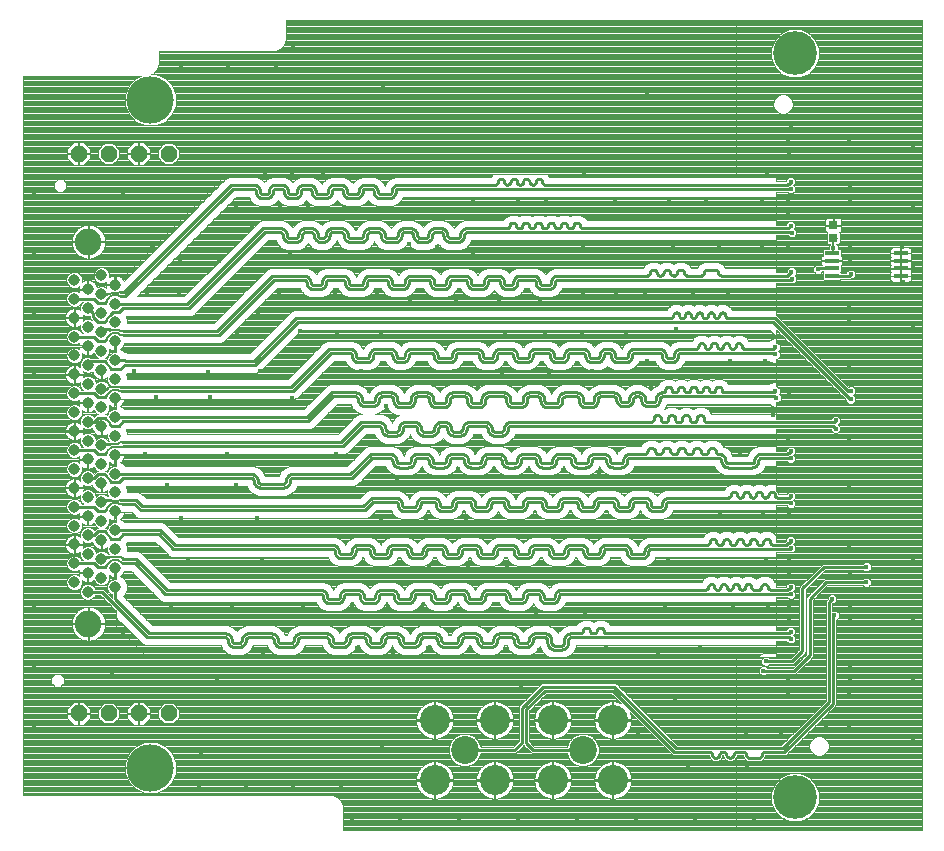
<source format=gbl>
G75*
%MOIN*%
%OFA0B0*%
%FSLAX25Y25*%
%IPPOS*%
%LPD*%
%AMOC8*
5,1,8,0,0,1.08239X$1,22.5*
%
%ADD10C,0.15748*%
%ADD11R,0.04724X0.01378*%
%ADD12R,0.03000X0.02700*%
%ADD13C,0.03839*%
%ADD14C,0.08858*%
%ADD15OC8,0.05315*%
%ADD16C,0.09300*%
%ADD17C,0.10050*%
%ADD18C,0.14600*%
%ADD19C,0.00787*%
%ADD20C,0.01587*%
%ADD21C,0.00394*%
%ADD22C,0.00984*%
%ADD23C,0.00354*%
%ADD24C,0.00551*%
D10*
X0120882Y0070094D03*
X0120882Y0292732D03*
D11*
X0347949Y0241650D03*
X0347949Y0239091D03*
X0347949Y0236531D03*
X0347949Y0233972D03*
X0370980Y0233972D03*
X0370980Y0236531D03*
X0370980Y0239091D03*
X0370980Y0241650D03*
D12*
X0348441Y0246735D03*
X0348441Y0250935D03*
D13*
X0109071Y0231118D03*
X0104543Y0227969D03*
X0100016Y0229543D03*
X0095488Y0226394D03*
X0100016Y0223244D03*
X0104543Y0221669D03*
X0109071Y0218520D03*
X0104543Y0215370D03*
X0100016Y0216945D03*
X0095488Y0220094D03*
X0095488Y0213795D03*
X0100016Y0210646D03*
X0104543Y0209071D03*
X0109071Y0212220D03*
X0109071Y0205921D03*
X0104543Y0202772D03*
X0100016Y0204346D03*
X0095488Y0201197D03*
X0100016Y0198047D03*
X0104543Y0196472D03*
X0109071Y0193323D03*
X0104543Y0190173D03*
X0100016Y0191748D03*
X0095488Y0188598D03*
X0100016Y0185449D03*
X0104543Y0183874D03*
X0109071Y0180724D03*
X0104543Y0177575D03*
X0100016Y0179150D03*
X0095488Y0182299D03*
X0095488Y0176000D03*
X0100016Y0172850D03*
X0104543Y0171276D03*
X0109071Y0174425D03*
X0109071Y0168126D03*
X0104543Y0164976D03*
X0100016Y0166551D03*
X0095488Y0163402D03*
X0100016Y0160252D03*
X0104543Y0158677D03*
X0109071Y0155528D03*
X0104543Y0152378D03*
X0100016Y0153953D03*
X0095488Y0157102D03*
X0095488Y0150803D03*
X0100016Y0147654D03*
X0104543Y0146079D03*
X0109071Y0149228D03*
X0109071Y0142929D03*
X0104543Y0139780D03*
X0100016Y0141354D03*
X0095488Y0138205D03*
X0100016Y0135055D03*
X0104543Y0133480D03*
X0109071Y0130331D03*
X0109071Y0136630D03*
X0100016Y0128756D03*
X0095488Y0131906D03*
X0095488Y0144504D03*
X0109071Y0161827D03*
X0095488Y0169701D03*
X0109071Y0187024D03*
X0095488Y0194898D03*
X0109071Y0199622D03*
X0095488Y0207496D03*
X0109071Y0224819D03*
X0095488Y0232693D03*
X0104543Y0234268D03*
D14*
X0100213Y0245429D03*
X0100213Y0118028D03*
D15*
X0096906Y0088205D03*
X0106906Y0088205D03*
X0116906Y0088205D03*
X0126906Y0088205D03*
X0126906Y0274819D03*
X0116906Y0274819D03*
X0106906Y0274819D03*
X0096906Y0274819D03*
D16*
X0225606Y0076000D03*
X0264976Y0076000D03*
D17*
X0254976Y0086000D03*
X0235606Y0086000D03*
X0215606Y0086000D03*
X0215606Y0066000D03*
X0235606Y0066000D03*
X0254976Y0066000D03*
X0274976Y0066000D03*
X0274976Y0086000D03*
D18*
X0335717Y0060268D03*
X0335717Y0308268D03*
D19*
X0348441Y0246735D02*
X0348441Y0243323D01*
X0348441Y0242142D01*
X0347949Y0241650D01*
X0370980Y0241650D02*
X0370980Y0239091D01*
X0370980Y0236531D01*
X0370980Y0233972D01*
X0370980Y0232594D01*
X0371669Y0231906D01*
X0370980Y0241650D02*
X0370980Y0243421D01*
X0371276Y0243717D01*
D20*
X0371276Y0243717D03*
X0375213Y0237417D03*
X0371669Y0231906D03*
X0358677Y0229150D03*
X0353559Y0223970D03*
X0353559Y0219245D03*
X0353559Y0209403D03*
X0353559Y0203891D03*
X0354346Y0195685D03*
X0354346Y0192929D03*
X0353559Y0189324D03*
X0349228Y0185843D03*
X0349228Y0183087D03*
X0353559Y0179088D03*
X0353559Y0173970D03*
X0353559Y0168852D03*
X0353559Y0163733D03*
X0334268Y0160646D03*
X0334268Y0158283D03*
X0333874Y0154678D03*
X0325213Y0154346D03*
X0333874Y0149167D03*
X0334268Y0145685D03*
X0334268Y0143323D03*
X0333874Y0139324D03*
X0326000Y0138992D03*
X0333874Y0134206D03*
X0334268Y0130331D03*
X0334268Y0127969D03*
X0333874Y0124363D03*
X0333874Y0119245D03*
X0334268Y0115370D03*
X0334268Y0113008D03*
X0333874Y0109009D03*
X0326000Y0105528D03*
X0325213Y0102378D03*
X0333480Y0099167D03*
X0333480Y0094442D03*
X0333480Y0088930D03*
X0331118Y0081512D03*
X0338598Y0073638D03*
X0346079Y0083480D03*
X0353559Y0083812D03*
X0353559Y0088930D03*
X0353559Y0094442D03*
X0353953Y0099167D03*
X0353953Y0104285D03*
X0353953Y0109009D03*
X0353953Y0114127D03*
X0353953Y0118852D03*
X0353953Y0123970D03*
X0353953Y0129088D03*
X0353953Y0134206D03*
X0359465Y0131906D03*
X0359465Y0137024D03*
X0353559Y0144048D03*
X0353559Y0149167D03*
X0375213Y0158677D03*
X0375213Y0138992D03*
X0348047Y0126394D03*
X0348835Y0120882D03*
X0326787Y0124425D03*
X0314976Y0124031D03*
X0292535Y0124031D03*
X0280331Y0122850D03*
X0265764Y0121276D03*
X0272850Y0109858D03*
X0264189Y0100803D03*
X0250409Y0109465D03*
X0239386Y0109465D03*
X0227181Y0109465D03*
X0213402Y0109858D03*
X0201591Y0108283D03*
X0189780Y0109858D03*
X0176394Y0109465D03*
X0158283Y0108677D03*
X0142929Y0099622D03*
X0139386Y0109071D03*
X0123638Y0109071D03*
X0111827Y0114189D03*
X0107890Y0101984D03*
X0081906Y0103559D03*
X0081906Y0083874D03*
X0137811Y0074819D03*
X0137024Y0064189D03*
X0152772Y0064189D03*
X0168520Y0064189D03*
X0184268Y0064189D03*
X0188205Y0052378D03*
X0203953Y0052378D03*
X0223638Y0052378D03*
X0243323Y0052378D03*
X0263008Y0052378D03*
X0282693Y0052378D03*
X0302378Y0052378D03*
X0322063Y0052378D03*
X0319701Y0070094D03*
X0319307Y0081512D03*
X0304346Y0082299D03*
X0300016Y0070882D03*
X0283480Y0081512D03*
X0287417Y0092142D03*
X0295685Y0093323D03*
X0290173Y0108677D03*
X0303953Y0110252D03*
X0320882Y0109071D03*
X0277181Y0138598D03*
X0262220Y0138205D03*
X0251197Y0138598D03*
X0239780Y0137417D03*
X0226787Y0137417D03*
X0213795Y0137024D03*
X0199228Y0135843D03*
X0185055Y0135843D03*
X0175606Y0138598D03*
X0171669Y0124425D03*
X0188205Y0123244D03*
X0200016Y0123244D03*
X0211433Y0123638D03*
X0222457Y0123244D03*
X0235449Y0122457D03*
X0249228Y0122063D03*
X0244504Y0097260D03*
X0198047Y0077575D03*
X0177181Y0083087D03*
X0148047Y0124031D03*
X0127575Y0123638D03*
X0133480Y0138992D03*
X0131118Y0153165D03*
X0126394Y0164189D03*
X0118913Y0174819D03*
X0122850Y0193717D03*
X0115370Y0202378D03*
X0140173Y0201984D03*
X0140567Y0193717D03*
X0157496Y0202378D03*
X0168126Y0193323D03*
X0182299Y0188992D03*
X0193717Y0195685D03*
X0199228Y0190567D03*
X0206709Y0202378D03*
X0215370Y0197654D03*
X0222063Y0202378D03*
X0229937Y0197260D03*
X0238205Y0201984D03*
X0244898Y0198441D03*
X0253559Y0201984D03*
X0261433Y0198441D03*
X0268126Y0202378D03*
X0275213Y0198441D03*
X0287811Y0197260D03*
X0286236Y0205528D03*
X0279543Y0214976D03*
X0296079Y0216157D03*
X0301591Y0228756D03*
X0313402Y0228756D03*
X0325213Y0229150D03*
X0333874Y0229088D03*
X0334661Y0233087D03*
X0334523Y0235377D03*
X0343323Y0236236D03*
X0353953Y0239324D03*
X0353953Y0243717D03*
X0353953Y0249228D03*
X0348441Y0243323D03*
X0354346Y0234661D03*
X0333480Y0244442D03*
X0334661Y0248441D03*
X0334268Y0250803D03*
X0333480Y0254285D03*
X0333480Y0259009D03*
X0334268Y0263008D03*
X0334268Y0265370D03*
X0333874Y0269245D03*
X0326394Y0268520D03*
X0333874Y0274425D03*
X0333480Y0279150D03*
X0334268Y0283874D03*
X0319701Y0293717D03*
X0316157Y0316157D03*
X0296472Y0316157D03*
X0276787Y0316157D03*
X0257102Y0316157D03*
X0237417Y0316157D03*
X0217732Y0316157D03*
X0198047Y0316157D03*
X0178362Y0316157D03*
X0168520Y0310252D03*
X0162614Y0304346D03*
X0146866Y0304346D03*
X0131118Y0304346D03*
X0081906Y0280724D03*
X0081906Y0261039D03*
X0081906Y0241354D03*
X0081906Y0221669D03*
X0081906Y0201984D03*
X0081906Y0182299D03*
X0081906Y0162614D03*
X0081906Y0142929D03*
X0081906Y0123244D03*
X0149228Y0164189D03*
X0146472Y0174819D03*
X0177575Y0163008D03*
X0183480Y0151984D03*
X0197654Y0153165D03*
X0212614Y0153165D03*
X0226000Y0152772D03*
X0240961Y0151984D03*
X0254346Y0151984D03*
X0268520Y0151984D03*
X0283874Y0153559D03*
X0297260Y0153953D03*
X0310646Y0155134D03*
X0302378Y0169307D03*
X0298047Y0180724D03*
X0285843Y0180331D03*
X0272063Y0180331D03*
X0270488Y0168126D03*
X0258283Y0169307D03*
X0246866Y0169307D03*
X0235449Y0169701D03*
X0223244Y0169701D03*
X0211433Y0169307D03*
X0203165Y0166551D03*
X0197260Y0170094D03*
X0182693Y0174819D03*
X0156315Y0153165D03*
X0157890Y0138992D03*
X0229150Y0180724D03*
X0244110Y0180331D03*
X0258677Y0180331D03*
X0283480Y0169307D03*
X0317339Y0174819D03*
X0333480Y0179088D03*
X0334268Y0175606D03*
X0334268Y0173244D03*
X0333480Y0169639D03*
X0333874Y0164521D03*
X0328362Y0187749D03*
X0329543Y0193323D03*
X0329150Y0195685D03*
X0333874Y0194442D03*
X0333480Y0202710D03*
X0333874Y0209403D03*
X0329150Y0210252D03*
X0329150Y0207890D03*
X0325606Y0205528D03*
X0322457Y0198441D03*
X0314189Y0205528D03*
X0333874Y0218064D03*
X0324819Y0243717D03*
X0310252Y0244110D03*
X0294898Y0244110D03*
X0282693Y0245291D03*
X0264976Y0244110D03*
X0251984Y0244504D03*
X0236630Y0244504D03*
X0228362Y0240961D03*
X0216551Y0243717D03*
X0207102Y0244504D03*
X0196472Y0242535D03*
X0183087Y0242535D03*
X0167339Y0241748D03*
X0154740Y0250803D03*
X0164189Y0256709D03*
X0173244Y0257102D03*
X0185449Y0256709D03*
X0196866Y0256709D03*
X0207890Y0258283D03*
X0218913Y0258283D03*
X0228362Y0259071D03*
X0228362Y0269307D03*
X0240173Y0268913D03*
X0243323Y0259465D03*
X0252772Y0258677D03*
X0265370Y0268520D03*
X0275606Y0258677D03*
X0279543Y0268913D03*
X0294504Y0268913D03*
X0293717Y0259071D03*
X0305921Y0259071D03*
X0310646Y0268913D03*
X0324819Y0258677D03*
X0353953Y0259071D03*
X0353953Y0264189D03*
X0353953Y0268913D03*
X0353559Y0274031D03*
X0353559Y0279150D03*
X0353559Y0284661D03*
X0375213Y0276787D03*
X0375213Y0257102D03*
X0353953Y0253953D03*
X0375213Y0217732D03*
X0375213Y0198047D03*
X0375213Y0178362D03*
X0293323Y0138992D03*
X0375213Y0119307D03*
X0375213Y0099622D03*
X0375213Y0079937D03*
X0375213Y0060252D03*
X0190961Y0202378D03*
X0197654Y0214189D03*
X0211039Y0213795D03*
X0224819Y0213795D03*
X0238992Y0214583D03*
X0237024Y0225213D03*
X0250803Y0226394D03*
X0264976Y0227969D03*
X0276000Y0228756D03*
X0285843Y0228756D03*
X0264583Y0215370D03*
X0252378Y0214189D03*
X0222850Y0225213D03*
X0207496Y0226000D03*
X0196472Y0228756D03*
X0182299Y0227575D03*
X0183087Y0214189D03*
X0170882Y0215764D03*
X0163795Y0228362D03*
X0156709Y0221669D03*
X0149622Y0214583D03*
X0130331Y0228362D03*
X0119701Y0228362D03*
X0130724Y0238598D03*
X0121276Y0243323D03*
X0129150Y0253165D03*
X0138598Y0263008D03*
X0149228Y0257496D03*
X0159071Y0268126D03*
X0168126Y0268126D03*
X0178362Y0267732D03*
X0200409Y0269701D03*
X0217732Y0269701D03*
X0237417Y0296079D03*
X0198441Y0296866D03*
X0143717Y0238992D03*
X0111827Y0261039D03*
X0286236Y0294504D03*
X0375213Y0296472D03*
X0375213Y0316157D03*
D21*
X0078415Y0300750D02*
X0078415Y0061093D01*
X0181281Y0061093D01*
X0183037Y0060365D01*
X0183037Y0060365D01*
X0184381Y0059021D01*
X0184381Y0059021D01*
X0185108Y0057265D01*
X0185108Y0049281D01*
X0316157Y0049281D01*
X0316157Y0073678D01*
X0315736Y0072947D01*
X0315736Y0072947D01*
X0314817Y0072417D01*
X0313256Y0072417D01*
X0312337Y0072947D01*
X0312337Y0072947D01*
X0312337Y0072947D01*
X0311807Y0073866D01*
X0311807Y0074287D01*
X0311522Y0074287D01*
X0311522Y0073866D01*
X0310992Y0072947D01*
X0310992Y0072947D01*
X0310992Y0072947D01*
X0310074Y0072417D01*
X0308512Y0072417D01*
X0307594Y0072947D01*
X0307594Y0072947D01*
X0307594Y0072947D01*
X0307064Y0073866D01*
X0307064Y0074287D01*
X0294976Y0074287D01*
X0294364Y0074899D01*
X0294364Y0074899D01*
X0280605Y0088658D01*
X0280742Y0088388D01*
X0281045Y0087457D01*
X0281198Y0086490D01*
X0281198Y0086197D01*
X0275173Y0086197D01*
X0274780Y0086197D01*
X0274780Y0092222D01*
X0274487Y0092222D01*
X0273519Y0092069D01*
X0272588Y0091766D01*
X0271715Y0091321D01*
X0270923Y0090746D01*
X0270231Y0090053D01*
X0269655Y0089261D01*
X0269210Y0088388D01*
X0268908Y0087457D01*
X0268755Y0086490D01*
X0268755Y0086197D01*
X0274779Y0086197D01*
X0274779Y0085803D01*
X0268755Y0085803D01*
X0268755Y0085510D01*
X0268908Y0084543D01*
X0269210Y0083612D01*
X0269655Y0082739D01*
X0270231Y0081947D01*
X0270923Y0081254D01*
X0271715Y0080679D01*
X0272588Y0080234D01*
X0273519Y0079931D01*
X0274487Y0079778D01*
X0274780Y0079778D01*
X0274780Y0085803D01*
X0275173Y0085803D01*
X0275173Y0079778D01*
X0275466Y0079778D01*
X0276433Y0079931D01*
X0277365Y0080234D01*
X0278237Y0080679D01*
X0279030Y0081254D01*
X0279722Y0081947D01*
X0280298Y0082739D01*
X0280742Y0083612D01*
X0281045Y0084543D01*
X0281198Y0085510D01*
X0281198Y0085803D01*
X0275173Y0085803D01*
X0275173Y0086197D01*
X0275173Y0092222D01*
X0275466Y0092222D01*
X0276433Y0092069D01*
X0277365Y0091766D01*
X0277635Y0091629D01*
X0274503Y0094760D01*
X0252694Y0094760D01*
X0247004Y0089070D01*
X0247004Y0078912D01*
X0248873Y0077043D01*
X0259630Y0077043D01*
X0259630Y0077064D01*
X0260444Y0079029D01*
X0261948Y0080533D01*
X0263913Y0081347D01*
X0266040Y0081347D01*
X0268005Y0080533D01*
X0269509Y0079029D01*
X0270323Y0077064D01*
X0270323Y0074936D01*
X0269509Y0072971D01*
X0268005Y0071467D01*
X0266040Y0070653D01*
X0263913Y0070653D01*
X0261948Y0071467D01*
X0260444Y0072971D01*
X0259630Y0074936D01*
X0259630Y0074957D01*
X0248009Y0074957D01*
X0245528Y0077437D01*
X0245291Y0077674D01*
X0245054Y0077437D01*
X0242574Y0074957D01*
X0230953Y0074957D01*
X0230953Y0074936D01*
X0230139Y0072971D01*
X0228635Y0071467D01*
X0226670Y0070653D01*
X0224543Y0070653D01*
X0222578Y0071467D01*
X0221073Y0072971D01*
X0220259Y0074936D01*
X0220259Y0077064D01*
X0221073Y0079029D01*
X0222578Y0080533D01*
X0224543Y0081347D01*
X0226670Y0081347D01*
X0228635Y0080533D01*
X0230139Y0079029D01*
X0230953Y0077064D01*
X0230953Y0077043D01*
X0241710Y0077043D01*
X0243579Y0078912D01*
X0243579Y0090489D01*
X0250664Y0097574D01*
X0251275Y0098185D01*
X0275922Y0098185D01*
X0296394Y0077713D01*
X0316157Y0077713D01*
X0316157Y0107102D01*
X0329543Y0107102D01*
X0329543Y0112476D01*
X0332777Y0112476D01*
X0332777Y0112390D01*
X0333650Y0111517D01*
X0334885Y0111517D01*
X0335758Y0112390D01*
X0335758Y0113625D01*
X0335195Y0114189D01*
X0335758Y0114753D01*
X0335758Y0115987D01*
X0334885Y0116861D01*
X0333650Y0116861D01*
X0332777Y0115987D01*
X0332777Y0115902D01*
X0329543Y0115902D01*
X0329543Y0127043D01*
X0333085Y0127043D01*
X0333650Y0126478D01*
X0334885Y0126478D01*
X0335758Y0127351D01*
X0335758Y0128586D01*
X0335195Y0129150D01*
X0335758Y0129713D01*
X0335758Y0130948D01*
X0334885Y0131821D01*
X0333650Y0131821D01*
X0332777Y0130948D01*
X0332777Y0130479D01*
X0332767Y0130468D01*
X0329543Y0130468D01*
X0329543Y0142004D01*
X0333479Y0142004D01*
X0333650Y0141832D01*
X0334885Y0141832D01*
X0335758Y0142705D01*
X0335758Y0143940D01*
X0335195Y0144504D01*
X0335758Y0145068D01*
X0335758Y0146302D01*
X0334885Y0147176D01*
X0333650Y0147176D01*
X0332777Y0146302D01*
X0332777Y0145833D01*
X0332485Y0145541D01*
X0332373Y0145429D01*
X0329543Y0145429D01*
X0329543Y0157752D01*
X0332777Y0157752D01*
X0332777Y0157666D01*
X0333650Y0156793D01*
X0334885Y0156793D01*
X0335758Y0157666D01*
X0335758Y0158901D01*
X0335195Y0159465D01*
X0335758Y0160028D01*
X0335758Y0161263D01*
X0334885Y0162136D01*
X0333650Y0162136D01*
X0332777Y0161263D01*
X0332777Y0161177D01*
X0330045Y0161177D01*
X0330045Y0161599D01*
X0329543Y0162468D01*
X0329543Y0172319D01*
X0333085Y0172319D01*
X0333650Y0171754D01*
X0334885Y0171754D01*
X0335758Y0172627D01*
X0335758Y0173861D01*
X0335195Y0174425D01*
X0335758Y0174989D01*
X0335758Y0176224D01*
X0334885Y0177097D01*
X0333650Y0177097D01*
X0332777Y0176224D01*
X0332777Y0175755D01*
X0332767Y0175744D01*
X0329543Y0175744D01*
X0329543Y0182949D01*
X0347738Y0182949D01*
X0347738Y0182469D01*
X0348611Y0181596D01*
X0349846Y0181596D01*
X0350719Y0182469D01*
X0350719Y0183704D01*
X0349958Y0184465D01*
X0350719Y0185225D01*
X0350719Y0186460D01*
X0349846Y0187333D01*
X0348611Y0187333D01*
X0347738Y0186460D01*
X0347738Y0186374D01*
X0329543Y0186374D01*
X0329543Y0191832D01*
X0330161Y0191832D01*
X0331034Y0192705D01*
X0331034Y0193940D01*
X0330273Y0194701D01*
X0330640Y0195068D01*
X0330640Y0196302D01*
X0329767Y0197176D01*
X0329543Y0197176D01*
X0329543Y0206399D01*
X0329767Y0206399D01*
X0330640Y0207272D01*
X0330640Y0208507D01*
X0330076Y0209071D01*
X0330640Y0209635D01*
X0330640Y0210869D01*
X0329767Y0211743D01*
X0329543Y0211743D01*
X0329543Y0216098D01*
X0352856Y0192785D01*
X0352856Y0192312D01*
X0353729Y0191439D01*
X0354964Y0191439D01*
X0355837Y0192312D01*
X0355837Y0193547D01*
X0355076Y0194307D01*
X0355837Y0195068D01*
X0355837Y0196302D01*
X0354964Y0197176D01*
X0353729Y0197176D01*
X0353519Y0196966D01*
X0329543Y0220942D01*
X0329543Y0231768D01*
X0333872Y0231768D01*
X0334044Y0231596D01*
X0335279Y0231596D01*
X0336152Y0232469D01*
X0336152Y0233704D01*
X0335555Y0234301D01*
X0336013Y0234760D01*
X0336013Y0235995D01*
X0335140Y0236868D01*
X0333905Y0236868D01*
X0333032Y0235995D01*
X0333032Y0235458D01*
X0332878Y0235305D01*
X0332767Y0235193D01*
X0329543Y0235193D01*
X0329543Y0247516D01*
X0333479Y0247516D01*
X0334044Y0246950D01*
X0335279Y0246950D01*
X0336152Y0247824D01*
X0336152Y0249058D01*
X0335391Y0249819D01*
X0335758Y0250186D01*
X0335758Y0251421D01*
X0334885Y0252294D01*
X0333650Y0252294D01*
X0332777Y0251421D01*
X0332777Y0250941D01*
X0329543Y0250941D01*
X0329543Y0262083D01*
X0333085Y0262083D01*
X0333650Y0261517D01*
X0334885Y0261517D01*
X0335758Y0262390D01*
X0335758Y0263625D01*
X0335195Y0264189D01*
X0335758Y0264753D01*
X0335758Y0265987D01*
X0334885Y0266861D01*
X0333650Y0266861D01*
X0332777Y0265987D01*
X0332777Y0265518D01*
X0332767Y0265508D01*
X0329543Y0265508D01*
X0329543Y0268126D01*
X0329543Y0267122D01*
X0253662Y0267122D01*
X0253138Y0268029D01*
X0253138Y0268030D01*
X0252971Y0268126D01*
X0329543Y0268126D01*
X0316157Y0268126D01*
X0316157Y0319254D01*
X0377915Y0319254D01*
X0377915Y0049281D01*
X0316157Y0049281D01*
X0316157Y0073678D01*
X0316266Y0073866D01*
X0316266Y0074287D01*
X0318409Y0074287D01*
X0318409Y0073866D01*
X0318939Y0072947D01*
X0318939Y0072947D01*
X0318939Y0072947D01*
X0319858Y0072417D01*
X0324266Y0072417D01*
X0325184Y0072947D01*
X0325184Y0072947D01*
X0325715Y0073866D01*
X0325715Y0074287D01*
X0332615Y0074287D01*
X0349366Y0091039D01*
X0349366Y0119391D01*
X0349452Y0119391D01*
X0350325Y0120264D01*
X0350325Y0121499D01*
X0349452Y0122372D01*
X0348217Y0122372D01*
X0348028Y0122183D01*
X0348028Y0124899D01*
X0348032Y0124903D01*
X0348665Y0124903D01*
X0349538Y0125776D01*
X0349538Y0127011D01*
X0348665Y0127884D01*
X0347430Y0127884D01*
X0346557Y0127011D01*
X0346557Y0126379D01*
X0345941Y0125763D01*
X0345941Y0092457D01*
X0331196Y0077713D01*
X0316157Y0077713D01*
X0316157Y0107102D01*
X0119701Y0107102D01*
X0253785Y0107102D01*
X0252685Y0107558D01*
X0252685Y0107558D01*
X0251298Y0108945D01*
X0251298Y0108945D01*
X0250574Y0110694D01*
X0250200Y0109791D01*
X0250200Y0109791D01*
X0248813Y0108404D01*
X0248813Y0108404D01*
X0247001Y0107654D01*
X0243229Y0107654D01*
X0241416Y0108404D01*
X0241416Y0108404D01*
X0240029Y0109791D01*
X0240029Y0109791D01*
X0239586Y0110862D01*
X0238833Y0110862D01*
X0238389Y0109791D01*
X0238389Y0109791D01*
X0237002Y0108404D01*
X0237002Y0108404D01*
X0235190Y0107654D01*
X0231113Y0107654D01*
X0229300Y0108404D01*
X0229300Y0108404D01*
X0227913Y0109791D01*
X0227913Y0109791D01*
X0227470Y0110862D01*
X0227022Y0110862D01*
X0226578Y0109791D01*
X0226578Y0109791D01*
X0225191Y0108404D01*
X0225191Y0108404D01*
X0223378Y0107654D01*
X0217825Y0107654D01*
X0216012Y0108404D01*
X0216012Y0108404D01*
X0214625Y0109791D01*
X0214625Y0109791D01*
X0214181Y0110862D01*
X0213242Y0110862D01*
X0212798Y0109791D01*
X0212798Y0109791D01*
X0211411Y0108404D01*
X0211411Y0108404D01*
X0209599Y0107654D01*
X0205057Y0107654D01*
X0203245Y0108404D01*
X0203245Y0108404D01*
X0201858Y0109791D01*
X0201858Y0109791D01*
X0201423Y0110842D01*
X0200987Y0109791D01*
X0200987Y0109791D01*
X0199600Y0108404D01*
X0199600Y0108404D01*
X0197788Y0107654D01*
X0194049Y0107654D01*
X0192237Y0108404D01*
X0192237Y0108404D01*
X0190849Y0109791D01*
X0190849Y0109791D01*
X0190406Y0110862D01*
X0189620Y0110862D01*
X0189176Y0109791D01*
X0189176Y0109791D01*
X0187789Y0108404D01*
X0187789Y0108404D01*
X0185977Y0107654D01*
X0181686Y0107654D01*
X0179873Y0108404D01*
X0179873Y0108404D01*
X0179873Y0108404D01*
X0178486Y0109791D01*
X0178486Y0109791D01*
X0178043Y0110862D01*
X0172297Y0110862D01*
X0171854Y0109791D01*
X0171854Y0109791D01*
X0170466Y0108404D01*
X0170466Y0108404D01*
X0168654Y0107654D01*
X0163307Y0107654D01*
X0161494Y0108404D01*
X0161494Y0108404D01*
X0160107Y0109791D01*
X0160107Y0109791D01*
X0159663Y0110862D01*
X0154974Y0110862D01*
X0154531Y0109791D01*
X0154531Y0109791D01*
X0153144Y0108404D01*
X0153144Y0108404D01*
X0151331Y0107654D01*
X0147926Y0107654D01*
X0146114Y0108404D01*
X0146114Y0108404D01*
X0144727Y0109791D01*
X0144727Y0109791D01*
X0144283Y0110862D01*
X0119289Y0110862D01*
X0118312Y0111267D01*
X0117564Y0112014D01*
X0109465Y0120114D01*
X0109465Y0117339D01*
X0119701Y0107102D01*
X0109465Y0117339D01*
X0109465Y0122397D01*
X0104149Y0127713D01*
X0102415Y0127713D01*
X0102234Y0127274D01*
X0101498Y0126538D01*
X0100536Y0126140D01*
X0099495Y0126140D01*
X0098534Y0126538D01*
X0097798Y0127274D01*
X0097400Y0128236D01*
X0097400Y0129276D01*
X0097798Y0130238D01*
X0098534Y0130974D01*
X0099495Y0131372D01*
X0100536Y0131372D01*
X0101498Y0130974D01*
X0102234Y0130238D01*
X0102415Y0129799D01*
X0105013Y0129799D01*
X0108028Y0126785D01*
X0108028Y0127931D01*
X0107589Y0128113D01*
X0106853Y0128849D01*
X0106455Y0129810D01*
X0106455Y0130851D01*
X0106853Y0131813D01*
X0107589Y0132549D01*
X0108550Y0132947D01*
X0109465Y0132947D01*
X0109465Y0133531D01*
X0109378Y0133514D01*
X0109268Y0133514D01*
X0109268Y0136433D01*
X0108874Y0136433D01*
X0108874Y0133514D01*
X0108764Y0133514D01*
X0108162Y0133634D01*
X0107595Y0133868D01*
X0107084Y0134209D01*
X0107065Y0134229D01*
X0107159Y0134001D01*
X0107159Y0132960D01*
X0106761Y0131998D01*
X0106025Y0131262D01*
X0105064Y0130864D01*
X0104023Y0130864D01*
X0103061Y0131262D01*
X0102325Y0131998D01*
X0102044Y0132677D01*
X0102002Y0132635D01*
X0101492Y0132294D01*
X0100925Y0132059D01*
X0100323Y0131939D01*
X0100213Y0131939D01*
X0100213Y0134858D01*
X0099819Y0134858D01*
X0099819Y0131939D01*
X0099709Y0131939D01*
X0099107Y0132059D01*
X0098540Y0132294D01*
X0098029Y0132635D01*
X0098010Y0132654D01*
X0098104Y0132426D01*
X0098104Y0131385D01*
X0097706Y0130424D01*
X0096970Y0129688D01*
X0096009Y0129289D01*
X0094968Y0129289D01*
X0094006Y0129688D01*
X0093270Y0130424D01*
X0092872Y0131385D01*
X0092872Y0132426D01*
X0093270Y0133387D01*
X0094006Y0134123D01*
X0094968Y0134522D01*
X0096009Y0134522D01*
X0096970Y0134123D01*
X0097070Y0134023D01*
X0097019Y0134146D01*
X0096900Y0134748D01*
X0096900Y0134858D01*
X0099819Y0134858D01*
X0099819Y0135252D01*
X0096900Y0135252D01*
X0096900Y0135362D01*
X0097019Y0135964D01*
X0097070Y0136087D01*
X0096970Y0135987D01*
X0096009Y0135589D01*
X0094968Y0135589D01*
X0094006Y0135987D01*
X0093270Y0136723D01*
X0092872Y0137684D01*
X0092872Y0138725D01*
X0093270Y0139687D01*
X0094006Y0140423D01*
X0094968Y0140821D01*
X0096009Y0140821D01*
X0096970Y0140423D01*
X0097706Y0139687D01*
X0097888Y0139248D01*
X0098422Y0139248D01*
X0097798Y0139872D01*
X0097400Y0140834D01*
X0097400Y0141875D01*
X0097494Y0142103D01*
X0097475Y0142083D01*
X0096964Y0141742D01*
X0096397Y0141508D01*
X0095795Y0141388D01*
X0095685Y0141388D01*
X0095685Y0144307D01*
X0095291Y0144307D01*
X0092372Y0144307D01*
X0092372Y0144197D01*
X0092492Y0143595D01*
X0092727Y0143028D01*
X0093068Y0142518D01*
X0093502Y0142083D01*
X0094012Y0141742D01*
X0094579Y0141508D01*
X0095181Y0141388D01*
X0095291Y0141388D01*
X0095291Y0144307D01*
X0095291Y0144701D01*
X0092372Y0144701D01*
X0092372Y0144811D01*
X0092492Y0145413D01*
X0092727Y0145980D01*
X0093068Y0146490D01*
X0093502Y0146924D01*
X0094012Y0147265D01*
X0094579Y0147500D01*
X0095181Y0147620D01*
X0095291Y0147620D01*
X0095291Y0144701D01*
X0095685Y0144701D01*
X0095685Y0147620D01*
X0095795Y0147620D01*
X0096397Y0147500D01*
X0096964Y0147265D01*
X0097475Y0146924D01*
X0097494Y0146905D01*
X0097400Y0147133D01*
X0097400Y0148174D01*
X0097798Y0149135D01*
X0098534Y0149871D01*
X0099495Y0150270D01*
X0100536Y0150270D01*
X0101498Y0149871D01*
X0102120Y0149249D01*
X0102294Y0149422D01*
X0102905Y0150033D01*
X0103367Y0150033D01*
X0103061Y0150160D01*
X0102325Y0150896D01*
X0102044Y0151575D01*
X0102002Y0151532D01*
X0101492Y0151191D01*
X0100925Y0150956D01*
X0100323Y0150837D01*
X0100213Y0150837D01*
X0100213Y0153756D01*
X0099819Y0153756D01*
X0099819Y0150837D01*
X0099709Y0150837D01*
X0099107Y0150956D01*
X0098540Y0151191D01*
X0098029Y0151532D01*
X0098010Y0151552D01*
X0098104Y0151324D01*
X0098104Y0150283D01*
X0097706Y0149321D01*
X0096970Y0148585D01*
X0096009Y0148187D01*
X0094968Y0148187D01*
X0094006Y0148585D01*
X0093270Y0149321D01*
X0092872Y0150283D01*
X0092872Y0151324D01*
X0093270Y0152285D01*
X0094006Y0153021D01*
X0094968Y0153419D01*
X0096009Y0153419D01*
X0096970Y0153021D01*
X0097070Y0152921D01*
X0097019Y0153044D01*
X0096900Y0153646D01*
X0096900Y0153756D01*
X0099819Y0153756D01*
X0099819Y0154150D01*
X0096900Y0154150D01*
X0096900Y0154260D01*
X0097019Y0154862D01*
X0097070Y0154985D01*
X0096970Y0154884D01*
X0096009Y0154486D01*
X0094968Y0154486D01*
X0094006Y0154884D01*
X0093270Y0155620D01*
X0092872Y0156582D01*
X0092872Y0157623D01*
X0093270Y0158584D01*
X0094006Y0159320D01*
X0094968Y0159718D01*
X0096009Y0159718D01*
X0096970Y0159320D01*
X0097706Y0158584D01*
X0097888Y0158146D01*
X0098422Y0158146D01*
X0097798Y0158770D01*
X0097400Y0159732D01*
X0097400Y0160772D01*
X0097494Y0161001D01*
X0097475Y0160981D01*
X0096964Y0160640D01*
X0096397Y0160405D01*
X0095795Y0160285D01*
X0095685Y0160285D01*
X0095685Y0163205D01*
X0095685Y0163598D01*
X0098604Y0163598D01*
X0098604Y0163708D01*
X0098485Y0164311D01*
X0098434Y0164434D01*
X0098534Y0164333D01*
X0099495Y0163935D01*
X0100536Y0163935D01*
X0101494Y0164332D01*
X0101547Y0164067D01*
X0101782Y0163500D01*
X0102123Y0162990D01*
X0102557Y0162556D01*
X0103067Y0162215D01*
X0103634Y0161980D01*
X0104236Y0161860D01*
X0104346Y0161860D01*
X0104346Y0164779D01*
X0104740Y0164779D01*
X0104740Y0161860D01*
X0104850Y0161860D01*
X0105452Y0161980D01*
X0106019Y0162215D01*
X0106530Y0162556D01*
X0106549Y0162575D01*
X0106455Y0162347D01*
X0106455Y0161306D01*
X0106785Y0160508D01*
X0106412Y0160508D01*
X0106025Y0160895D01*
X0105064Y0161293D01*
X0104023Y0161293D01*
X0103061Y0160895D01*
X0102632Y0160466D01*
X0102632Y0160772D01*
X0102234Y0161734D01*
X0101498Y0162470D01*
X0100536Y0162868D01*
X0099495Y0162868D01*
X0098534Y0162470D01*
X0098434Y0162370D01*
X0098485Y0162493D01*
X0098604Y0163095D01*
X0098604Y0163205D01*
X0095685Y0163205D01*
X0095291Y0163205D01*
X0092372Y0163205D01*
X0092372Y0163095D01*
X0092492Y0162493D01*
X0092727Y0161926D01*
X0093068Y0161415D01*
X0093502Y0160981D01*
X0094012Y0160640D01*
X0094579Y0160405D01*
X0095181Y0160285D01*
X0095291Y0160285D01*
X0095291Y0163205D01*
X0095291Y0163598D01*
X0092372Y0163598D01*
X0092372Y0163708D01*
X0092492Y0164311D01*
X0092727Y0164878D01*
X0093068Y0165388D01*
X0093502Y0165822D01*
X0094012Y0166163D01*
X0094579Y0166398D01*
X0095181Y0166518D01*
X0095291Y0166518D01*
X0095291Y0163598D01*
X0095685Y0163598D01*
X0095685Y0166518D01*
X0095795Y0166518D01*
X0096397Y0166398D01*
X0096964Y0166163D01*
X0097475Y0165822D01*
X0097494Y0165802D01*
X0097400Y0166031D01*
X0097400Y0167072D01*
X0097798Y0168033D01*
X0098534Y0168769D01*
X0099495Y0169167D01*
X0100536Y0169167D01*
X0101498Y0168769D01*
X0102120Y0168146D01*
X0102294Y0168320D01*
X0102905Y0168931D01*
X0103367Y0168931D01*
X0103061Y0169058D01*
X0102325Y0169794D01*
X0102044Y0170472D01*
X0102002Y0170430D01*
X0101492Y0170089D01*
X0100925Y0169854D01*
X0100323Y0169734D01*
X0100213Y0169734D01*
X0100213Y0172653D01*
X0099819Y0172653D01*
X0099819Y0169734D01*
X0099709Y0169734D01*
X0099107Y0169854D01*
X0098540Y0170089D01*
X0098029Y0170430D01*
X0098010Y0170450D01*
X0098104Y0170221D01*
X0098104Y0169180D01*
X0097706Y0168219D01*
X0096970Y0167483D01*
X0096009Y0167085D01*
X0094968Y0167085D01*
X0094006Y0167483D01*
X0093270Y0168219D01*
X0092872Y0169180D01*
X0092872Y0170221D01*
X0093270Y0171183D01*
X0094006Y0171919D01*
X0094968Y0172317D01*
X0096009Y0172317D01*
X0096970Y0171919D01*
X0097070Y0171818D01*
X0097019Y0171941D01*
X0096900Y0172543D01*
X0096900Y0172654D01*
X0099819Y0172654D01*
X0099819Y0173047D01*
X0096900Y0173047D01*
X0096900Y0173157D01*
X0097019Y0173759D01*
X0097070Y0173882D01*
X0096970Y0173782D01*
X0096009Y0173384D01*
X0094968Y0173384D01*
X0094006Y0173782D01*
X0093270Y0174518D01*
X0092872Y0175480D01*
X0092872Y0176520D01*
X0093270Y0177482D01*
X0094006Y0178218D01*
X0094968Y0178616D01*
X0096009Y0178616D01*
X0096970Y0178218D01*
X0097706Y0177482D01*
X0097888Y0177043D01*
X0098422Y0177043D01*
X0097798Y0177668D01*
X0097400Y0178629D01*
X0097400Y0179670D01*
X0097494Y0179898D01*
X0097475Y0179879D01*
X0096964Y0179538D01*
X0096397Y0179303D01*
X0095795Y0179183D01*
X0095685Y0179183D01*
X0095685Y0182102D01*
X0095291Y0182102D01*
X0095291Y0179183D01*
X0095181Y0179183D01*
X0094579Y0179303D01*
X0094012Y0179538D01*
X0093502Y0179879D01*
X0093068Y0180313D01*
X0092727Y0180823D01*
X0092492Y0181390D01*
X0092372Y0181992D01*
X0092372Y0182102D01*
X0095291Y0182102D01*
X0095291Y0182496D01*
X0092372Y0182496D01*
X0092372Y0182606D01*
X0092492Y0183208D01*
X0092727Y0183775D01*
X0093068Y0184286D01*
X0093502Y0184720D01*
X0094012Y0185061D01*
X0094579Y0185296D01*
X0095181Y0185415D01*
X0095291Y0185415D01*
X0095291Y0182496D01*
X0095685Y0182496D01*
X0098604Y0182496D01*
X0098604Y0182606D01*
X0098485Y0183208D01*
X0098434Y0183331D01*
X0098534Y0183231D01*
X0099495Y0182833D01*
X0100536Y0182833D01*
X0101494Y0183230D01*
X0101547Y0182965D01*
X0101782Y0182398D01*
X0102123Y0181888D01*
X0102557Y0181454D01*
X0103067Y0181113D01*
X0103634Y0180878D01*
X0104236Y0180758D01*
X0104346Y0180758D01*
X0104346Y0183677D01*
X0104740Y0183677D01*
X0104740Y0180758D01*
X0104850Y0180758D01*
X0105452Y0180878D01*
X0106019Y0181113D01*
X0106530Y0181454D01*
X0106549Y0181473D01*
X0106455Y0181245D01*
X0106455Y0180204D01*
X0106853Y0179242D01*
X0107023Y0179073D01*
X0106745Y0179073D01*
X0106025Y0179793D01*
X0105064Y0180191D01*
X0104023Y0180191D01*
X0103061Y0179793D01*
X0102632Y0179363D01*
X0102632Y0179670D01*
X0102234Y0180632D01*
X0101498Y0181367D01*
X0100536Y0181766D01*
X0099495Y0181766D01*
X0098534Y0181367D01*
X0098434Y0181267D01*
X0098485Y0181390D01*
X0098604Y0181992D01*
X0098604Y0182102D01*
X0095685Y0182102D01*
X0095685Y0182496D01*
X0095685Y0185415D01*
X0095795Y0185415D01*
X0096397Y0185296D01*
X0096964Y0185061D01*
X0097475Y0184720D01*
X0097494Y0184700D01*
X0097400Y0184928D01*
X0097400Y0185969D01*
X0097798Y0186931D01*
X0098534Y0187667D01*
X0099495Y0188065D01*
X0100536Y0188065D01*
X0101498Y0187667D01*
X0102120Y0187044D01*
X0102294Y0187218D01*
X0102905Y0187829D01*
X0103367Y0187829D01*
X0103061Y0187955D01*
X0102325Y0188691D01*
X0102044Y0189370D01*
X0102002Y0189328D01*
X0101492Y0188987D01*
X0100925Y0188752D01*
X0100323Y0188632D01*
X0100213Y0188632D01*
X0100213Y0191551D01*
X0099819Y0191551D01*
X0099819Y0188632D01*
X0099709Y0188632D01*
X0099107Y0188752D01*
X0098540Y0188987D01*
X0098029Y0189328D01*
X0098010Y0189347D01*
X0098104Y0189119D01*
X0098104Y0188078D01*
X0097706Y0187116D01*
X0096970Y0186381D01*
X0096009Y0185982D01*
X0094968Y0185982D01*
X0094006Y0186381D01*
X0093270Y0187116D01*
X0092872Y0188078D01*
X0092872Y0189119D01*
X0093270Y0190080D01*
X0094006Y0190816D01*
X0094968Y0191215D01*
X0096009Y0191215D01*
X0096970Y0190816D01*
X0097070Y0190716D01*
X0097019Y0190839D01*
X0096900Y0191441D01*
X0096900Y0191551D01*
X0099819Y0191551D01*
X0099819Y0191945D01*
X0096900Y0191945D01*
X0096900Y0192055D01*
X0097019Y0192657D01*
X0097070Y0192780D01*
X0096970Y0192680D01*
X0096009Y0192281D01*
X0094968Y0192281D01*
X0094006Y0192680D01*
X0093270Y0193416D01*
X0092872Y0194377D01*
X0092872Y0195418D01*
X0093270Y0196380D01*
X0094006Y0197115D01*
X0094968Y0197514D01*
X0096009Y0197514D01*
X0096970Y0197115D01*
X0097706Y0196380D01*
X0097888Y0195941D01*
X0098422Y0195941D01*
X0097798Y0196565D01*
X0097400Y0197527D01*
X0097400Y0198568D01*
X0097494Y0198796D01*
X0097475Y0198776D01*
X0096964Y0198435D01*
X0096397Y0198200D01*
X0095795Y0198081D01*
X0095685Y0198081D01*
X0095685Y0201000D01*
X0095291Y0201000D01*
X0092372Y0201000D01*
X0092372Y0200890D01*
X0092492Y0200288D01*
X0092727Y0199721D01*
X0093068Y0199210D01*
X0093502Y0198776D01*
X0094012Y0198435D01*
X0094579Y0198200D01*
X0095181Y0198081D01*
X0095291Y0198081D01*
X0095291Y0201000D01*
X0095291Y0201394D01*
X0092372Y0201394D01*
X0092372Y0201504D01*
X0092492Y0202106D01*
X0092727Y0202673D01*
X0093068Y0203183D01*
X0093502Y0203617D01*
X0094012Y0203958D01*
X0094579Y0204193D01*
X0095181Y0204313D01*
X0095291Y0204313D01*
X0095291Y0201394D01*
X0095685Y0201394D01*
X0095685Y0204313D01*
X0095795Y0204313D01*
X0096397Y0204193D01*
X0096964Y0203958D01*
X0097475Y0203617D01*
X0097494Y0203598D01*
X0097400Y0203826D01*
X0097400Y0204867D01*
X0097798Y0205828D01*
X0098534Y0206564D01*
X0099495Y0206963D01*
X0100536Y0206963D01*
X0101106Y0206726D01*
X0103367Y0206726D01*
X0103061Y0206853D01*
X0102325Y0207589D01*
X0102044Y0208267D01*
X0102002Y0208225D01*
X0101492Y0207884D01*
X0100925Y0207649D01*
X0100323Y0207530D01*
X0100213Y0207530D01*
X0100213Y0210449D01*
X0099819Y0210449D01*
X0096900Y0210449D01*
X0096900Y0210339D01*
X0097019Y0209737D01*
X0097070Y0209614D01*
X0096970Y0209714D01*
X0096009Y0210112D01*
X0094968Y0210112D01*
X0094006Y0209714D01*
X0093270Y0208978D01*
X0092872Y0208016D01*
X0092872Y0206976D01*
X0093270Y0206014D01*
X0094006Y0205278D01*
X0094968Y0204880D01*
X0096009Y0204880D01*
X0096970Y0205278D01*
X0097706Y0206014D01*
X0098104Y0206976D01*
X0098104Y0208016D01*
X0098010Y0208245D01*
X0098029Y0208225D01*
X0098540Y0207884D01*
X0099107Y0207649D01*
X0099709Y0207530D01*
X0099819Y0207530D01*
X0099819Y0210449D01*
X0099819Y0210842D01*
X0096900Y0210842D01*
X0096900Y0210953D01*
X0097019Y0211555D01*
X0097070Y0211678D01*
X0096970Y0211577D01*
X0096009Y0211179D01*
X0094968Y0211179D01*
X0094006Y0211577D01*
X0093270Y0212313D01*
X0092872Y0213275D01*
X0092872Y0214316D01*
X0093270Y0215277D01*
X0094006Y0216013D01*
X0094968Y0216411D01*
X0096009Y0216411D01*
X0096970Y0216013D01*
X0097706Y0215277D01*
X0097888Y0214839D01*
X0098422Y0214839D01*
X0097798Y0215463D01*
X0097400Y0216424D01*
X0097400Y0217465D01*
X0097494Y0217694D01*
X0097475Y0217674D01*
X0096964Y0217333D01*
X0096397Y0217098D01*
X0095795Y0216978D01*
X0095685Y0216978D01*
X0095685Y0219898D01*
X0095685Y0220291D01*
X0098604Y0220291D01*
X0098604Y0220401D01*
X0098485Y0221003D01*
X0098434Y0221126D01*
X0098534Y0221026D01*
X0099495Y0220628D01*
X0100536Y0220628D01*
X0100589Y0220650D01*
X0100589Y0220031D01*
X0101428Y0219191D01*
X0100536Y0219561D01*
X0099495Y0219561D01*
X0098534Y0219163D01*
X0098434Y0219062D01*
X0098485Y0219186D01*
X0098604Y0219788D01*
X0098604Y0219898D01*
X0095685Y0219898D01*
X0095291Y0219898D01*
X0092372Y0219898D01*
X0092372Y0219788D01*
X0092492Y0219186D01*
X0092727Y0218618D01*
X0093068Y0218108D01*
X0093502Y0217674D01*
X0094012Y0217333D01*
X0094579Y0217098D01*
X0095181Y0216978D01*
X0095291Y0216978D01*
X0095291Y0219898D01*
X0095291Y0220291D01*
X0092372Y0220291D01*
X0092372Y0220401D01*
X0092492Y0221003D01*
X0092727Y0221571D01*
X0093068Y0222081D01*
X0093502Y0222515D01*
X0094012Y0222856D01*
X0094579Y0223091D01*
X0095181Y0223211D01*
X0095291Y0223211D01*
X0095291Y0220291D01*
X0095685Y0220291D01*
X0095685Y0223211D01*
X0095795Y0223211D01*
X0096397Y0223091D01*
X0096964Y0222856D01*
X0097475Y0222515D01*
X0097494Y0222495D01*
X0097400Y0222724D01*
X0097400Y0223764D01*
X0097798Y0224726D01*
X0098422Y0225350D01*
X0097888Y0225350D01*
X0097706Y0224912D01*
X0096970Y0224176D01*
X0096009Y0223778D01*
X0094968Y0223778D01*
X0094006Y0224176D01*
X0093270Y0224912D01*
X0092872Y0225873D01*
X0092872Y0226914D01*
X0093270Y0227876D01*
X0094006Y0228612D01*
X0094968Y0229010D01*
X0096009Y0229010D01*
X0096970Y0228612D01*
X0097070Y0228511D01*
X0097019Y0228634D01*
X0096900Y0229236D01*
X0096900Y0229346D01*
X0099819Y0229346D01*
X0099819Y0229740D01*
X0096900Y0229740D01*
X0096900Y0229850D01*
X0097019Y0230452D01*
X0097070Y0230575D01*
X0096970Y0230475D01*
X0096009Y0230077D01*
X0094968Y0230077D01*
X0094006Y0230475D01*
X0093270Y0231211D01*
X0092872Y0232173D01*
X0092872Y0233213D01*
X0093270Y0234175D01*
X0094006Y0234911D01*
X0094968Y0235309D01*
X0096009Y0235309D01*
X0096970Y0234911D01*
X0097706Y0234175D01*
X0098104Y0233213D01*
X0098104Y0232173D01*
X0098010Y0231944D01*
X0098029Y0231964D01*
X0098540Y0232305D01*
X0099107Y0232540D01*
X0099709Y0232659D01*
X0099819Y0232659D01*
X0099819Y0229740D01*
X0100213Y0229740D01*
X0100213Y0232659D01*
X0100323Y0232659D01*
X0100925Y0232540D01*
X0101492Y0232305D01*
X0102002Y0231964D01*
X0102436Y0231530D01*
X0102777Y0231019D01*
X0103012Y0230452D01*
X0103065Y0230188D01*
X0104023Y0230585D01*
X0105064Y0230585D01*
X0106025Y0230186D01*
X0106125Y0230086D01*
X0106074Y0230209D01*
X0105955Y0230811D01*
X0105955Y0230921D01*
X0108874Y0230921D01*
X0108874Y0231315D01*
X0108874Y0234234D01*
X0108764Y0234234D01*
X0108162Y0234114D01*
X0107595Y0233880D01*
X0107084Y0233539D01*
X0107065Y0233519D01*
X0107159Y0233747D01*
X0107159Y0234788D01*
X0106761Y0235750D01*
X0106025Y0236486D01*
X0105064Y0236884D01*
X0104023Y0236884D01*
X0103061Y0236486D01*
X0102325Y0235750D01*
X0101927Y0234788D01*
X0101927Y0233747D01*
X0102325Y0232786D01*
X0103061Y0232050D01*
X0104023Y0231652D01*
X0105064Y0231652D01*
X0106025Y0232050D01*
X0106125Y0232150D01*
X0106074Y0232027D01*
X0105955Y0231425D01*
X0105955Y0231315D01*
X0108874Y0231315D01*
X0109268Y0231315D01*
X0109268Y0234234D01*
X0109378Y0234234D01*
X0109980Y0234114D01*
X0110547Y0233880D01*
X0111057Y0233539D01*
X0111274Y0233322D01*
X0146079Y0268126D01*
X0235141Y0268126D01*
X0234974Y0268030D01*
X0234974Y0268029D01*
X0234450Y0267122D01*
X0202578Y0267122D01*
X0200766Y0266371D01*
X0200766Y0266371D01*
X0199379Y0264984D01*
X0198950Y0263949D01*
X0198521Y0264984D01*
X0198521Y0264984D01*
X0197134Y0266371D01*
X0195322Y0267122D01*
X0191555Y0267122D01*
X0189742Y0266371D01*
X0188355Y0264984D01*
X0188298Y0264846D01*
X0188240Y0264984D01*
X0188240Y0264984D01*
X0186853Y0266371D01*
X0185041Y0267122D01*
X0181318Y0267122D01*
X0179506Y0266371D01*
X0178119Y0264984D01*
X0177973Y0264633D01*
X0177828Y0264984D01*
X0177828Y0264984D01*
X0176441Y0266371D01*
X0176441Y0266371D01*
X0174628Y0267122D01*
X0171082Y0267122D01*
X0169270Y0266371D01*
X0169270Y0266371D01*
X0168230Y0265332D01*
X0167191Y0266371D01*
X0165379Y0267122D01*
X0161633Y0267122D01*
X0159821Y0266371D01*
X0158849Y0265399D01*
X0157876Y0266371D01*
X0157876Y0266371D01*
X0156064Y0267122D01*
X0147241Y0267122D01*
X0146265Y0266717D01*
X0145517Y0265970D01*
X0111923Y0232376D01*
X0111832Y0232594D01*
X0111491Y0233105D01*
X0111274Y0233322D01*
X0146079Y0268126D01*
X0316157Y0268126D01*
X0316157Y0319254D01*
X0166211Y0319254D01*
X0166211Y0312845D01*
X0165483Y0311089D01*
X0165483Y0311089D01*
X0164139Y0309745D01*
X0164139Y0309745D01*
X0162383Y0309018D01*
X0123691Y0309018D01*
X0123691Y0304577D01*
X0122964Y0302821D01*
X0122964Y0302821D01*
X0121620Y0301477D01*
X0121620Y0301477D01*
X0121199Y0301303D01*
X0122587Y0301303D01*
X0125737Y0299998D01*
X0128148Y0297587D01*
X0129453Y0294437D01*
X0129453Y0291027D01*
X0128148Y0287877D01*
X0125737Y0285466D01*
X0122587Y0284161D01*
X0119177Y0284161D01*
X0116027Y0285466D01*
X0113616Y0287877D01*
X0112311Y0291027D01*
X0112311Y0294437D01*
X0113616Y0297587D01*
X0116027Y0299998D01*
X0117842Y0300750D01*
X0078415Y0300750D01*
X0078415Y0300678D02*
X0117668Y0300678D01*
X0116721Y0300286D02*
X0078415Y0300286D01*
X0078415Y0299894D02*
X0115922Y0299894D01*
X0115530Y0299501D02*
X0078415Y0299501D01*
X0078415Y0299109D02*
X0115138Y0299109D01*
X0114746Y0298717D02*
X0078415Y0298717D01*
X0078415Y0298325D02*
X0114353Y0298325D01*
X0113961Y0297933D02*
X0078415Y0297933D01*
X0078415Y0297540D02*
X0113596Y0297540D01*
X0113434Y0297148D02*
X0078415Y0297148D01*
X0078415Y0296756D02*
X0113271Y0296756D01*
X0113109Y0296364D02*
X0078415Y0296364D01*
X0078415Y0295971D02*
X0112947Y0295971D01*
X0112784Y0295579D02*
X0078415Y0295579D01*
X0078415Y0295187D02*
X0112622Y0295187D01*
X0112459Y0294795D02*
X0078415Y0294795D01*
X0078415Y0294403D02*
X0112311Y0294403D01*
X0112311Y0294010D02*
X0078415Y0294010D01*
X0078415Y0293618D02*
X0112311Y0293618D01*
X0112311Y0293226D02*
X0078415Y0293226D01*
X0078415Y0292834D02*
X0112311Y0292834D01*
X0112311Y0292442D02*
X0078415Y0292442D01*
X0078415Y0292049D02*
X0112311Y0292049D01*
X0112311Y0291657D02*
X0078415Y0291657D01*
X0078415Y0291265D02*
X0112311Y0291265D01*
X0112375Y0290873D02*
X0078415Y0290873D01*
X0078415Y0290480D02*
X0112538Y0290480D01*
X0112700Y0290088D02*
X0078415Y0290088D01*
X0078415Y0289696D02*
X0112862Y0289696D01*
X0113025Y0289304D02*
X0078415Y0289304D01*
X0078415Y0288912D02*
X0113187Y0288912D01*
X0113350Y0288519D02*
X0078415Y0288519D01*
X0078415Y0288127D02*
X0113512Y0288127D01*
X0113758Y0287735D02*
X0078415Y0287735D01*
X0078415Y0287343D02*
X0114150Y0287343D01*
X0114543Y0286951D02*
X0078415Y0286951D01*
X0078415Y0286558D02*
X0114935Y0286558D01*
X0115327Y0286166D02*
X0078415Y0286166D01*
X0078415Y0285774D02*
X0115719Y0285774D01*
X0116231Y0285382D02*
X0078415Y0285382D01*
X0078415Y0284990D02*
X0117178Y0284990D01*
X0118125Y0284597D02*
X0078415Y0284597D01*
X0078415Y0284205D02*
X0119072Y0284205D01*
X0122692Y0284205D02*
X0316157Y0284205D01*
X0377915Y0284205D01*
X0377915Y0283813D02*
X0316157Y0283813D01*
X0078415Y0283813D01*
X0078415Y0283421D02*
X0316157Y0283421D01*
X0377915Y0283421D01*
X0377915Y0283028D02*
X0316157Y0283028D01*
X0078415Y0283028D01*
X0078415Y0282636D02*
X0316157Y0282636D01*
X0377915Y0282636D01*
X0377915Y0282244D02*
X0316157Y0282244D01*
X0078415Y0282244D01*
X0078415Y0281852D02*
X0316157Y0281852D01*
X0377915Y0281852D01*
X0377915Y0281460D02*
X0316157Y0281460D01*
X0078415Y0281460D01*
X0078415Y0281067D02*
X0316157Y0281067D01*
X0377915Y0281067D01*
X0377915Y0280675D02*
X0316157Y0280675D01*
X0078415Y0280675D01*
X0078415Y0280283D02*
X0316157Y0280283D01*
X0377915Y0280283D01*
X0377915Y0279891D02*
X0316157Y0279891D01*
X0078415Y0279891D01*
X0078415Y0279499D02*
X0316157Y0279499D01*
X0377915Y0279499D01*
X0377915Y0279106D02*
X0316157Y0279106D01*
X0078415Y0279106D01*
X0078415Y0278714D02*
X0316157Y0278714D01*
X0377915Y0278714D01*
X0377915Y0278322D02*
X0316157Y0278322D01*
X0118853Y0278322D01*
X0118502Y0278673D02*
X0117102Y0278673D01*
X0117102Y0275016D01*
X0116709Y0275016D01*
X0116709Y0278673D01*
X0115309Y0278673D01*
X0113051Y0276415D01*
X0113051Y0275016D01*
X0116709Y0275016D01*
X0116709Y0274622D01*
X0117102Y0274622D01*
X0117102Y0270965D01*
X0118502Y0270965D01*
X0120760Y0273222D01*
X0120760Y0274622D01*
X0117102Y0274622D01*
X0117102Y0275016D01*
X0120760Y0275016D01*
X0120760Y0276415D01*
X0118502Y0278673D01*
X0119246Y0277930D02*
X0125273Y0277930D01*
X0125516Y0278173D02*
X0123551Y0276208D01*
X0123551Y0273429D01*
X0125516Y0271465D01*
X0128295Y0271465D01*
X0130260Y0273429D01*
X0130260Y0276208D01*
X0128295Y0278173D01*
X0125516Y0278173D01*
X0124880Y0277537D02*
X0119638Y0277537D01*
X0120030Y0277145D02*
X0124488Y0277145D01*
X0124096Y0276753D02*
X0120422Y0276753D01*
X0120760Y0276361D02*
X0123704Y0276361D01*
X0123551Y0275969D02*
X0120760Y0275969D01*
X0120760Y0275576D02*
X0123551Y0275576D01*
X0123551Y0275184D02*
X0120760Y0275184D01*
X0120760Y0274400D02*
X0123551Y0274400D01*
X0123551Y0274792D02*
X0117102Y0274792D01*
X0117102Y0275184D02*
X0116709Y0275184D01*
X0116709Y0274792D02*
X0110260Y0274792D01*
X0110260Y0275184D02*
X0113051Y0275184D01*
X0113051Y0275576D02*
X0110260Y0275576D01*
X0110260Y0275969D02*
X0113051Y0275969D01*
X0113051Y0276361D02*
X0110107Y0276361D01*
X0110260Y0276208D02*
X0108295Y0278173D01*
X0105516Y0278173D01*
X0103551Y0276208D01*
X0103551Y0273429D01*
X0105516Y0271465D01*
X0108295Y0271465D01*
X0110260Y0273429D01*
X0110260Y0276208D01*
X0109715Y0276753D02*
X0113389Y0276753D01*
X0113781Y0277145D02*
X0109323Y0277145D01*
X0108931Y0277537D02*
X0114173Y0277537D01*
X0114565Y0277930D02*
X0108538Y0277930D01*
X0105273Y0277930D02*
X0099246Y0277930D01*
X0099638Y0277537D02*
X0104880Y0277537D01*
X0104488Y0277145D02*
X0100030Y0277145D01*
X0100422Y0276753D02*
X0104096Y0276753D01*
X0103704Y0276361D02*
X0100760Y0276361D01*
X0100760Y0276415D02*
X0098502Y0278673D01*
X0097102Y0278673D01*
X0097102Y0275016D01*
X0096709Y0275016D01*
X0096709Y0278673D01*
X0095309Y0278673D01*
X0093051Y0276415D01*
X0093051Y0275016D01*
X0096709Y0275016D01*
X0096709Y0274622D01*
X0097102Y0274622D01*
X0097102Y0270965D01*
X0098502Y0270965D01*
X0100760Y0273222D01*
X0100760Y0274622D01*
X0097102Y0274622D01*
X0097102Y0275016D01*
X0100760Y0275016D01*
X0100760Y0276415D01*
X0100760Y0275969D02*
X0103551Y0275969D01*
X0103551Y0275576D02*
X0100760Y0275576D01*
X0100760Y0275184D02*
X0103551Y0275184D01*
X0103551Y0274792D02*
X0097102Y0274792D01*
X0097102Y0275184D02*
X0096709Y0275184D01*
X0096709Y0274792D02*
X0078415Y0274792D01*
X0078415Y0275184D02*
X0093051Y0275184D01*
X0093051Y0275576D02*
X0078415Y0275576D01*
X0078415Y0275969D02*
X0093051Y0275969D01*
X0093051Y0276361D02*
X0078415Y0276361D01*
X0078415Y0276753D02*
X0093389Y0276753D01*
X0093781Y0277145D02*
X0078415Y0277145D01*
X0078415Y0277537D02*
X0094173Y0277537D01*
X0094565Y0277930D02*
X0078415Y0277930D01*
X0078415Y0278322D02*
X0094958Y0278322D01*
X0096709Y0278322D02*
X0097102Y0278322D01*
X0097102Y0277930D02*
X0096709Y0277930D01*
X0096709Y0277537D02*
X0097102Y0277537D01*
X0097102Y0277145D02*
X0096709Y0277145D01*
X0096709Y0276753D02*
X0097102Y0276753D01*
X0097102Y0276361D02*
X0096709Y0276361D01*
X0096709Y0275969D02*
X0097102Y0275969D01*
X0097102Y0275576D02*
X0096709Y0275576D01*
X0096709Y0274622D02*
X0093051Y0274622D01*
X0093051Y0273222D01*
X0095309Y0270965D01*
X0096709Y0270965D01*
X0096709Y0274622D01*
X0096709Y0274400D02*
X0097102Y0274400D01*
X0097102Y0274008D02*
X0096709Y0274008D01*
X0096709Y0273615D02*
X0097102Y0273615D01*
X0097102Y0273223D02*
X0096709Y0273223D01*
X0096709Y0272831D02*
X0097102Y0272831D01*
X0097102Y0272439D02*
X0096709Y0272439D01*
X0096709Y0272047D02*
X0097102Y0272047D01*
X0097102Y0271654D02*
X0096709Y0271654D01*
X0096709Y0271262D02*
X0097102Y0271262D01*
X0098800Y0271262D02*
X0115011Y0271262D01*
X0115309Y0270965D02*
X0116709Y0270965D01*
X0116709Y0274622D01*
X0113051Y0274622D01*
X0113051Y0273222D01*
X0115309Y0270965D01*
X0114619Y0271654D02*
X0108485Y0271654D01*
X0108877Y0272047D02*
X0114227Y0272047D01*
X0113835Y0272439D02*
X0109269Y0272439D01*
X0109661Y0272831D02*
X0113443Y0272831D01*
X0113051Y0273223D02*
X0110053Y0273223D01*
X0110260Y0273615D02*
X0113051Y0273615D01*
X0113051Y0274008D02*
X0110260Y0274008D01*
X0110260Y0274400D02*
X0113051Y0274400D01*
X0116709Y0274400D02*
X0117102Y0274400D01*
X0117102Y0274008D02*
X0116709Y0274008D01*
X0116709Y0273615D02*
X0117102Y0273615D01*
X0117102Y0273223D02*
X0116709Y0273223D01*
X0116709Y0272831D02*
X0117102Y0272831D01*
X0117102Y0272439D02*
X0116709Y0272439D01*
X0116709Y0272047D02*
X0117102Y0272047D01*
X0117102Y0271654D02*
X0116709Y0271654D01*
X0116709Y0271262D02*
X0117102Y0271262D01*
X0118800Y0271262D02*
X0316157Y0271262D01*
X0377915Y0271262D01*
X0377915Y0270870D02*
X0316157Y0270870D01*
X0078415Y0270870D01*
X0078415Y0271262D02*
X0095011Y0271262D01*
X0094619Y0271654D02*
X0078415Y0271654D01*
X0078415Y0272047D02*
X0094227Y0272047D01*
X0093835Y0272439D02*
X0078415Y0272439D01*
X0078415Y0272831D02*
X0093443Y0272831D01*
X0093051Y0273223D02*
X0078415Y0273223D01*
X0078415Y0273615D02*
X0093051Y0273615D01*
X0093051Y0274008D02*
X0078415Y0274008D01*
X0078415Y0274400D02*
X0093051Y0274400D01*
X0099192Y0271654D02*
X0105326Y0271654D01*
X0104934Y0272047D02*
X0099584Y0272047D01*
X0099976Y0272439D02*
X0104542Y0272439D01*
X0104150Y0272831D02*
X0100368Y0272831D01*
X0100760Y0273223D02*
X0103758Y0273223D01*
X0103551Y0273615D02*
X0100760Y0273615D01*
X0100760Y0274008D02*
X0103551Y0274008D01*
X0103551Y0274400D02*
X0100760Y0274400D01*
X0098853Y0278322D02*
X0114958Y0278322D01*
X0116709Y0278322D02*
X0117102Y0278322D01*
X0117102Y0277930D02*
X0116709Y0277930D01*
X0116709Y0277537D02*
X0117102Y0277537D01*
X0117102Y0277145D02*
X0116709Y0277145D01*
X0116709Y0276753D02*
X0117102Y0276753D01*
X0117102Y0276361D02*
X0116709Y0276361D01*
X0116709Y0275969D02*
X0117102Y0275969D01*
X0117102Y0275576D02*
X0116709Y0275576D01*
X0120760Y0274008D02*
X0123551Y0274008D01*
X0123551Y0273615D02*
X0120760Y0273615D01*
X0120760Y0273223D02*
X0123758Y0273223D01*
X0124150Y0272831D02*
X0120368Y0272831D01*
X0119976Y0272439D02*
X0124542Y0272439D01*
X0124934Y0272047D02*
X0119584Y0272047D01*
X0119192Y0271654D02*
X0125326Y0271654D01*
X0128485Y0271654D02*
X0316157Y0271654D01*
X0377915Y0271654D01*
X0377915Y0272047D02*
X0316157Y0272047D01*
X0128877Y0272047D01*
X0129269Y0272439D02*
X0316157Y0272439D01*
X0377915Y0272439D01*
X0377915Y0272831D02*
X0316157Y0272831D01*
X0129661Y0272831D01*
X0130053Y0273223D02*
X0316157Y0273223D01*
X0377915Y0273223D01*
X0377915Y0273615D02*
X0316157Y0273615D01*
X0130260Y0273615D01*
X0130260Y0274008D02*
X0316157Y0274008D01*
X0377915Y0274008D01*
X0377915Y0274400D02*
X0316157Y0274400D01*
X0130260Y0274400D01*
X0130260Y0274792D02*
X0316157Y0274792D01*
X0377915Y0274792D01*
X0377915Y0275184D02*
X0316157Y0275184D01*
X0130260Y0275184D01*
X0130260Y0275576D02*
X0316157Y0275576D01*
X0377915Y0275576D01*
X0377915Y0275969D02*
X0316157Y0275969D01*
X0130260Y0275969D01*
X0130107Y0276361D02*
X0316157Y0276361D01*
X0377915Y0276361D01*
X0377915Y0276753D02*
X0316157Y0276753D01*
X0129715Y0276753D01*
X0129323Y0277145D02*
X0316157Y0277145D01*
X0377915Y0277145D01*
X0377915Y0277537D02*
X0316157Y0277537D01*
X0128931Y0277537D01*
X0128538Y0277930D02*
X0316157Y0277930D01*
X0377915Y0277930D01*
X0377915Y0284597D02*
X0316157Y0284597D01*
X0123639Y0284597D01*
X0124586Y0284990D02*
X0316157Y0284990D01*
X0377915Y0284990D01*
X0377915Y0285382D02*
X0316157Y0285382D01*
X0125533Y0285382D01*
X0126045Y0285774D02*
X0316157Y0285774D01*
X0377915Y0285774D01*
X0377915Y0286166D02*
X0316157Y0286166D01*
X0126437Y0286166D01*
X0126829Y0286558D02*
X0316157Y0286558D01*
X0377915Y0286558D01*
X0377915Y0286951D02*
X0316157Y0286951D01*
X0127221Y0286951D01*
X0127613Y0287343D02*
X0316157Y0287343D01*
X0377915Y0287343D01*
X0377915Y0287735D02*
X0316157Y0287735D01*
X0128006Y0287735D01*
X0128251Y0288127D02*
X0316157Y0288127D01*
X0331082Y0288127D01*
X0332351Y0288127D01*
X0333524Y0288613D01*
X0334421Y0289510D01*
X0334907Y0290683D01*
X0334907Y0291952D01*
X0334421Y0293125D01*
X0333524Y0294023D01*
X0332351Y0294508D01*
X0331082Y0294508D01*
X0329909Y0294023D01*
X0329012Y0293125D01*
X0328526Y0291952D01*
X0328526Y0290683D01*
X0329012Y0289510D01*
X0329909Y0288613D01*
X0331082Y0288127D01*
X0330135Y0288519D02*
X0316157Y0288519D01*
X0128414Y0288519D01*
X0128576Y0288912D02*
X0316157Y0288912D01*
X0329610Y0288912D01*
X0329218Y0289304D02*
X0316157Y0289304D01*
X0128739Y0289304D01*
X0128901Y0289696D02*
X0316157Y0289696D01*
X0328935Y0289696D01*
X0328772Y0290088D02*
X0316157Y0290088D01*
X0129064Y0290088D01*
X0129226Y0290480D02*
X0316157Y0290480D01*
X0328610Y0290480D01*
X0328526Y0290873D02*
X0316157Y0290873D01*
X0129389Y0290873D01*
X0129453Y0291265D02*
X0316157Y0291265D01*
X0328526Y0291265D01*
X0328526Y0291657D02*
X0316157Y0291657D01*
X0129453Y0291657D01*
X0129453Y0292049D02*
X0316157Y0292049D01*
X0328566Y0292049D01*
X0328729Y0292442D02*
X0316157Y0292442D01*
X0129453Y0292442D01*
X0129453Y0292834D02*
X0316157Y0292834D01*
X0328891Y0292834D01*
X0329113Y0293226D02*
X0316157Y0293226D01*
X0129453Y0293226D01*
X0129453Y0293618D02*
X0316157Y0293618D01*
X0329505Y0293618D01*
X0329897Y0294010D02*
X0316157Y0294010D01*
X0129453Y0294010D01*
X0129453Y0294403D02*
X0316157Y0294403D01*
X0330827Y0294403D01*
X0332606Y0294403D02*
X0377915Y0294403D01*
X0377915Y0294795D02*
X0316157Y0294795D01*
X0129305Y0294795D01*
X0129142Y0295187D02*
X0316157Y0295187D01*
X0377915Y0295187D01*
X0377915Y0295579D02*
X0316157Y0295579D01*
X0128980Y0295579D01*
X0128817Y0295971D02*
X0316157Y0295971D01*
X0377915Y0295971D01*
X0377915Y0296364D02*
X0316157Y0296364D01*
X0128655Y0296364D01*
X0128492Y0296756D02*
X0316157Y0296756D01*
X0377915Y0296756D01*
X0377915Y0297148D02*
X0316157Y0297148D01*
X0128330Y0297148D01*
X0128167Y0297540D02*
X0316157Y0297540D01*
X0377915Y0297540D01*
X0377915Y0297933D02*
X0316157Y0297933D01*
X0127803Y0297933D01*
X0127410Y0298325D02*
X0316157Y0298325D01*
X0377915Y0298325D01*
X0377915Y0298717D02*
X0316157Y0298717D01*
X0127018Y0298717D01*
X0126626Y0299109D02*
X0316157Y0299109D01*
X0377915Y0299109D01*
X0377915Y0299501D02*
X0316157Y0299501D01*
X0126234Y0299501D01*
X0125842Y0299894D02*
X0316157Y0299894D01*
X0377915Y0299894D01*
X0377915Y0300286D02*
X0337343Y0300286D01*
X0337307Y0300271D02*
X0340246Y0301488D01*
X0342496Y0303738D01*
X0343713Y0306677D01*
X0343713Y0309858D01*
X0342496Y0312798D01*
X0340246Y0315047D01*
X0337307Y0316265D01*
X0334126Y0316265D01*
X0331187Y0315047D01*
X0328937Y0312798D01*
X0327720Y0309858D01*
X0327720Y0306677D01*
X0328937Y0303738D01*
X0331187Y0301488D01*
X0334126Y0300271D01*
X0337307Y0300271D01*
X0338290Y0300678D02*
X0377915Y0300678D01*
X0377915Y0301070D02*
X0339237Y0301070D01*
X0340184Y0301462D02*
X0377915Y0301462D01*
X0377915Y0301855D02*
X0340613Y0301855D01*
X0341005Y0302247D02*
X0377915Y0302247D01*
X0377915Y0302639D02*
X0341397Y0302639D01*
X0341789Y0303031D02*
X0377915Y0303031D01*
X0377915Y0303423D02*
X0342182Y0303423D01*
X0342528Y0303816D02*
X0377915Y0303816D01*
X0377915Y0304208D02*
X0342691Y0304208D01*
X0342853Y0304600D02*
X0377915Y0304600D01*
X0377915Y0304992D02*
X0343016Y0304992D01*
X0343178Y0305385D02*
X0377915Y0305385D01*
X0377915Y0305777D02*
X0343340Y0305777D01*
X0343503Y0306169D02*
X0377915Y0306169D01*
X0377915Y0306561D02*
X0343665Y0306561D01*
X0343713Y0306953D02*
X0377915Y0306953D01*
X0377915Y0307346D02*
X0343713Y0307346D01*
X0343713Y0307738D02*
X0377915Y0307738D01*
X0377915Y0308130D02*
X0343713Y0308130D01*
X0343713Y0308522D02*
X0377915Y0308522D01*
X0377915Y0308914D02*
X0343713Y0308914D01*
X0343713Y0309307D02*
X0377915Y0309307D01*
X0377915Y0309699D02*
X0343713Y0309699D01*
X0343617Y0310091D02*
X0377915Y0310091D01*
X0377915Y0310483D02*
X0343455Y0310483D01*
X0343292Y0310876D02*
X0377915Y0310876D01*
X0377915Y0311268D02*
X0343130Y0311268D01*
X0342967Y0311660D02*
X0377915Y0311660D01*
X0377915Y0312052D02*
X0342805Y0312052D01*
X0342642Y0312444D02*
X0377915Y0312444D01*
X0377915Y0312837D02*
X0342457Y0312837D01*
X0342065Y0313229D02*
X0377915Y0313229D01*
X0377915Y0313621D02*
X0341673Y0313621D01*
X0341280Y0314013D02*
X0377915Y0314013D01*
X0377915Y0314405D02*
X0340888Y0314405D01*
X0340496Y0314798D02*
X0377915Y0314798D01*
X0377915Y0315190D02*
X0339902Y0315190D01*
X0338955Y0315582D02*
X0377915Y0315582D01*
X0377915Y0315974D02*
X0338008Y0315974D01*
X0333425Y0315974D02*
X0316157Y0315974D01*
X0166211Y0315974D01*
X0166211Y0315582D02*
X0316157Y0315582D01*
X0332478Y0315582D01*
X0331531Y0315190D02*
X0316157Y0315190D01*
X0166211Y0315190D01*
X0166211Y0314798D02*
X0316157Y0314798D01*
X0330937Y0314798D01*
X0330545Y0314405D02*
X0316157Y0314405D01*
X0166211Y0314405D01*
X0166211Y0314013D02*
X0316157Y0314013D01*
X0330153Y0314013D01*
X0329761Y0313621D02*
X0316157Y0313621D01*
X0166211Y0313621D01*
X0166211Y0313229D02*
X0316157Y0313229D01*
X0329368Y0313229D01*
X0328976Y0312837D02*
X0316157Y0312837D01*
X0166207Y0312837D01*
X0166045Y0312444D02*
X0316157Y0312444D01*
X0328791Y0312444D01*
X0328628Y0312052D02*
X0316157Y0312052D01*
X0165882Y0312052D01*
X0165720Y0311660D02*
X0316157Y0311660D01*
X0328466Y0311660D01*
X0328303Y0311268D02*
X0316157Y0311268D01*
X0165557Y0311268D01*
X0165270Y0310876D02*
X0316157Y0310876D01*
X0328141Y0310876D01*
X0327979Y0310483D02*
X0316157Y0310483D01*
X0164878Y0310483D01*
X0164485Y0310091D02*
X0316157Y0310091D01*
X0327816Y0310091D01*
X0327720Y0309699D02*
X0316157Y0309699D01*
X0164028Y0309699D01*
X0163081Y0309307D02*
X0316157Y0309307D01*
X0327720Y0309307D01*
X0327720Y0308914D02*
X0316157Y0308914D01*
X0123691Y0308914D01*
X0123691Y0308522D02*
X0316157Y0308522D01*
X0327720Y0308522D01*
X0327720Y0308130D02*
X0316157Y0308130D01*
X0123691Y0308130D01*
X0123691Y0307738D02*
X0316157Y0307738D01*
X0327720Y0307738D01*
X0327720Y0307346D02*
X0316157Y0307346D01*
X0123691Y0307346D01*
X0123691Y0306953D02*
X0316157Y0306953D01*
X0327720Y0306953D01*
X0327768Y0306561D02*
X0316157Y0306561D01*
X0123691Y0306561D01*
X0123691Y0306169D02*
X0316157Y0306169D01*
X0327930Y0306169D01*
X0328093Y0305777D02*
X0316157Y0305777D01*
X0123691Y0305777D01*
X0123691Y0305385D02*
X0316157Y0305385D01*
X0328255Y0305385D01*
X0328418Y0304992D02*
X0316157Y0304992D01*
X0123691Y0304992D01*
X0123691Y0304600D02*
X0316157Y0304600D01*
X0328580Y0304600D01*
X0328742Y0304208D02*
X0316157Y0304208D01*
X0123538Y0304208D01*
X0123375Y0303816D02*
X0316157Y0303816D01*
X0328905Y0303816D01*
X0329252Y0303423D02*
X0316157Y0303423D01*
X0123213Y0303423D01*
X0123051Y0303031D02*
X0316157Y0303031D01*
X0329644Y0303031D01*
X0330036Y0302639D02*
X0316157Y0302639D01*
X0122781Y0302639D01*
X0122389Y0302247D02*
X0316157Y0302247D01*
X0330428Y0302247D01*
X0330820Y0301855D02*
X0316157Y0301855D01*
X0121997Y0301855D01*
X0121584Y0301462D02*
X0316157Y0301462D01*
X0331249Y0301462D01*
X0332196Y0301070D02*
X0316157Y0301070D01*
X0123149Y0301070D01*
X0124096Y0300678D02*
X0316157Y0300678D01*
X0333143Y0300678D01*
X0334090Y0300286D02*
X0316157Y0300286D01*
X0125043Y0300286D01*
X0166211Y0316366D02*
X0316157Y0316366D01*
X0377915Y0316366D01*
X0377915Y0316759D02*
X0316157Y0316759D01*
X0166211Y0316759D01*
X0166211Y0317151D02*
X0316157Y0317151D01*
X0377915Y0317151D01*
X0377915Y0317543D02*
X0316157Y0317543D01*
X0166211Y0317543D01*
X0166211Y0317935D02*
X0316157Y0317935D01*
X0377915Y0317935D01*
X0377915Y0318328D02*
X0316157Y0318328D01*
X0166211Y0318328D01*
X0166211Y0318720D02*
X0316157Y0318720D01*
X0377915Y0318720D01*
X0377915Y0319112D02*
X0316157Y0319112D01*
X0166211Y0319112D01*
X0165799Y0266948D02*
X0170661Y0266948D01*
X0169714Y0266556D02*
X0166746Y0266556D01*
X0167191Y0266371D02*
X0167191Y0266371D01*
X0167399Y0266163D02*
X0169062Y0266163D01*
X0168670Y0265771D02*
X0167791Y0265771D01*
X0168184Y0265379D02*
X0168277Y0265379D01*
X0175049Y0266948D02*
X0180898Y0266948D01*
X0179951Y0266556D02*
X0175996Y0266556D01*
X0176649Y0266163D02*
X0179298Y0266163D01*
X0179506Y0266371D02*
X0179506Y0266371D01*
X0178906Y0265771D02*
X0177041Y0265771D01*
X0177433Y0265379D02*
X0178514Y0265379D01*
X0178121Y0264987D02*
X0177825Y0264987D01*
X0178119Y0264984D02*
X0178119Y0264984D01*
X0178119Y0264984D01*
X0185462Y0266948D02*
X0191134Y0266948D01*
X0190187Y0266556D02*
X0186408Y0266556D01*
X0186853Y0266371D02*
X0186853Y0266371D01*
X0187061Y0266163D02*
X0189534Y0266163D01*
X0189142Y0265771D02*
X0187453Y0265771D01*
X0187846Y0265379D02*
X0188750Y0265379D01*
X0188358Y0264987D02*
X0188238Y0264987D01*
X0188355Y0264984D02*
X0188355Y0264984D01*
X0188355Y0264984D01*
X0193438Y0259329D02*
X0194756Y0258011D01*
X0196569Y0257260D01*
X0201331Y0257260D01*
X0203144Y0258011D01*
X0204531Y0259398D01*
X0204974Y0260469D01*
X0329543Y0260469D01*
X0329543Y0252555D01*
X0266260Y0252555D01*
X0265736Y0253463D01*
X0264069Y0254425D01*
X0261881Y0254425D01*
X0260843Y0253825D01*
X0259804Y0254425D01*
X0257616Y0254425D01*
X0256577Y0253825D01*
X0255539Y0254425D01*
X0253351Y0254425D01*
X0252312Y0253825D01*
X0251274Y0254425D01*
X0249086Y0254425D01*
X0248047Y0253825D01*
X0247009Y0254425D01*
X0244821Y0254425D01*
X0243782Y0253825D01*
X0242744Y0254425D01*
X0240556Y0254425D01*
X0238889Y0253463D01*
X0238889Y0253463D01*
X0238889Y0253463D01*
X0238365Y0252555D01*
X0225413Y0252555D01*
X0223600Y0251804D01*
X0222213Y0250417D01*
X0221993Y0249885D01*
X0221773Y0250417D01*
X0220385Y0251804D01*
X0218573Y0252555D01*
X0214783Y0252555D01*
X0212971Y0251804D01*
X0212971Y0251804D01*
X0211631Y0250465D01*
X0210291Y0251804D01*
X0208479Y0252555D01*
X0204547Y0252555D01*
X0202734Y0251804D01*
X0201347Y0250417D01*
X0201109Y0249842D01*
X0200871Y0250417D01*
X0200871Y0250417D01*
X0199484Y0251804D01*
X0197671Y0252555D01*
X0193129Y0252555D01*
X0191317Y0251804D01*
X0189930Y0250417D01*
X0189462Y0249287D01*
X0189031Y0249287D01*
X0188563Y0250417D01*
X0188563Y0250417D01*
X0187175Y0251804D01*
X0185363Y0252555D01*
X0180531Y0252555D01*
X0178719Y0251804D01*
X0178719Y0251804D01*
X0177962Y0251048D01*
X0177206Y0251804D01*
X0175394Y0252555D01*
X0171476Y0252555D01*
X0169663Y0251804D01*
X0168276Y0250417D01*
X0168262Y0250384D01*
X0168248Y0250417D01*
X0166861Y0251804D01*
X0165049Y0252555D01*
X0157871Y0252555D01*
X0156895Y0252151D01*
X0132102Y0227358D01*
X0116315Y0227358D01*
X0149425Y0260469D01*
X0153668Y0260469D01*
X0154111Y0259398D01*
X0154111Y0259398D01*
X0155498Y0258011D01*
X0155498Y0258011D01*
X0157311Y0257260D01*
X0160386Y0257260D01*
X0162199Y0258011D01*
X0163506Y0259318D01*
X0164813Y0258011D01*
X0166626Y0257260D01*
X0169835Y0257260D01*
X0171648Y0258011D01*
X0172855Y0259218D01*
X0174063Y0258011D01*
X0175875Y0257260D01*
X0180071Y0257260D01*
X0181884Y0258011D01*
X0183180Y0259306D01*
X0184475Y0258011D01*
X0184475Y0258011D01*
X0186288Y0257260D01*
X0190308Y0257260D01*
X0192120Y0258011D01*
X0193438Y0259329D01*
X0193213Y0259104D02*
X0193663Y0259104D01*
X0194055Y0258711D02*
X0192821Y0258711D01*
X0192429Y0258319D02*
X0194448Y0258319D01*
X0194756Y0258011D02*
X0194756Y0258011D01*
X0194958Y0257927D02*
X0191918Y0257927D01*
X0192120Y0258011D02*
X0192120Y0258011D01*
X0190971Y0257535D02*
X0195905Y0257535D01*
X0201995Y0257535D02*
X0329543Y0257535D01*
X0377915Y0257535D01*
X0377915Y0257927D02*
X0329543Y0257927D01*
X0202942Y0257927D01*
X0203144Y0258011D02*
X0203144Y0258011D01*
X0203452Y0258319D02*
X0329543Y0258319D01*
X0377915Y0258319D01*
X0377915Y0258711D02*
X0329543Y0258711D01*
X0203844Y0258711D01*
X0204237Y0259104D02*
X0329543Y0259104D01*
X0377915Y0259104D01*
X0377915Y0259496D02*
X0329543Y0259496D01*
X0204571Y0259496D01*
X0204531Y0259398D02*
X0204531Y0259398D01*
X0204734Y0259888D02*
X0329543Y0259888D01*
X0377915Y0259888D01*
X0377915Y0260280D02*
X0329543Y0260280D01*
X0204896Y0260280D01*
X0199055Y0264202D02*
X0198845Y0264202D01*
X0198683Y0264594D02*
X0199217Y0264594D01*
X0199379Y0264984D02*
X0199379Y0264984D01*
X0199381Y0264987D02*
X0198519Y0264987D01*
X0198126Y0265379D02*
X0199773Y0265379D01*
X0200166Y0265771D02*
X0197734Y0265771D01*
X0197342Y0266163D02*
X0200558Y0266163D01*
X0201211Y0266556D02*
X0196689Y0266556D01*
X0197134Y0266371D02*
X0197134Y0266371D01*
X0195742Y0266948D02*
X0202157Y0266948D01*
X0185624Y0257535D02*
X0180735Y0257535D01*
X0181682Y0257927D02*
X0184677Y0257927D01*
X0184167Y0258319D02*
X0182192Y0258319D01*
X0181884Y0258011D02*
X0181884Y0258011D01*
X0182585Y0258711D02*
X0183775Y0258711D01*
X0183382Y0259104D02*
X0182977Y0259104D01*
X0175212Y0257535D02*
X0170499Y0257535D01*
X0171446Y0257927D02*
X0174265Y0257927D01*
X0174063Y0258011D02*
X0174063Y0258011D01*
X0173754Y0258319D02*
X0171956Y0258319D01*
X0171648Y0258011D02*
X0171648Y0258011D01*
X0172348Y0258711D02*
X0173362Y0258711D01*
X0172970Y0259104D02*
X0172741Y0259104D01*
X0166626Y0257260D02*
X0166626Y0257260D01*
X0165962Y0257535D02*
X0161050Y0257535D01*
X0161997Y0257927D02*
X0165015Y0257927D01*
X0164505Y0258319D02*
X0162507Y0258319D01*
X0162199Y0258011D02*
X0162199Y0258011D01*
X0162899Y0258711D02*
X0164113Y0258711D01*
X0163720Y0259104D02*
X0163292Y0259104D01*
X0156647Y0257535D02*
X0146491Y0257535D01*
X0146099Y0257142D02*
X0329543Y0257142D01*
X0377915Y0257142D01*
X0377915Y0256750D02*
X0329543Y0256750D01*
X0145707Y0256750D01*
X0145315Y0256358D02*
X0329543Y0256358D01*
X0377915Y0256358D01*
X0377915Y0255966D02*
X0329543Y0255966D01*
X0144923Y0255966D01*
X0144530Y0255574D02*
X0329543Y0255574D01*
X0377915Y0255574D01*
X0377915Y0255181D02*
X0329543Y0255181D01*
X0144138Y0255181D01*
X0143746Y0254789D02*
X0329543Y0254789D01*
X0377915Y0254789D01*
X0377915Y0254397D02*
X0329543Y0254397D01*
X0264118Y0254397D01*
X0264797Y0254005D02*
X0329543Y0254005D01*
X0377915Y0254005D01*
X0377915Y0253613D02*
X0329543Y0253613D01*
X0265476Y0253613D01*
X0265736Y0253463D02*
X0265736Y0253463D01*
X0265736Y0253463D01*
X0265876Y0253220D02*
X0329543Y0253220D01*
X0346184Y0253220D01*
X0346206Y0253242D02*
X0345983Y0253020D01*
X0345826Y0252747D01*
X0345744Y0252442D01*
X0345744Y0251131D01*
X0348244Y0251131D01*
X0348244Y0250738D01*
X0345744Y0250738D01*
X0345744Y0249427D01*
X0345826Y0249123D01*
X0345983Y0248850D01*
X0346206Y0248627D01*
X0346391Y0248520D01*
X0346244Y0248373D01*
X0346244Y0245096D01*
X0346652Y0244688D01*
X0347500Y0244688D01*
X0347500Y0244490D01*
X0346950Y0243940D01*
X0346950Y0243035D01*
X0345298Y0243035D01*
X0344890Y0242627D01*
X0344890Y0240759D01*
X0344852Y0240737D01*
X0344629Y0240514D01*
X0344471Y0240241D01*
X0344390Y0239937D01*
X0344390Y0239238D01*
X0347801Y0239238D01*
X0347801Y0238943D01*
X0344390Y0238943D01*
X0344390Y0238244D01*
X0344471Y0237940D01*
X0344629Y0237667D01*
X0344725Y0237570D01*
X0344097Y0237570D01*
X0343940Y0237727D01*
X0342705Y0237727D01*
X0341832Y0236854D01*
X0341832Y0235619D01*
X0342705Y0234746D01*
X0343940Y0234746D01*
X0344687Y0235493D01*
X0344951Y0235493D01*
X0345192Y0235252D01*
X0344890Y0234950D01*
X0344890Y0232995D01*
X0345298Y0232587D01*
X0350600Y0232587D01*
X0350947Y0232933D01*
X0354088Y0232933D01*
X0354325Y0233171D01*
X0354964Y0233171D01*
X0355837Y0234044D01*
X0355837Y0235279D01*
X0354964Y0236152D01*
X0353729Y0236152D01*
X0352856Y0235279D01*
X0352856Y0235011D01*
X0350947Y0235011D01*
X0350706Y0235252D01*
X0351008Y0235554D01*
X0351008Y0237422D01*
X0351046Y0237444D01*
X0351269Y0237667D01*
X0351426Y0237940D01*
X0351508Y0238244D01*
X0351508Y0238943D01*
X0348097Y0238943D01*
X0348097Y0239238D01*
X0351508Y0239238D01*
X0351508Y0239937D01*
X0351426Y0240241D01*
X0351269Y0240514D01*
X0351046Y0240737D01*
X0351008Y0240759D01*
X0351008Y0242627D01*
X0350600Y0243035D01*
X0349931Y0243035D01*
X0349931Y0243940D01*
X0349381Y0244490D01*
X0349381Y0244688D01*
X0350230Y0244688D01*
X0350638Y0245096D01*
X0350638Y0248373D01*
X0350491Y0248520D01*
X0350676Y0248627D01*
X0350899Y0248850D01*
X0351056Y0249123D01*
X0351138Y0249427D01*
X0351138Y0250738D01*
X0348638Y0250738D01*
X0348638Y0251131D01*
X0351138Y0251131D01*
X0351138Y0252442D01*
X0351056Y0252747D01*
X0350899Y0253020D01*
X0350676Y0253242D01*
X0350403Y0253400D01*
X0350099Y0253481D01*
X0348638Y0253481D01*
X0348638Y0251132D01*
X0348244Y0251132D01*
X0348244Y0253481D01*
X0346783Y0253481D01*
X0346479Y0253400D01*
X0346206Y0253242D01*
X0345873Y0252828D02*
X0329543Y0252828D01*
X0266103Y0252828D01*
X0261832Y0254397D02*
X0259853Y0254397D01*
X0260532Y0254005D02*
X0261153Y0254005D01*
X0257567Y0254397D02*
X0255588Y0254397D01*
X0256267Y0254005D02*
X0256888Y0254005D01*
X0253302Y0254397D02*
X0251323Y0254397D01*
X0252002Y0254005D02*
X0252623Y0254005D01*
X0249037Y0254397D02*
X0247057Y0254397D01*
X0247737Y0254005D02*
X0248358Y0254005D01*
X0244772Y0254397D02*
X0242792Y0254397D01*
X0243472Y0254005D02*
X0244093Y0254005D01*
X0240507Y0254397D02*
X0143354Y0254397D01*
X0142961Y0254005D02*
X0239828Y0254005D01*
X0239148Y0253613D02*
X0142569Y0253613D01*
X0142177Y0253220D02*
X0238749Y0253220D01*
X0238522Y0252828D02*
X0141785Y0252828D01*
X0141393Y0252436D02*
X0157584Y0252436D01*
X0156788Y0252044D02*
X0141000Y0252044D01*
X0140608Y0251651D02*
X0156396Y0251651D01*
X0156003Y0251259D02*
X0140216Y0251259D01*
X0139824Y0250867D02*
X0155611Y0250867D01*
X0155219Y0250475D02*
X0139432Y0250475D01*
X0139039Y0250083D02*
X0154827Y0250083D01*
X0154434Y0249690D02*
X0138647Y0249690D01*
X0138255Y0249298D02*
X0154042Y0249298D01*
X0153650Y0248906D02*
X0137863Y0248906D01*
X0137471Y0248514D02*
X0153258Y0248514D01*
X0152866Y0248122D02*
X0137078Y0248122D01*
X0136686Y0247729D02*
X0152473Y0247729D01*
X0152081Y0247337D02*
X0136294Y0247337D01*
X0135902Y0246945D02*
X0151689Y0246945D01*
X0151297Y0246553D02*
X0135509Y0246553D01*
X0135117Y0246161D02*
X0150905Y0246161D01*
X0150512Y0245768D02*
X0134725Y0245768D01*
X0134333Y0245376D02*
X0150120Y0245376D01*
X0149728Y0244984D02*
X0133941Y0244984D01*
X0133548Y0244592D02*
X0149336Y0244592D01*
X0148943Y0244199D02*
X0133156Y0244199D01*
X0132764Y0243807D02*
X0148551Y0243807D01*
X0148159Y0243415D02*
X0132372Y0243415D01*
X0131980Y0243023D02*
X0147767Y0243023D01*
X0147375Y0242631D02*
X0131587Y0242631D01*
X0131195Y0242238D02*
X0146982Y0242238D01*
X0146590Y0241846D02*
X0130803Y0241846D01*
X0130411Y0241454D02*
X0146198Y0241454D01*
X0145806Y0241062D02*
X0130018Y0241062D01*
X0129626Y0240670D02*
X0145414Y0240670D01*
X0145021Y0240277D02*
X0129234Y0240277D01*
X0128842Y0239885D02*
X0144629Y0239885D01*
X0144237Y0239493D02*
X0128450Y0239493D01*
X0128057Y0239101D02*
X0143845Y0239101D01*
X0143453Y0238708D02*
X0127665Y0238708D01*
X0127273Y0238316D02*
X0143060Y0238316D01*
X0142668Y0237924D02*
X0126881Y0237924D01*
X0126489Y0237532D02*
X0142276Y0237532D01*
X0141884Y0237140D02*
X0126096Y0237140D01*
X0125704Y0236747D02*
X0141491Y0236747D01*
X0141099Y0236355D02*
X0125312Y0236355D01*
X0124920Y0235963D02*
X0140707Y0235963D01*
X0140315Y0235571D02*
X0124528Y0235571D01*
X0124135Y0235179D02*
X0139923Y0235179D01*
X0139530Y0234786D02*
X0123743Y0234786D01*
X0123351Y0234394D02*
X0139138Y0234394D01*
X0138746Y0234002D02*
X0122959Y0234002D01*
X0122566Y0233610D02*
X0138354Y0233610D01*
X0137962Y0233218D02*
X0122174Y0233218D01*
X0121782Y0232825D02*
X0137569Y0232825D01*
X0137177Y0232433D02*
X0121390Y0232433D01*
X0120998Y0232041D02*
X0136785Y0232041D01*
X0136393Y0231649D02*
X0120605Y0231649D01*
X0120213Y0231256D02*
X0136000Y0231256D01*
X0135608Y0230864D02*
X0119821Y0230864D01*
X0119429Y0230472D02*
X0135216Y0230472D01*
X0134824Y0230080D02*
X0119037Y0230080D01*
X0118644Y0229688D02*
X0134432Y0229688D01*
X0134039Y0229295D02*
X0118252Y0229295D01*
X0117860Y0228903D02*
X0133647Y0228903D01*
X0133255Y0228511D02*
X0117468Y0228511D01*
X0117075Y0228119D02*
X0132863Y0228119D01*
X0132471Y0227727D02*
X0116683Y0227727D01*
X0111980Y0232433D02*
X0111899Y0232433D01*
X0111678Y0232825D02*
X0112372Y0232825D01*
X0112765Y0233218D02*
X0111378Y0233218D01*
X0111562Y0233610D02*
X0113157Y0233610D01*
X0113549Y0234002D02*
X0111955Y0234002D01*
X0110252Y0234002D01*
X0110951Y0233610D02*
X0111562Y0233610D01*
X0112347Y0234394D02*
X0107159Y0234394D01*
X0107159Y0234002D02*
X0107890Y0234002D01*
X0107191Y0233610D02*
X0107102Y0233610D01*
X0107159Y0234786D02*
X0112739Y0234786D01*
X0114334Y0234786D01*
X0114726Y0235179D02*
X0113131Y0235179D01*
X0106998Y0235179D01*
X0106835Y0235571D02*
X0113524Y0235571D01*
X0115118Y0235571D01*
X0115510Y0235963D02*
X0113916Y0235963D01*
X0106548Y0235963D01*
X0106156Y0236355D02*
X0114308Y0236355D01*
X0115902Y0236355D01*
X0116295Y0236747D02*
X0114700Y0236747D01*
X0105393Y0236747D01*
X0103694Y0236747D02*
X0078415Y0236747D01*
X0078415Y0236355D02*
X0102931Y0236355D01*
X0102539Y0235963D02*
X0078415Y0235963D01*
X0078415Y0235571D02*
X0102251Y0235571D01*
X0102089Y0235179D02*
X0096324Y0235179D01*
X0097095Y0234786D02*
X0101927Y0234786D01*
X0101927Y0234394D02*
X0097487Y0234394D01*
X0097778Y0234002D02*
X0101927Y0234002D01*
X0101984Y0233610D02*
X0097940Y0233610D01*
X0098103Y0233218D02*
X0102147Y0233218D01*
X0102309Y0232825D02*
X0098104Y0232825D01*
X0098104Y0232433D02*
X0098849Y0232433D01*
X0098145Y0232041D02*
X0098050Y0232041D01*
X0099819Y0232041D02*
X0100213Y0232041D01*
X0100213Y0232433D02*
X0099819Y0232433D01*
X0099819Y0231649D02*
X0100213Y0231649D01*
X0100213Y0231256D02*
X0099819Y0231256D01*
X0099819Y0230864D02*
X0100213Y0230864D01*
X0100213Y0230472D02*
X0099819Y0230472D01*
X0099819Y0230080D02*
X0100213Y0230080D01*
X0099819Y0229688D02*
X0078415Y0229688D01*
X0078415Y0230080D02*
X0094960Y0230080D01*
X0094014Y0230472D02*
X0078415Y0230472D01*
X0078415Y0230864D02*
X0093617Y0230864D01*
X0093251Y0231256D02*
X0078415Y0231256D01*
X0078415Y0231649D02*
X0093089Y0231649D01*
X0092927Y0232041D02*
X0078415Y0232041D01*
X0078415Y0232433D02*
X0092872Y0232433D01*
X0092872Y0232825D02*
X0078415Y0232825D01*
X0078415Y0233218D02*
X0092874Y0233218D01*
X0093036Y0233610D02*
X0078415Y0233610D01*
X0078415Y0234002D02*
X0093199Y0234002D01*
X0093490Y0234394D02*
X0078415Y0234394D01*
X0078415Y0234786D02*
X0093882Y0234786D01*
X0094653Y0235179D02*
X0078415Y0235179D01*
X0078415Y0237140D02*
X0115092Y0237140D01*
X0116687Y0237140D01*
X0117079Y0237532D02*
X0115485Y0237532D01*
X0078415Y0237532D01*
X0078415Y0237924D02*
X0115877Y0237924D01*
X0117471Y0237924D01*
X0117863Y0238316D02*
X0116269Y0238316D01*
X0078415Y0238316D01*
X0078415Y0238708D02*
X0116661Y0238708D01*
X0118256Y0238708D01*
X0118648Y0239101D02*
X0117053Y0239101D01*
X0078415Y0239101D01*
X0078415Y0239493D02*
X0117446Y0239493D01*
X0119040Y0239493D01*
X0119432Y0239885D02*
X0117838Y0239885D01*
X0101173Y0239885D01*
X0101530Y0239942D02*
X0102372Y0240215D01*
X0103161Y0240617D01*
X0103878Y0241138D01*
X0104504Y0241764D01*
X0105024Y0242480D01*
X0105426Y0243270D01*
X0105700Y0244112D01*
X0105839Y0244986D01*
X0105839Y0245232D01*
X0100409Y0245232D01*
X0100409Y0239803D01*
X0100655Y0239803D01*
X0101530Y0239942D01*
X0102494Y0240277D02*
X0118230Y0240277D01*
X0119825Y0240277D01*
X0120217Y0240670D02*
X0118622Y0240670D01*
X0103233Y0240670D01*
X0103773Y0241062D02*
X0119015Y0241062D01*
X0120609Y0241062D01*
X0121001Y0241454D02*
X0119407Y0241454D01*
X0104194Y0241454D01*
X0104564Y0241846D02*
X0119799Y0241846D01*
X0121393Y0241846D01*
X0121786Y0242238D02*
X0120191Y0242238D01*
X0104848Y0242238D01*
X0105101Y0242631D02*
X0120583Y0242631D01*
X0122178Y0242631D01*
X0122570Y0243023D02*
X0120976Y0243023D01*
X0105301Y0243023D01*
X0105474Y0243415D02*
X0121368Y0243415D01*
X0122962Y0243415D01*
X0123354Y0243807D02*
X0121760Y0243807D01*
X0105601Y0243807D01*
X0105714Y0244199D02*
X0122152Y0244199D01*
X0123747Y0244199D01*
X0124139Y0244592D02*
X0122544Y0244592D01*
X0105776Y0244592D01*
X0105838Y0244984D02*
X0122937Y0244984D01*
X0124531Y0244984D01*
X0124923Y0245376D02*
X0123329Y0245376D01*
X0100409Y0245376D01*
X0100409Y0245232D02*
X0100409Y0245626D01*
X0100016Y0245626D01*
X0100016Y0251055D01*
X0099770Y0251055D01*
X0098895Y0250917D01*
X0098053Y0250643D01*
X0097264Y0250241D01*
X0096548Y0249720D01*
X0095921Y0249094D01*
X0095401Y0248378D01*
X0094999Y0247589D01*
X0094725Y0246747D01*
X0094587Y0245872D01*
X0094587Y0245626D01*
X0100016Y0245626D01*
X0100016Y0245232D01*
X0100409Y0245232D01*
X0100409Y0244984D02*
X0100016Y0244984D01*
X0100016Y0245232D02*
X0100016Y0239803D01*
X0099770Y0239803D01*
X0098895Y0239942D01*
X0098053Y0240215D01*
X0097264Y0240617D01*
X0096548Y0241138D01*
X0095921Y0241764D01*
X0095401Y0242480D01*
X0094999Y0243270D01*
X0094725Y0244112D01*
X0094587Y0244986D01*
X0094587Y0245232D01*
X0100016Y0245232D01*
X0100016Y0245376D02*
X0078415Y0245376D01*
X0078415Y0244984D02*
X0094587Y0244984D01*
X0094649Y0244592D02*
X0078415Y0244592D01*
X0078415Y0244199D02*
X0094711Y0244199D01*
X0094824Y0243807D02*
X0078415Y0243807D01*
X0078415Y0243415D02*
X0094952Y0243415D01*
X0095124Y0243023D02*
X0078415Y0243023D01*
X0078415Y0242631D02*
X0095324Y0242631D01*
X0095577Y0242238D02*
X0078415Y0242238D01*
X0078415Y0241846D02*
X0095862Y0241846D01*
X0096231Y0241454D02*
X0078415Y0241454D01*
X0078415Y0241062D02*
X0096652Y0241062D01*
X0097192Y0240670D02*
X0078415Y0240670D01*
X0078415Y0240277D02*
X0097931Y0240277D01*
X0099252Y0239885D02*
X0078415Y0239885D01*
X0078415Y0245768D02*
X0094587Y0245768D01*
X0094632Y0246161D02*
X0078415Y0246161D01*
X0078415Y0246553D02*
X0094694Y0246553D01*
X0094790Y0246945D02*
X0078415Y0246945D01*
X0078415Y0247337D02*
X0094917Y0247337D01*
X0095070Y0247729D02*
X0078415Y0247729D01*
X0078415Y0248122D02*
X0095270Y0248122D01*
X0095500Y0248514D02*
X0078415Y0248514D01*
X0078415Y0248906D02*
X0095785Y0248906D01*
X0096125Y0249298D02*
X0078415Y0249298D01*
X0078415Y0249690D02*
X0096518Y0249690D01*
X0097046Y0250083D02*
X0078415Y0250083D01*
X0078415Y0250475D02*
X0097723Y0250475D01*
X0098743Y0250867D02*
X0078415Y0250867D01*
X0078415Y0251259D02*
X0129212Y0251259D01*
X0130806Y0251259D01*
X0130414Y0250867D02*
X0128820Y0250867D01*
X0101682Y0250867D01*
X0101530Y0250917D02*
X0100655Y0251055D01*
X0100409Y0251055D01*
X0100409Y0245626D01*
X0105839Y0245626D01*
X0105839Y0245872D01*
X0105700Y0246747D01*
X0105426Y0247589D01*
X0105024Y0248378D01*
X0104504Y0249094D01*
X0103878Y0249720D01*
X0103161Y0250241D01*
X0102372Y0250643D01*
X0101530Y0250917D01*
X0100409Y0250867D02*
X0100016Y0250867D01*
X0100016Y0250475D02*
X0100409Y0250475D01*
X0100409Y0250083D02*
X0100016Y0250083D01*
X0100016Y0249690D02*
X0100409Y0249690D01*
X0100409Y0249298D02*
X0100016Y0249298D01*
X0100016Y0248906D02*
X0100409Y0248906D01*
X0100409Y0248514D02*
X0100016Y0248514D01*
X0100016Y0248122D02*
X0100409Y0248122D01*
X0100409Y0247729D02*
X0100016Y0247729D01*
X0100016Y0247337D02*
X0100409Y0247337D01*
X0100409Y0246945D02*
X0100016Y0246945D01*
X0100016Y0246553D02*
X0100409Y0246553D01*
X0100409Y0246161D02*
X0100016Y0246161D01*
X0100016Y0245768D02*
X0100409Y0245768D01*
X0100409Y0244592D02*
X0100016Y0244592D01*
X0100016Y0244199D02*
X0100409Y0244199D01*
X0100409Y0243807D02*
X0100016Y0243807D01*
X0100016Y0243415D02*
X0100409Y0243415D01*
X0100409Y0243023D02*
X0100016Y0243023D01*
X0100016Y0242631D02*
X0100409Y0242631D01*
X0100409Y0242238D02*
X0100016Y0242238D01*
X0100016Y0241846D02*
X0100409Y0241846D01*
X0100409Y0241454D02*
X0100016Y0241454D01*
X0100016Y0241062D02*
X0100409Y0241062D01*
X0100409Y0240670D02*
X0100016Y0240670D01*
X0100016Y0240277D02*
X0100409Y0240277D01*
X0100409Y0239885D02*
X0100016Y0239885D01*
X0101182Y0232433D02*
X0102678Y0232433D01*
X0103083Y0232041D02*
X0101887Y0232041D01*
X0102317Y0231649D02*
X0105999Y0231649D01*
X0106004Y0232041D02*
X0106080Y0232041D01*
X0105955Y0230864D02*
X0102841Y0230864D01*
X0103004Y0230472D02*
X0103751Y0230472D01*
X0102619Y0231256D02*
X0108874Y0231256D01*
X0108874Y0231649D02*
X0109268Y0231649D01*
X0109268Y0232041D02*
X0108874Y0232041D01*
X0108874Y0232433D02*
X0109268Y0232433D01*
X0109268Y0232825D02*
X0108874Y0232825D01*
X0108874Y0233218D02*
X0109268Y0233218D01*
X0109268Y0233610D02*
X0108874Y0233610D01*
X0108874Y0234002D02*
X0109268Y0234002D01*
X0112347Y0234394D02*
X0113941Y0234394D01*
X0106022Y0230472D02*
X0105336Y0230472D01*
X0097028Y0230472D02*
X0096963Y0230472D01*
X0096945Y0230080D02*
X0096016Y0230080D01*
X0096900Y0229295D02*
X0078415Y0229295D01*
X0078415Y0228903D02*
X0094710Y0228903D01*
X0093906Y0228511D02*
X0078415Y0228511D01*
X0078415Y0228119D02*
X0093513Y0228119D01*
X0093209Y0227727D02*
X0078415Y0227727D01*
X0078415Y0227334D02*
X0093046Y0227334D01*
X0092884Y0226942D02*
X0078415Y0226942D01*
X0078415Y0226550D02*
X0092872Y0226550D01*
X0092872Y0226158D02*
X0078415Y0226158D01*
X0078415Y0225765D02*
X0092917Y0225765D01*
X0093079Y0225373D02*
X0078415Y0225373D01*
X0078415Y0224981D02*
X0093242Y0224981D01*
X0093593Y0224589D02*
X0078415Y0224589D01*
X0078415Y0224197D02*
X0093985Y0224197D01*
X0094903Y0223804D02*
X0078415Y0223804D01*
X0078415Y0223412D02*
X0097400Y0223412D01*
X0097400Y0223020D02*
X0096568Y0223020D01*
X0097306Y0222628D02*
X0097439Y0222628D01*
X0097416Y0223804D02*
X0096073Y0223804D01*
X0095685Y0223020D02*
X0095291Y0223020D01*
X0095291Y0222628D02*
X0095685Y0222628D01*
X0095685Y0222236D02*
X0095291Y0222236D01*
X0095291Y0221843D02*
X0095685Y0221843D01*
X0095685Y0221451D02*
X0095291Y0221451D01*
X0095291Y0221059D02*
X0095685Y0221059D01*
X0095685Y0220667D02*
X0095291Y0220667D01*
X0095291Y0220275D02*
X0078415Y0220275D01*
X0078415Y0220667D02*
X0092425Y0220667D01*
X0092515Y0221059D02*
X0078415Y0221059D01*
X0078415Y0221451D02*
X0092677Y0221451D01*
X0092909Y0221843D02*
X0078415Y0221843D01*
X0078415Y0222236D02*
X0093222Y0222236D01*
X0093671Y0222628D02*
X0078415Y0222628D01*
X0078415Y0223020D02*
X0094408Y0223020D01*
X0096991Y0224197D02*
X0097579Y0224197D01*
X0097741Y0224589D02*
X0097383Y0224589D01*
X0097735Y0224981D02*
X0098053Y0224981D01*
X0098462Y0221059D02*
X0098501Y0221059D01*
X0098552Y0220667D02*
X0099402Y0220667D01*
X0098604Y0219882D02*
X0100737Y0219882D01*
X0100707Y0219490D02*
X0101130Y0219490D01*
X0100589Y0220275D02*
X0095685Y0220275D01*
X0095685Y0219882D02*
X0095291Y0219882D01*
X0095291Y0219490D02*
X0095685Y0219490D01*
X0095685Y0219098D02*
X0095291Y0219098D01*
X0095291Y0218706D02*
X0095685Y0218706D01*
X0095685Y0218313D02*
X0095291Y0218313D01*
X0095291Y0217921D02*
X0095685Y0217921D01*
X0095685Y0217529D02*
X0095291Y0217529D01*
X0095291Y0217137D02*
X0095685Y0217137D01*
X0096491Y0217137D02*
X0097400Y0217137D01*
X0097400Y0216745D02*
X0078415Y0216745D01*
X0078415Y0217137D02*
X0094486Y0217137D01*
X0094825Y0216352D02*
X0078415Y0216352D01*
X0078415Y0215960D02*
X0093953Y0215960D01*
X0093561Y0215568D02*
X0078415Y0215568D01*
X0078415Y0215176D02*
X0093228Y0215176D01*
X0093066Y0214784D02*
X0078415Y0214784D01*
X0078415Y0214391D02*
X0092903Y0214391D01*
X0092872Y0213999D02*
X0078415Y0213999D01*
X0078415Y0213607D02*
X0092872Y0213607D01*
X0092897Y0213215D02*
X0078415Y0213215D01*
X0078415Y0212822D02*
X0093059Y0212822D01*
X0093222Y0212430D02*
X0078415Y0212430D01*
X0078415Y0212038D02*
X0093546Y0212038D01*
X0093938Y0211646D02*
X0078415Y0211646D01*
X0078415Y0211254D02*
X0094788Y0211254D01*
X0094883Y0210077D02*
X0078415Y0210077D01*
X0078415Y0210469D02*
X0099819Y0210469D01*
X0099819Y0210077D02*
X0100213Y0210077D01*
X0100213Y0209685D02*
X0099819Y0209685D01*
X0099819Y0209293D02*
X0100213Y0209293D01*
X0100213Y0208900D02*
X0099819Y0208900D01*
X0099819Y0208508D02*
X0100213Y0208508D01*
X0100213Y0208116D02*
X0099819Y0208116D01*
X0099819Y0207724D02*
X0100213Y0207724D01*
X0100592Y0206939D02*
X0102975Y0206939D01*
X0102583Y0207332D02*
X0098104Y0207332D01*
X0098104Y0207724D02*
X0098927Y0207724D01*
X0098193Y0208116D02*
X0098063Y0208116D01*
X0098089Y0206939D02*
X0099439Y0206939D01*
X0098517Y0206547D02*
X0097927Y0206547D01*
X0097764Y0206155D02*
X0098124Y0206155D01*
X0097771Y0205763D02*
X0097455Y0205763D01*
X0097608Y0205370D02*
X0097062Y0205370D01*
X0097446Y0204978D02*
X0096246Y0204978D01*
X0096394Y0204194D02*
X0097400Y0204194D01*
X0097400Y0204586D02*
X0078415Y0204586D01*
X0078415Y0204194D02*
X0094582Y0204194D01*
X0095291Y0204194D02*
X0095685Y0204194D01*
X0095685Y0203802D02*
X0095291Y0203802D01*
X0095291Y0203409D02*
X0095685Y0203409D01*
X0095685Y0203017D02*
X0095291Y0203017D01*
X0095291Y0202625D02*
X0095685Y0202625D01*
X0095685Y0202233D02*
X0095291Y0202233D01*
X0095291Y0201841D02*
X0095685Y0201841D01*
X0095685Y0201448D02*
X0095291Y0201448D01*
X0095291Y0201056D02*
X0078415Y0201056D01*
X0078415Y0200664D02*
X0092417Y0200664D01*
X0092498Y0200272D02*
X0078415Y0200272D01*
X0078415Y0199879D02*
X0092661Y0199879D01*
X0092883Y0199487D02*
X0078415Y0199487D01*
X0078415Y0199095D02*
X0093183Y0199095D01*
X0093612Y0198703D02*
X0078415Y0198703D01*
X0078415Y0198311D02*
X0094313Y0198311D01*
X0095291Y0198311D02*
X0095685Y0198311D01*
X0095685Y0198703D02*
X0095291Y0198703D01*
X0095291Y0199095D02*
X0095685Y0199095D01*
X0095685Y0199487D02*
X0095291Y0199487D01*
X0095291Y0199879D02*
X0095685Y0199879D01*
X0095685Y0200272D02*
X0095291Y0200272D01*
X0095291Y0200664D02*
X0095685Y0200664D01*
X0095685Y0201000D02*
X0095685Y0201394D01*
X0098604Y0201394D01*
X0098604Y0201504D01*
X0098485Y0202106D01*
X0098434Y0202229D01*
X0098534Y0202129D01*
X0099495Y0201730D01*
X0100536Y0201730D01*
X0101494Y0202127D01*
X0101547Y0201863D01*
X0101782Y0201296D01*
X0102123Y0200785D01*
X0102557Y0200351D01*
X0103067Y0200010D01*
X0103634Y0199775D01*
X0104236Y0199656D01*
X0104346Y0199656D01*
X0104346Y0202575D01*
X0104740Y0202575D01*
X0104740Y0199656D01*
X0104850Y0199656D01*
X0105452Y0199775D01*
X0106019Y0200010D01*
X0106530Y0200351D01*
X0106549Y0200371D01*
X0106455Y0200142D01*
X0106455Y0199102D01*
X0106853Y0198140D01*
X0107239Y0197754D01*
X0106844Y0197754D01*
X0106761Y0197954D01*
X0106025Y0198690D01*
X0105064Y0199089D01*
X0104023Y0199089D01*
X0103061Y0198690D01*
X0102632Y0198261D01*
X0102632Y0198568D01*
X0102234Y0199529D01*
X0101498Y0200265D01*
X0100536Y0200663D01*
X0099495Y0200663D01*
X0098534Y0200265D01*
X0098434Y0200165D01*
X0098485Y0200288D01*
X0098604Y0200890D01*
X0098604Y0201000D01*
X0095685Y0201000D01*
X0095685Y0201056D02*
X0101942Y0201056D01*
X0101719Y0201448D02*
X0098604Y0201448D01*
X0098537Y0201841D02*
X0099229Y0201841D01*
X0098559Y0200664D02*
X0102244Y0200664D01*
X0102676Y0200272D02*
X0101482Y0200272D01*
X0101883Y0199879D02*
X0103383Y0199879D01*
X0104346Y0199879D02*
X0104740Y0199879D01*
X0104740Y0200272D02*
X0104346Y0200272D01*
X0104346Y0200664D02*
X0104740Y0200664D01*
X0104740Y0201056D02*
X0104346Y0201056D01*
X0104346Y0201448D02*
X0104740Y0201448D01*
X0104740Y0201841D02*
X0104346Y0201841D01*
X0104346Y0202233D02*
X0104740Y0202233D01*
X0105704Y0199879D02*
X0106455Y0199879D01*
X0106455Y0199487D02*
X0102251Y0199487D01*
X0102413Y0199095D02*
X0106457Y0199095D01*
X0106620Y0198703D02*
X0105995Y0198703D01*
X0106405Y0198311D02*
X0106782Y0198311D01*
X0106776Y0197918D02*
X0107075Y0197918D01*
X0106508Y0200272D02*
X0106411Y0200272D01*
X0103092Y0198703D02*
X0102576Y0198703D01*
X0102632Y0198311D02*
X0102682Y0198311D01*
X0101556Y0201841D02*
X0100802Y0201841D01*
X0098550Y0200272D02*
X0098478Y0200272D01*
X0097456Y0198703D02*
X0097365Y0198703D01*
X0097400Y0198311D02*
X0096663Y0198311D01*
X0097400Y0197918D02*
X0078415Y0197918D01*
X0078415Y0197526D02*
X0097400Y0197526D01*
X0097562Y0197134D02*
X0096925Y0197134D01*
X0097344Y0196742D02*
X0097725Y0196742D01*
X0097718Y0196350D02*
X0098014Y0196350D01*
X0097881Y0195957D02*
X0098406Y0195957D01*
X0096974Y0192427D02*
X0096361Y0192427D01*
X0096900Y0192035D02*
X0078415Y0192035D01*
X0078415Y0191643D02*
X0099819Y0191643D01*
X0099819Y0191251D02*
X0100213Y0191251D01*
X0100213Y0190859D02*
X0099819Y0190859D01*
X0099819Y0190466D02*
X0100213Y0190466D01*
X0100213Y0190074D02*
X0099819Y0190074D01*
X0099819Y0189682D02*
X0100213Y0189682D01*
X0100213Y0189290D02*
X0099819Y0189290D01*
X0099819Y0188898D02*
X0100213Y0188898D01*
X0101277Y0188898D02*
X0102240Y0188898D01*
X0102078Y0189290D02*
X0101946Y0189290D01*
X0102511Y0188505D02*
X0098104Y0188505D01*
X0098104Y0188113D02*
X0102904Y0188113D01*
X0102797Y0187721D02*
X0101367Y0187721D01*
X0101836Y0187329D02*
X0102405Y0187329D01*
X0105719Y0187829D02*
X0106025Y0187955D01*
X0106761Y0188691D01*
X0107159Y0189653D01*
X0107159Y0190694D01*
X0107065Y0190922D01*
X0107084Y0190902D01*
X0107595Y0190561D01*
X0108162Y0190326D01*
X0108764Y0190207D01*
X0108874Y0190207D01*
X0108874Y0193126D01*
X0109268Y0193126D01*
X0109268Y0190207D01*
X0109378Y0190207D01*
X0109465Y0190224D01*
X0109465Y0189640D01*
X0108550Y0189640D01*
X0107589Y0189241D01*
X0106853Y0188506D01*
X0106458Y0187552D01*
X0106181Y0187829D01*
X0105719Y0187829D01*
X0106183Y0188113D02*
X0106690Y0188113D01*
X0106575Y0188505D02*
X0106853Y0188505D01*
X0106847Y0188898D02*
X0107245Y0188898D01*
X0107009Y0189290D02*
X0107705Y0189290D01*
X0107159Y0189682D02*
X0109465Y0189682D01*
X0109465Y0190074D02*
X0107159Y0190074D01*
X0107159Y0190466D02*
X0107824Y0190466D01*
X0107150Y0190859D02*
X0107091Y0190859D01*
X0108874Y0190859D02*
X0109268Y0190859D01*
X0109268Y0191251D02*
X0108874Y0191251D01*
X0108874Y0191643D02*
X0109268Y0191643D01*
X0109268Y0192035D02*
X0108874Y0192035D01*
X0108874Y0192427D02*
X0109268Y0192427D01*
X0109268Y0192820D02*
X0108874Y0192820D01*
X0109465Y0193126D02*
X0109465Y0193520D01*
X0109491Y0193520D01*
X0110394Y0193146D01*
X0168932Y0193146D01*
X0169909Y0193550D01*
X0182102Y0205744D01*
X0185732Y0205744D01*
X0186175Y0204673D01*
X0187562Y0203286D01*
X0187562Y0203286D01*
X0189375Y0202535D01*
X0193851Y0202535D01*
X0195663Y0203286D01*
X0195663Y0203286D01*
X0197050Y0204673D01*
X0197494Y0205744D01*
X0199200Y0205744D01*
X0199643Y0204673D01*
X0201030Y0203286D01*
X0201030Y0203286D01*
X0202843Y0202535D01*
X0205662Y0202535D01*
X0207474Y0203286D01*
X0207474Y0203286D01*
X0208861Y0204673D01*
X0208861Y0204673D01*
X0209305Y0205744D01*
X0212892Y0205744D01*
X0213336Y0204673D01*
X0214723Y0203286D01*
X0216535Y0202535D01*
X0221410Y0202535D01*
X0223222Y0203286D01*
X0223222Y0203286D01*
X0224610Y0204673D01*
X0224610Y0204673D01*
X0225053Y0205744D01*
X0228035Y0205744D01*
X0228479Y0204673D01*
X0229866Y0203286D01*
X0231678Y0202535D01*
X0235190Y0202535D01*
X0237002Y0203286D01*
X0238389Y0204673D01*
X0238389Y0204673D01*
X0238833Y0205744D01*
X0239466Y0205744D01*
X0239909Y0204673D01*
X0241296Y0203286D01*
X0243109Y0202535D01*
X0247001Y0202535D01*
X0248813Y0203286D01*
X0250200Y0204673D01*
X0250200Y0204673D01*
X0250644Y0205744D01*
X0251710Y0205744D01*
X0252154Y0204673D01*
X0253541Y0203286D01*
X0253541Y0203286D01*
X0255354Y0202535D01*
X0258812Y0202535D01*
X0260624Y0203286D01*
X0262011Y0204673D01*
X0262011Y0204673D01*
X0262455Y0205744D01*
X0263467Y0205744D01*
X0263910Y0204673D01*
X0265297Y0203286D01*
X0265297Y0203286D01*
X0267110Y0202535D01*
X0270623Y0202535D01*
X0272435Y0203286D01*
X0273173Y0204024D01*
X0273912Y0203286D01*
X0275724Y0202535D01*
X0280071Y0202535D01*
X0281884Y0203286D01*
X0283271Y0204673D01*
X0283271Y0204673D01*
X0283714Y0205744D01*
X0288974Y0205744D01*
X0289417Y0204673D01*
X0290804Y0203286D01*
X0290804Y0203286D01*
X0292617Y0202535D01*
X0295426Y0202535D01*
X0297238Y0203286D01*
X0297238Y0203286D01*
X0298625Y0204673D01*
X0298625Y0204673D01*
X0299069Y0205744D01*
X0327111Y0205744D01*
X0327473Y0205381D01*
X0328561Y0204931D01*
X0329543Y0204931D01*
X0329543Y0198644D01*
X0328561Y0198644D01*
X0327473Y0198194D01*
X0327111Y0197831D01*
X0313504Y0197831D01*
X0312980Y0198738D01*
X0311313Y0199701D01*
X0309169Y0199701D01*
X0308153Y0199114D01*
X0307136Y0199701D01*
X0304992Y0199701D01*
X0303975Y0199114D01*
X0302959Y0199701D01*
X0300815Y0199701D01*
X0299798Y0199114D01*
X0298782Y0199701D01*
X0296638Y0199701D01*
X0295621Y0199114D01*
X0294604Y0199701D01*
X0292461Y0199701D01*
X0290793Y0198738D01*
X0290174Y0197666D01*
X0288760Y0197080D01*
X0288760Y0197080D01*
X0287540Y0195860D01*
X0286319Y0197080D01*
X0284507Y0197831D01*
X0281712Y0197831D01*
X0279900Y0197080D01*
X0279900Y0197080D01*
X0278933Y0196113D01*
X0277966Y0197080D01*
X0277966Y0197080D01*
X0276154Y0197831D01*
X0269901Y0197831D01*
X0268089Y0197080D01*
X0268089Y0197080D01*
X0266856Y0195847D01*
X0265624Y0197080D01*
X0265624Y0197080D01*
X0263811Y0197831D01*
X0258090Y0197831D01*
X0256278Y0197080D01*
X0256278Y0197080D01*
X0254890Y0195693D01*
X0254503Y0194756D01*
X0254115Y0195693D01*
X0252728Y0197080D01*
X0252728Y0197080D01*
X0250915Y0197831D01*
X0246279Y0197831D01*
X0244467Y0197080D01*
X0244467Y0197080D01*
X0243079Y0195693D01*
X0242898Y0195255D01*
X0242717Y0195693D01*
X0241330Y0197080D01*
X0241330Y0197080D01*
X0239517Y0197831D01*
X0232499Y0197831D01*
X0230687Y0197080D01*
X0229479Y0195872D01*
X0228271Y0197080D01*
X0226458Y0197831D01*
X0220688Y0197831D01*
X0218876Y0197080D01*
X0217489Y0195693D01*
X0217489Y0195693D01*
X0217288Y0195208D01*
X0217088Y0195693D01*
X0215700Y0197080D01*
X0213888Y0197831D01*
X0208877Y0197831D01*
X0207065Y0197080D01*
X0205678Y0195693D01*
X0205678Y0195693D01*
X0205391Y0194999D01*
X0205103Y0195693D01*
X0203716Y0197080D01*
X0201904Y0197831D01*
X0197066Y0197831D01*
X0195254Y0197080D01*
X0193867Y0195693D01*
X0193867Y0195693D01*
X0193867Y0195693D01*
X0193574Y0194987D01*
X0193282Y0195693D01*
X0191895Y0197080D01*
X0191895Y0197080D01*
X0190083Y0197831D01*
X0180706Y0197831D01*
X0179729Y0197426D01*
X0178982Y0196679D01*
X0171866Y0189563D01*
X0112308Y0189563D01*
X0111385Y0190486D01*
X0110798Y0190729D01*
X0111057Y0190902D01*
X0111491Y0191336D01*
X0111832Y0191847D01*
X0112067Y0192414D01*
X0112187Y0193016D01*
X0112187Y0193126D01*
X0109465Y0193126D01*
X0109465Y0193212D02*
X0110234Y0193212D01*
X0112148Y0192820D02*
X0175123Y0192820D01*
X0175515Y0193212D02*
X0169092Y0193212D01*
X0169962Y0193604D02*
X0175907Y0193604D01*
X0176299Y0193996D02*
X0170355Y0193996D01*
X0170747Y0194389D02*
X0176692Y0194389D01*
X0177084Y0194781D02*
X0171139Y0194781D01*
X0171531Y0195173D02*
X0177476Y0195173D01*
X0177868Y0195565D02*
X0171923Y0195565D01*
X0172316Y0195957D02*
X0178260Y0195957D01*
X0178653Y0196350D02*
X0172708Y0196350D01*
X0173100Y0196742D02*
X0179045Y0196742D01*
X0179437Y0197134D02*
X0173492Y0197134D01*
X0173885Y0197526D02*
X0179971Y0197526D01*
X0177022Y0200664D02*
X0329543Y0200664D01*
X0344977Y0200664D01*
X0344585Y0201056D02*
X0329543Y0201056D01*
X0177414Y0201056D01*
X0177807Y0201448D02*
X0329543Y0201448D01*
X0344193Y0201448D01*
X0343800Y0201841D02*
X0329543Y0201841D01*
X0178199Y0201841D01*
X0178591Y0202233D02*
X0329543Y0202233D01*
X0343408Y0202233D01*
X0343016Y0202625D02*
X0329543Y0202625D01*
X0295642Y0202625D01*
X0296589Y0203017D02*
X0329543Y0203017D01*
X0342624Y0203017D01*
X0342232Y0203409D02*
X0329543Y0203409D01*
X0297361Y0203409D01*
X0297754Y0203802D02*
X0329543Y0203802D01*
X0341839Y0203802D01*
X0341447Y0204194D02*
X0329543Y0204194D01*
X0298146Y0204194D01*
X0298538Y0204586D02*
X0329543Y0204586D01*
X0341055Y0204586D01*
X0340663Y0204978D02*
X0329543Y0204978D01*
X0329543Y0205370D02*
X0340271Y0205370D01*
X0339878Y0205763D02*
X0329543Y0205763D01*
X0329543Y0206155D02*
X0339486Y0206155D01*
X0339094Y0206547D02*
X0329915Y0206547D01*
X0330307Y0206939D02*
X0338702Y0206939D01*
X0338309Y0207332D02*
X0330640Y0207332D01*
X0330640Y0207724D02*
X0337917Y0207724D01*
X0337525Y0208116D02*
X0330640Y0208116D01*
X0330639Y0208508D02*
X0337133Y0208508D01*
X0336741Y0208900D02*
X0330247Y0208900D01*
X0330298Y0209293D02*
X0336348Y0209293D01*
X0335956Y0209685D02*
X0330640Y0209685D01*
X0330640Y0210077D02*
X0335564Y0210077D01*
X0335172Y0210469D02*
X0330640Y0210469D01*
X0330640Y0210861D02*
X0334780Y0210861D01*
X0334387Y0211254D02*
X0330256Y0211254D01*
X0329864Y0211646D02*
X0333995Y0211646D01*
X0333603Y0212038D02*
X0329543Y0212038D01*
X0329543Y0212430D02*
X0333211Y0212430D01*
X0332819Y0212822D02*
X0329543Y0212822D01*
X0329543Y0213211D02*
X0329543Y0213815D01*
X0327378Y0215980D01*
X0171079Y0215980D01*
X0157310Y0202212D01*
X0156333Y0201807D01*
X0113439Y0201807D01*
X0113137Y0201504D01*
X0112837Y0201204D01*
X0113155Y0200435D01*
X0113155Y0199799D01*
X0166748Y0199799D01*
X0178194Y0211245D01*
X0178942Y0211993D01*
X0179919Y0212398D01*
X0188128Y0212398D01*
X0189940Y0211647D01*
X0189940Y0211647D01*
X0191327Y0210260D01*
X0191327Y0210260D01*
X0191613Y0209570D01*
X0191898Y0210260D01*
X0191898Y0210260D01*
X0193285Y0211647D01*
X0193286Y0211647D01*
X0195098Y0212398D01*
X0201596Y0212398D01*
X0203408Y0211647D01*
X0203408Y0211647D01*
X0204252Y0210803D01*
X0205097Y0211647D01*
X0205097Y0211647D01*
X0206909Y0212398D01*
X0215288Y0212398D01*
X0217101Y0211647D01*
X0217101Y0211647D01*
X0218488Y0210260D01*
X0218488Y0210260D01*
X0218931Y0209189D01*
X0219014Y0209189D01*
X0219457Y0210260D01*
X0219457Y0210260D01*
X0220845Y0211647D01*
X0220845Y0211647D01*
X0222657Y0212398D01*
X0230431Y0212398D01*
X0230431Y0212398D01*
X0232244Y0211647D01*
X0233434Y0210457D01*
X0234624Y0211647D01*
X0234624Y0211647D01*
X0236436Y0212398D01*
X0241862Y0212398D01*
X0243674Y0211647D01*
X0243674Y0211647D01*
X0245055Y0210266D01*
X0246435Y0211647D01*
X0246435Y0211647D01*
X0248247Y0212398D01*
X0254107Y0212398D01*
X0255919Y0211647D01*
X0255919Y0211647D01*
X0257083Y0210483D01*
X0258246Y0211647D01*
X0258246Y0211647D01*
X0260059Y0212398D01*
X0265863Y0212398D01*
X0267675Y0211647D01*
X0267675Y0211647D01*
X0268866Y0210456D01*
X0270057Y0211647D01*
X0270057Y0211647D01*
X0271870Y0212398D01*
X0274477Y0212398D01*
X0276289Y0211647D01*
X0276289Y0211647D01*
X0276289Y0211647D01*
X0277677Y0210260D01*
X0277677Y0210260D01*
X0277898Y0209726D01*
X0278119Y0210260D01*
X0278119Y0210260D01*
X0279506Y0211647D01*
X0279506Y0211647D01*
X0281318Y0212398D01*
X0291370Y0212398D01*
X0293182Y0211647D01*
X0293182Y0211647D01*
X0294021Y0210808D01*
X0294860Y0211647D01*
X0294860Y0211647D01*
X0296673Y0212398D01*
X0301339Y0212398D01*
X0301863Y0213305D01*
X0301863Y0213305D01*
X0301863Y0213305D01*
X0303531Y0214268D01*
X0305646Y0214268D01*
X0306648Y0213689D01*
X0307651Y0214268D01*
X0309766Y0214268D01*
X0310768Y0213689D01*
X0311771Y0214268D01*
X0313886Y0214268D01*
X0314888Y0213689D01*
X0315891Y0214268D01*
X0318006Y0214268D01*
X0319673Y0213305D01*
X0319673Y0213305D01*
X0319673Y0213305D01*
X0320197Y0212398D01*
X0327111Y0212398D01*
X0327473Y0212761D01*
X0328561Y0213211D01*
X0329543Y0213211D01*
X0329543Y0213215D02*
X0319725Y0213215D01*
X0319952Y0212822D02*
X0327623Y0212822D01*
X0327143Y0212430D02*
X0320178Y0212430D01*
X0319150Y0213607D02*
X0329543Y0213607D01*
X0332034Y0213607D01*
X0331642Y0213999D02*
X0329543Y0213999D01*
X0329359Y0213999D02*
X0318471Y0213999D01*
X0315426Y0213999D02*
X0314351Y0213999D01*
X0311305Y0213999D02*
X0310231Y0213999D01*
X0307185Y0213999D02*
X0306111Y0213999D01*
X0303065Y0213999D02*
X0169098Y0213999D01*
X0169490Y0214391D02*
X0328967Y0214391D01*
X0328575Y0214784D02*
X0169882Y0214784D01*
X0170274Y0215176D02*
X0328182Y0215176D01*
X0327790Y0215568D02*
X0170666Y0215568D01*
X0171059Y0215960D02*
X0327398Y0215960D01*
X0329543Y0215960D02*
X0329681Y0215960D01*
X0329543Y0215568D02*
X0330073Y0215568D01*
X0330465Y0215176D02*
X0329543Y0215176D01*
X0329543Y0214784D02*
X0330857Y0214784D01*
X0331250Y0214391D02*
X0329543Y0214391D01*
X0329543Y0213215D02*
X0332426Y0213215D01*
X0334917Y0215568D02*
X0377915Y0215568D01*
X0377915Y0215960D02*
X0334525Y0215960D01*
X0334133Y0216352D02*
X0377915Y0216352D01*
X0377915Y0216745D02*
X0333740Y0216745D01*
X0333348Y0217137D02*
X0377915Y0217137D01*
X0377915Y0217529D02*
X0332956Y0217529D01*
X0332564Y0217921D02*
X0377915Y0217921D01*
X0377915Y0218313D02*
X0332172Y0218313D01*
X0331779Y0218706D02*
X0377915Y0218706D01*
X0377915Y0219098D02*
X0331387Y0219098D01*
X0330995Y0219490D02*
X0377915Y0219490D01*
X0377915Y0219882D02*
X0330603Y0219882D01*
X0330210Y0220275D02*
X0377915Y0220275D01*
X0377915Y0220667D02*
X0329818Y0220667D01*
X0329543Y0221059D02*
X0377915Y0221059D01*
X0377915Y0221451D02*
X0329543Y0221451D01*
X0329543Y0221843D02*
X0377915Y0221843D01*
X0377915Y0222236D02*
X0329543Y0222236D01*
X0329543Y0222628D02*
X0377915Y0222628D01*
X0377915Y0223020D02*
X0329543Y0223020D01*
X0314462Y0223020D01*
X0314685Y0222634D02*
X0314161Y0223541D01*
X0314161Y0223541D01*
X0312494Y0224504D01*
X0310519Y0224504D01*
X0309586Y0223965D01*
X0308653Y0224504D01*
X0306678Y0224504D01*
X0305745Y0223965D01*
X0304813Y0224504D01*
X0302837Y0224504D01*
X0301905Y0223965D01*
X0300972Y0224504D01*
X0298997Y0224504D01*
X0298064Y0223965D01*
X0297132Y0224504D01*
X0295156Y0224504D01*
X0295156Y0224504D01*
X0293489Y0223541D01*
X0292965Y0222634D01*
X0168895Y0222634D01*
X0167918Y0222229D01*
X0167171Y0221482D01*
X0154150Y0208461D01*
X0113034Y0208461D01*
X0112749Y0208579D01*
X0112190Y0208579D01*
X0111385Y0209384D01*
X0110798Y0209627D01*
X0111057Y0209800D01*
X0111491Y0210234D01*
X0111832Y0210744D01*
X0112067Y0211312D01*
X0112134Y0211650D01*
X0144129Y0211650D01*
X0145105Y0212054D01*
X0154759Y0221708D01*
X0154759Y0221708D01*
X0163205Y0230154D01*
X0170539Y0230154D01*
X0170982Y0229083D01*
X0172369Y0227696D01*
X0172369Y0227696D01*
X0174182Y0226945D01*
X0178103Y0226945D01*
X0179915Y0227696D01*
X0179915Y0227696D01*
X0181302Y0229083D01*
X0181746Y0230154D01*
X0183346Y0230154D01*
X0183814Y0229024D01*
X0185202Y0227637D01*
X0187014Y0226886D01*
X0191882Y0226886D01*
X0193695Y0227637D01*
X0195082Y0229024D01*
X0195550Y0230154D01*
X0197677Y0230154D01*
X0198145Y0229024D01*
X0198145Y0229024D01*
X0199532Y0227637D01*
X0201344Y0226886D01*
X0205662Y0226886D01*
X0207474Y0227637D01*
X0208861Y0229024D01*
X0209329Y0230154D01*
X0211747Y0230154D01*
X0212215Y0229024D01*
X0212215Y0229024D01*
X0213602Y0227637D01*
X0215414Y0226886D01*
X0219441Y0226886D01*
X0221254Y0227637D01*
X0222641Y0229024D01*
X0223109Y0230154D01*
X0224104Y0230154D01*
X0224547Y0229083D01*
X0224547Y0229083D01*
X0225935Y0227696D01*
X0227747Y0226945D01*
X0232040Y0226945D01*
X0233852Y0227696D01*
X0233852Y0227696D01*
X0235239Y0229083D01*
X0235386Y0229436D01*
X0235532Y0229083D01*
X0235532Y0229083D01*
X0236919Y0227696D01*
X0238732Y0226945D01*
X0241882Y0226945D01*
X0243695Y0227696D01*
X0245082Y0229083D01*
X0245525Y0230154D01*
X0246926Y0230154D01*
X0247369Y0229083D01*
X0247369Y0229083D01*
X0248756Y0227696D01*
X0248756Y0227696D01*
X0250569Y0226945D01*
X0254481Y0226945D01*
X0256293Y0227696D01*
X0256293Y0227696D01*
X0257680Y0229083D01*
X0258124Y0230154D01*
X0329543Y0230154D01*
X0329543Y0222634D01*
X0314685Y0222634D01*
X0314236Y0223412D02*
X0329543Y0223412D01*
X0377915Y0223412D01*
X0377915Y0223804D02*
X0329543Y0223804D01*
X0313706Y0223804D01*
X0313026Y0224197D02*
X0329543Y0224197D01*
X0377915Y0224197D01*
X0377915Y0224589D02*
X0329543Y0224589D01*
X0157640Y0224589D01*
X0158032Y0224981D02*
X0329543Y0224981D01*
X0377915Y0224981D01*
X0377915Y0225373D02*
X0329543Y0225373D01*
X0158424Y0225373D01*
X0158817Y0225765D02*
X0329543Y0225765D01*
X0377915Y0225765D01*
X0377915Y0226158D02*
X0329543Y0226158D01*
X0159209Y0226158D01*
X0159601Y0226550D02*
X0329543Y0226550D01*
X0377915Y0226550D01*
X0377915Y0226942D02*
X0329543Y0226942D01*
X0219577Y0226942D01*
X0220524Y0227334D02*
X0226807Y0227334D01*
X0225935Y0227696D02*
X0225935Y0227696D01*
X0225904Y0227727D02*
X0221344Y0227727D01*
X0221254Y0227637D02*
X0221254Y0227637D01*
X0221736Y0228119D02*
X0225511Y0228119D01*
X0225119Y0228511D02*
X0222128Y0228511D01*
X0222520Y0228903D02*
X0224727Y0228903D01*
X0224459Y0229295D02*
X0222754Y0229295D01*
X0222641Y0229024D02*
X0222641Y0229024D01*
X0222916Y0229688D02*
X0224297Y0229688D01*
X0224134Y0230080D02*
X0223078Y0230080D01*
X0220544Y0236747D02*
X0214312Y0236747D01*
X0214167Y0236807D02*
X0206909Y0236807D01*
X0205097Y0236056D01*
X0205097Y0236056D01*
X0203709Y0234669D01*
X0203503Y0234172D01*
X0203297Y0234669D01*
X0201910Y0236056D01*
X0200098Y0236807D01*
X0193129Y0236807D01*
X0191317Y0236056D01*
X0189930Y0234669D01*
X0189462Y0233539D01*
X0189435Y0233539D01*
X0188967Y0234669D01*
X0187579Y0236056D01*
X0185767Y0236807D01*
X0179350Y0236807D01*
X0177537Y0236056D01*
X0176150Y0234669D01*
X0176142Y0234650D01*
X0176134Y0234669D01*
X0174747Y0236056D01*
X0174747Y0236056D01*
X0172935Y0236807D01*
X0161021Y0236807D01*
X0160044Y0236402D01*
X0150802Y0227160D01*
X0150054Y0226413D01*
X0150054Y0226413D01*
X0141945Y0218303D01*
X0113155Y0218303D01*
X0113155Y0219332D01*
X0112659Y0220531D01*
X0112832Y0220705D01*
X0134286Y0220705D01*
X0135263Y0221109D01*
X0136010Y0221857D01*
X0160055Y0245902D01*
X0162653Y0245902D01*
X0163096Y0244831D01*
X0164483Y0243444D01*
X0166296Y0242693D01*
X0170229Y0242693D01*
X0172041Y0243444D01*
X0172041Y0243444D01*
X0173428Y0244831D01*
X0173435Y0244846D01*
X0173441Y0244831D01*
X0173441Y0244831D01*
X0174829Y0243444D01*
X0176641Y0242693D01*
X0179284Y0242693D01*
X0181096Y0243444D01*
X0181096Y0243444D01*
X0182484Y0244831D01*
X0182927Y0245902D01*
X0182942Y0245902D01*
X0183410Y0244772D01*
X0184798Y0243385D01*
X0186610Y0242634D01*
X0191882Y0242634D01*
X0193695Y0243385D01*
X0195082Y0244772D01*
X0195400Y0245540D01*
X0195719Y0244772D01*
X0195719Y0244772D01*
X0197106Y0243385D01*
X0198918Y0242634D01*
X0203300Y0242634D01*
X0205112Y0243385D01*
X0206499Y0244772D01*
X0206525Y0244834D01*
X0206526Y0244831D01*
X0207913Y0243444D01*
X0207913Y0243444D01*
X0209726Y0242693D01*
X0213536Y0242693D01*
X0215348Y0243444D01*
X0216678Y0244773D01*
X0218008Y0243444D01*
X0219820Y0242693D01*
X0224166Y0242693D01*
X0225978Y0243444D01*
X0227365Y0244831D01*
X0227809Y0245902D01*
X0329543Y0245902D01*
X0329543Y0236807D01*
X0312323Y0236807D01*
X0311799Y0237715D01*
X0310132Y0238677D01*
X0305396Y0238677D01*
X0303729Y0237715D01*
X0303729Y0237715D01*
X0303205Y0236807D01*
X0300906Y0236807D01*
X0300382Y0237715D01*
X0298715Y0238677D01*
X0296396Y0238677D01*
X0295292Y0238040D01*
X0294188Y0238677D01*
X0291870Y0238677D01*
X0290766Y0238040D01*
X0289662Y0238677D01*
X0287343Y0238677D01*
X0285676Y0237715D01*
X0285152Y0236807D01*
X0255728Y0236807D01*
X0253915Y0236056D01*
X0252528Y0234669D01*
X0252525Y0234661D01*
X0252521Y0234669D01*
X0251134Y0236056D01*
X0251134Y0236056D01*
X0249322Y0236807D01*
X0243129Y0236807D01*
X0241317Y0236056D01*
X0240307Y0235046D01*
X0239297Y0236056D01*
X0237485Y0236807D01*
X0233287Y0236807D01*
X0231474Y0236056D01*
X0230087Y0234669D01*
X0229893Y0234201D01*
X0229700Y0234669D01*
X0228312Y0236056D01*
X0226500Y0236807D01*
X0220688Y0236807D01*
X0218876Y0236056D01*
X0217489Y0234669D01*
X0217428Y0234522D01*
X0217367Y0234669D01*
X0217367Y0234669D01*
X0215980Y0236056D01*
X0214167Y0236807D01*
X0215258Y0236355D02*
X0219598Y0236355D01*
X0218783Y0235963D02*
X0216073Y0235963D01*
X0215980Y0236056D02*
X0215980Y0236056D01*
X0216465Y0235571D02*
X0218390Y0235571D01*
X0217998Y0235179D02*
X0216858Y0235179D01*
X0217250Y0234786D02*
X0217606Y0234786D01*
X0217489Y0234669D02*
X0217489Y0234669D01*
X0217489Y0234669D01*
X0211777Y0230080D02*
X0209299Y0230080D01*
X0209136Y0229688D02*
X0211940Y0229688D01*
X0212102Y0229295D02*
X0208974Y0229295D01*
X0208861Y0229024D02*
X0208861Y0229024D01*
X0208741Y0228903D02*
X0212335Y0228903D01*
X0212728Y0228511D02*
X0208349Y0228511D01*
X0207957Y0228119D02*
X0213120Y0228119D01*
X0213512Y0227727D02*
X0207564Y0227727D01*
X0207474Y0227637D02*
X0207474Y0227637D01*
X0206745Y0227334D02*
X0214332Y0227334D01*
X0213602Y0227637D02*
X0213602Y0227637D01*
X0215279Y0226942D02*
X0205798Y0226942D01*
X0201209Y0226942D02*
X0192018Y0226942D01*
X0192965Y0227334D02*
X0200262Y0227334D01*
X0199532Y0227637D02*
X0199532Y0227637D01*
X0199442Y0227727D02*
X0193785Y0227727D01*
X0193695Y0227637D02*
X0193695Y0227637D01*
X0194177Y0228119D02*
X0199050Y0228119D01*
X0198658Y0228511D02*
X0194569Y0228511D01*
X0194961Y0228903D02*
X0198265Y0228903D01*
X0198032Y0229295D02*
X0195194Y0229295D01*
X0195357Y0229688D02*
X0197870Y0229688D01*
X0197708Y0230080D02*
X0195519Y0230080D01*
X0189491Y0233610D02*
X0189405Y0233610D01*
X0189243Y0234002D02*
X0189653Y0234002D01*
X0189816Y0234394D02*
X0189081Y0234394D01*
X0188967Y0234669D02*
X0188967Y0234669D01*
X0188849Y0234786D02*
X0190047Y0234786D01*
X0189930Y0234669D02*
X0189930Y0234669D01*
X0190439Y0235179D02*
X0188457Y0235179D01*
X0188065Y0235571D02*
X0190831Y0235571D01*
X0191224Y0235963D02*
X0187673Y0235963D01*
X0187579Y0236056D02*
X0187579Y0236056D01*
X0186858Y0236355D02*
X0192038Y0236355D01*
X0191317Y0236056D02*
X0191317Y0236056D01*
X0192985Y0236747D02*
X0185911Y0236747D01*
X0179206Y0236747D02*
X0173079Y0236747D01*
X0174026Y0236355D02*
X0178259Y0236355D01*
X0177537Y0236056D02*
X0177537Y0236056D01*
X0177444Y0235963D02*
X0174841Y0235963D01*
X0175233Y0235571D02*
X0177052Y0235571D01*
X0176660Y0235179D02*
X0175625Y0235179D01*
X0176017Y0234786D02*
X0176267Y0234786D01*
X0176150Y0234669D02*
X0176150Y0234669D01*
X0176134Y0234669D02*
X0176134Y0234669D01*
X0170569Y0230080D02*
X0163131Y0230080D01*
X0162739Y0229688D02*
X0170732Y0229688D01*
X0170894Y0229295D02*
X0162347Y0229295D01*
X0161954Y0228903D02*
X0171162Y0228903D01*
X0170982Y0229083D02*
X0170982Y0229083D01*
X0171554Y0228511D02*
X0161562Y0228511D01*
X0161170Y0228119D02*
X0171946Y0228119D01*
X0172338Y0227727D02*
X0160778Y0227727D01*
X0160386Y0227334D02*
X0173242Y0227334D01*
X0179043Y0227334D02*
X0185931Y0227334D01*
X0185202Y0227637D02*
X0185202Y0227637D01*
X0185112Y0227727D02*
X0179946Y0227727D01*
X0180338Y0228119D02*
X0184719Y0228119D01*
X0184327Y0228511D02*
X0180731Y0228511D01*
X0181123Y0228903D02*
X0183935Y0228903D01*
X0183814Y0229024D02*
X0183814Y0229024D01*
X0183702Y0229295D02*
X0181390Y0229295D01*
X0181302Y0229083D02*
X0181302Y0229083D01*
X0181553Y0229688D02*
X0183539Y0229688D01*
X0183377Y0230080D02*
X0181715Y0230080D01*
X0186878Y0226942D02*
X0159993Y0226942D01*
X0157248Y0224197D02*
X0294624Y0224197D01*
X0293944Y0223804D02*
X0156856Y0223804D01*
X0156463Y0223412D02*
X0293414Y0223412D01*
X0293489Y0223541D02*
X0293489Y0223541D01*
X0293188Y0223020D02*
X0156071Y0223020D01*
X0155679Y0222628D02*
X0168880Y0222628D01*
X0167933Y0222236D02*
X0155287Y0222236D01*
X0154895Y0221843D02*
X0167532Y0221843D01*
X0167140Y0221451D02*
X0154502Y0221451D01*
X0154110Y0221059D02*
X0166748Y0221059D01*
X0166356Y0220667D02*
X0153718Y0220667D01*
X0153326Y0220275D02*
X0165963Y0220275D01*
X0165571Y0219882D02*
X0152934Y0219882D01*
X0152541Y0219490D02*
X0165179Y0219490D01*
X0164787Y0219098D02*
X0152149Y0219098D01*
X0151757Y0218706D02*
X0164395Y0218706D01*
X0164002Y0218313D02*
X0151365Y0218313D01*
X0150972Y0217921D02*
X0163610Y0217921D01*
X0163218Y0217529D02*
X0150580Y0217529D01*
X0150188Y0217137D02*
X0162826Y0217137D01*
X0162434Y0216745D02*
X0149796Y0216745D01*
X0149404Y0216352D02*
X0162041Y0216352D01*
X0161649Y0215960D02*
X0149011Y0215960D01*
X0148619Y0215568D02*
X0161257Y0215568D01*
X0160865Y0215176D02*
X0148227Y0215176D01*
X0147835Y0214784D02*
X0160472Y0214784D01*
X0160080Y0214391D02*
X0147443Y0214391D01*
X0147050Y0213999D02*
X0159688Y0213999D01*
X0159296Y0213607D02*
X0146658Y0213607D01*
X0146266Y0213215D02*
X0158904Y0213215D01*
X0158511Y0212822D02*
X0145874Y0212822D01*
X0145481Y0212430D02*
X0158119Y0212430D01*
X0157727Y0212038D02*
X0145066Y0212038D01*
X0141955Y0218313D02*
X0113155Y0218313D01*
X0113155Y0218706D02*
X0142347Y0218706D01*
X0142740Y0219098D02*
X0113155Y0219098D01*
X0113090Y0219490D02*
X0143132Y0219490D01*
X0143524Y0219882D02*
X0112928Y0219882D01*
X0112765Y0220275D02*
X0143916Y0220275D01*
X0144308Y0220667D02*
X0112794Y0220667D01*
X0112134Y0211646D02*
X0157335Y0211646D01*
X0156943Y0211254D02*
X0112043Y0211254D01*
X0111881Y0210861D02*
X0156550Y0210861D01*
X0156158Y0210469D02*
X0111648Y0210469D01*
X0111334Y0210077D02*
X0155766Y0210077D01*
X0155374Y0209685D02*
X0110885Y0209685D01*
X0111476Y0209293D02*
X0154981Y0209293D01*
X0154589Y0208900D02*
X0111868Y0208900D01*
X0112919Y0208508D02*
X0154197Y0208508D01*
X0158900Y0203802D02*
X0170750Y0203802D01*
X0171143Y0204194D02*
X0159292Y0204194D01*
X0159684Y0204586D02*
X0171535Y0204586D01*
X0171927Y0204978D02*
X0160077Y0204978D01*
X0160469Y0205370D02*
X0172319Y0205370D01*
X0172711Y0205763D02*
X0160861Y0205763D01*
X0161253Y0206155D02*
X0173104Y0206155D01*
X0173496Y0206547D02*
X0161646Y0206547D01*
X0162038Y0206939D02*
X0173888Y0206939D01*
X0174280Y0207332D02*
X0162430Y0207332D01*
X0162822Y0207724D02*
X0174672Y0207724D01*
X0175065Y0208116D02*
X0163214Y0208116D01*
X0163607Y0208508D02*
X0175457Y0208508D01*
X0175849Y0208900D02*
X0163999Y0208900D01*
X0164391Y0209293D02*
X0176241Y0209293D01*
X0176634Y0209685D02*
X0164783Y0209685D01*
X0165175Y0210077D02*
X0177026Y0210077D01*
X0177418Y0210469D02*
X0165568Y0210469D01*
X0165960Y0210861D02*
X0177810Y0210861D01*
X0178202Y0211254D02*
X0166352Y0211254D01*
X0166744Y0211646D02*
X0178595Y0211646D01*
X0179050Y0212038D02*
X0167137Y0212038D01*
X0167529Y0212430D02*
X0301358Y0212430D01*
X0301585Y0212822D02*
X0167921Y0212822D01*
X0168313Y0213215D02*
X0301811Y0213215D01*
X0302386Y0213607D02*
X0168705Y0213607D01*
X0170358Y0203409D02*
X0158508Y0203409D01*
X0158116Y0203017D02*
X0169966Y0203017D01*
X0169574Y0202625D02*
X0157723Y0202625D01*
X0157331Y0202233D02*
X0169182Y0202233D01*
X0168789Y0201841D02*
X0156414Y0201841D01*
X0166828Y0199879D02*
X0113155Y0199879D01*
X0113155Y0200272D02*
X0167220Y0200272D01*
X0167613Y0200664D02*
X0113060Y0200664D01*
X0112898Y0201056D02*
X0168005Y0201056D01*
X0168397Y0201448D02*
X0113081Y0201448D01*
X0109465Y0208537D02*
X0108550Y0208537D01*
X0107589Y0208139D01*
X0106853Y0207403D01*
X0106458Y0206450D01*
X0106181Y0206726D01*
X0105719Y0206726D01*
X0106025Y0206853D01*
X0106761Y0207589D01*
X0107159Y0208550D01*
X0107159Y0209591D01*
X0107065Y0209820D01*
X0107084Y0209800D01*
X0107595Y0209459D01*
X0108162Y0209224D01*
X0108764Y0209104D01*
X0108874Y0209104D01*
X0108874Y0212024D01*
X0109268Y0212024D01*
X0109268Y0209104D01*
X0109378Y0209104D01*
X0109465Y0209122D01*
X0109465Y0208537D01*
X0109465Y0208900D02*
X0107159Y0208900D01*
X0107142Y0208508D02*
X0108480Y0208508D01*
X0108874Y0209293D02*
X0109268Y0209293D01*
X0109268Y0209685D02*
X0108874Y0209685D01*
X0108874Y0210077D02*
X0109268Y0210077D01*
X0109268Y0210469D02*
X0108874Y0210469D01*
X0108874Y0210861D02*
X0109268Y0210861D01*
X0109268Y0211254D02*
X0108874Y0211254D01*
X0108874Y0211646D02*
X0109268Y0211646D01*
X0107997Y0209293D02*
X0107159Y0209293D01*
X0107121Y0209685D02*
X0107257Y0209685D01*
X0106979Y0208116D02*
X0107566Y0208116D01*
X0107174Y0207724D02*
X0106817Y0207724D01*
X0106823Y0207332D02*
X0106504Y0207332D01*
X0106661Y0206939D02*
X0106112Y0206939D01*
X0106361Y0206547D02*
X0106498Y0206547D01*
X0102270Y0207724D02*
X0101104Y0207724D01*
X0101839Y0208116D02*
X0102107Y0208116D01*
X0097041Y0209685D02*
X0096999Y0209685D01*
X0096952Y0210077D02*
X0096094Y0210077D01*
X0096900Y0210861D02*
X0078415Y0210861D01*
X0078415Y0209685D02*
X0093977Y0209685D01*
X0093585Y0209293D02*
X0078415Y0209293D01*
X0078415Y0208900D02*
X0093238Y0208900D01*
X0093076Y0208508D02*
X0078415Y0208508D01*
X0078415Y0208116D02*
X0092913Y0208116D01*
X0092872Y0207724D02*
X0078415Y0207724D01*
X0078415Y0207332D02*
X0092872Y0207332D01*
X0092887Y0206939D02*
X0078415Y0206939D01*
X0078415Y0206547D02*
X0093050Y0206547D01*
X0093212Y0206155D02*
X0078415Y0206155D01*
X0078415Y0205763D02*
X0093522Y0205763D01*
X0093914Y0205370D02*
X0078415Y0205370D01*
X0078415Y0204978D02*
X0094730Y0204978D01*
X0093778Y0203802D02*
X0078415Y0203802D01*
X0078415Y0203409D02*
X0093294Y0203409D01*
X0092957Y0203017D02*
X0078415Y0203017D01*
X0078415Y0202625D02*
X0092707Y0202625D01*
X0092544Y0202233D02*
X0078415Y0202233D01*
X0078415Y0201841D02*
X0092439Y0201841D01*
X0092372Y0201448D02*
X0078415Y0201448D01*
X0078415Y0197134D02*
X0094051Y0197134D01*
X0093633Y0196742D02*
X0078415Y0196742D01*
X0078415Y0196350D02*
X0093258Y0196350D01*
X0093095Y0195957D02*
X0078415Y0195957D01*
X0078415Y0195565D02*
X0092933Y0195565D01*
X0092872Y0195173D02*
X0078415Y0195173D01*
X0078415Y0194781D02*
X0092872Y0194781D01*
X0092872Y0194389D02*
X0078415Y0194389D01*
X0078415Y0193996D02*
X0093030Y0193996D01*
X0093192Y0193604D02*
X0078415Y0193604D01*
X0078415Y0193212D02*
X0093474Y0193212D01*
X0093866Y0192820D02*
X0078415Y0192820D01*
X0078415Y0192427D02*
X0094615Y0192427D01*
X0094108Y0190859D02*
X0078415Y0190859D01*
X0078415Y0191251D02*
X0096937Y0191251D01*
X0096868Y0190859D02*
X0097015Y0190859D01*
X0098034Y0189290D02*
X0098086Y0189290D01*
X0098104Y0188898D02*
X0098755Y0188898D01*
X0098665Y0187721D02*
X0097956Y0187721D01*
X0097794Y0187329D02*
X0098196Y0187329D01*
X0097804Y0186936D02*
X0097526Y0186936D01*
X0097638Y0186544D02*
X0097134Y0186544D01*
X0097475Y0186152D02*
X0096418Y0186152D01*
X0096035Y0185368D02*
X0097400Y0185368D01*
X0097400Y0185760D02*
X0078415Y0185760D01*
X0078415Y0186152D02*
X0094558Y0186152D01*
X0093843Y0186544D02*
X0078415Y0186544D01*
X0078415Y0186936D02*
X0093450Y0186936D01*
X0093182Y0187329D02*
X0078415Y0187329D01*
X0078415Y0187721D02*
X0093020Y0187721D01*
X0092872Y0188113D02*
X0078415Y0188113D01*
X0078415Y0188505D02*
X0092872Y0188505D01*
X0092872Y0188898D02*
X0078415Y0188898D01*
X0078415Y0189290D02*
X0092943Y0189290D01*
X0093105Y0189682D02*
X0078415Y0189682D01*
X0078415Y0190074D02*
X0093268Y0190074D01*
X0093656Y0190466D02*
X0078415Y0190466D01*
X0078415Y0185368D02*
X0094941Y0185368D01*
X0095291Y0185368D02*
X0095685Y0185368D01*
X0095685Y0184975D02*
X0095291Y0184975D01*
X0095291Y0184583D02*
X0095685Y0184583D01*
X0095685Y0184191D02*
X0095291Y0184191D01*
X0095291Y0183799D02*
X0095685Y0183799D01*
X0095685Y0183407D02*
X0095291Y0183407D01*
X0095291Y0183014D02*
X0095685Y0183014D01*
X0095685Y0182622D02*
X0095291Y0182622D01*
X0095291Y0182230D02*
X0078415Y0182230D01*
X0078415Y0182622D02*
X0092375Y0182622D01*
X0092453Y0183014D02*
X0078415Y0183014D01*
X0078415Y0183407D02*
X0092574Y0183407D01*
X0092742Y0183799D02*
X0078415Y0183799D01*
X0078415Y0184191D02*
X0093004Y0184191D01*
X0093365Y0184583D02*
X0078415Y0184583D01*
X0078415Y0184975D02*
X0093885Y0184975D01*
X0097092Y0184975D02*
X0097400Y0184975D01*
X0098523Y0183014D02*
X0099057Y0183014D01*
X0098601Y0182622D02*
X0101689Y0182622D01*
X0101537Y0183014D02*
X0100975Y0183014D01*
X0101894Y0182230D02*
X0095685Y0182230D01*
X0095685Y0181838D02*
X0095291Y0181838D01*
X0095291Y0181446D02*
X0095685Y0181446D01*
X0095685Y0181053D02*
X0095291Y0181053D01*
X0095291Y0180661D02*
X0095685Y0180661D01*
X0095685Y0180269D02*
X0095291Y0180269D01*
X0095291Y0179877D02*
X0095685Y0179877D01*
X0095685Y0179484D02*
X0095291Y0179484D01*
X0094141Y0179484D02*
X0078415Y0179484D01*
X0078415Y0179092D02*
X0097400Y0179092D01*
X0097400Y0178700D02*
X0078415Y0178700D01*
X0078415Y0178308D02*
X0094223Y0178308D01*
X0093704Y0177916D02*
X0078415Y0177916D01*
X0078415Y0177523D02*
X0093312Y0177523D01*
X0093125Y0177131D02*
X0078415Y0177131D01*
X0078415Y0176739D02*
X0092963Y0176739D01*
X0092872Y0176347D02*
X0078415Y0176347D01*
X0078415Y0175955D02*
X0092872Y0175955D01*
X0092872Y0175562D02*
X0078415Y0175562D01*
X0078415Y0175170D02*
X0093000Y0175170D01*
X0093163Y0174778D02*
X0078415Y0174778D01*
X0078415Y0174386D02*
X0093403Y0174386D01*
X0093795Y0173993D02*
X0078415Y0173993D01*
X0078415Y0173601D02*
X0094443Y0173601D01*
X0094281Y0172032D02*
X0078415Y0172032D01*
X0078415Y0171640D02*
X0093728Y0171640D01*
X0093336Y0171248D02*
X0078415Y0171248D01*
X0078415Y0170856D02*
X0093135Y0170856D01*
X0092972Y0170464D02*
X0078415Y0170464D01*
X0078415Y0170071D02*
X0092872Y0170071D01*
X0092872Y0169679D02*
X0078415Y0169679D01*
X0078415Y0169287D02*
X0092872Y0169287D01*
X0092990Y0168895D02*
X0078415Y0168895D01*
X0078415Y0168503D02*
X0093153Y0168503D01*
X0093379Y0168110D02*
X0078415Y0168110D01*
X0078415Y0167718D02*
X0093771Y0167718D01*
X0094385Y0167326D02*
X0078415Y0167326D01*
X0078415Y0166934D02*
X0097400Y0166934D01*
X0097400Y0166541D02*
X0078415Y0166541D01*
X0078415Y0166149D02*
X0093991Y0166149D01*
X0093437Y0165757D02*
X0078415Y0165757D01*
X0078415Y0165365D02*
X0093052Y0165365D01*
X0092790Y0164973D02*
X0078415Y0164973D01*
X0078415Y0164580D02*
X0092604Y0164580D01*
X0092467Y0164188D02*
X0078415Y0164188D01*
X0078415Y0163796D02*
X0092389Y0163796D01*
X0092389Y0163012D02*
X0078415Y0163012D01*
X0078415Y0163404D02*
X0095291Y0163404D01*
X0095291Y0163796D02*
X0095685Y0163796D01*
X0095685Y0164188D02*
X0095291Y0164188D01*
X0095291Y0164580D02*
X0095685Y0164580D01*
X0095685Y0164973D02*
X0095291Y0164973D01*
X0095291Y0165365D02*
X0095685Y0165365D01*
X0095685Y0165757D02*
X0095291Y0165757D01*
X0095291Y0166149D02*
X0095685Y0166149D01*
X0096985Y0166149D02*
X0097400Y0166149D01*
X0097505Y0167326D02*
X0096591Y0167326D01*
X0097205Y0167718D02*
X0097667Y0167718D01*
X0097597Y0168110D02*
X0097875Y0168110D01*
X0097824Y0168503D02*
X0098267Y0168503D01*
X0097986Y0168895D02*
X0098837Y0168895D01*
X0098104Y0169287D02*
X0102832Y0169287D01*
X0102869Y0168895D02*
X0101194Y0168895D01*
X0101764Y0168503D02*
X0102477Y0168503D01*
X0102440Y0169679D02*
X0098104Y0169679D01*
X0098104Y0170071D02*
X0098582Y0170071D01*
X0099819Y0170071D02*
X0100213Y0170071D01*
X0100213Y0170464D02*
X0099819Y0170464D01*
X0099819Y0170856D02*
X0100213Y0170856D01*
X0100213Y0171248D02*
X0099819Y0171248D01*
X0099819Y0171640D02*
X0100213Y0171640D01*
X0100213Y0172032D02*
X0099819Y0172032D01*
X0099819Y0172425D02*
X0100213Y0172425D01*
X0099819Y0172817D02*
X0078415Y0172817D01*
X0078415Y0173209D02*
X0096910Y0173209D01*
X0096988Y0173601D02*
X0096533Y0173601D01*
X0096923Y0172425D02*
X0078415Y0172425D01*
X0078415Y0179877D02*
X0093505Y0179877D01*
X0093112Y0180269D02*
X0078415Y0180269D01*
X0078415Y0180661D02*
X0092835Y0180661D01*
X0092631Y0181053D02*
X0078415Y0181053D01*
X0078415Y0181446D02*
X0092481Y0181446D01*
X0092403Y0181838D02*
X0078415Y0181838D01*
X0096836Y0179484D02*
X0097400Y0179484D01*
X0097471Y0179877D02*
X0097485Y0179877D01*
X0097533Y0178308D02*
X0096753Y0178308D01*
X0097272Y0177916D02*
X0097695Y0177916D01*
X0097665Y0177523D02*
X0097942Y0177523D01*
X0097851Y0177131D02*
X0098334Y0177131D01*
X0098496Y0181446D02*
X0098722Y0181446D01*
X0098574Y0181838D02*
X0102173Y0181838D01*
X0102569Y0181446D02*
X0101309Y0181446D01*
X0101812Y0181053D02*
X0103210Y0181053D01*
X0102204Y0180661D02*
X0106455Y0180661D01*
X0106455Y0180269D02*
X0102384Y0180269D01*
X0102546Y0179877D02*
X0103264Y0179877D01*
X0102753Y0179484D02*
X0102632Y0179484D01*
X0104346Y0181053D02*
X0104740Y0181053D01*
X0104740Y0181446D02*
X0104346Y0181446D01*
X0104346Y0181838D02*
X0104740Y0181838D01*
X0104740Y0182230D02*
X0104346Y0182230D01*
X0104346Y0182622D02*
X0104740Y0182622D01*
X0104740Y0183014D02*
X0104346Y0183014D01*
X0104346Y0183407D02*
X0104740Y0183407D01*
X0105876Y0181053D02*
X0106455Y0181053D01*
X0106518Y0181446D02*
X0106538Y0181446D01*
X0106590Y0179877D02*
X0105822Y0179877D01*
X0106333Y0179484D02*
X0106753Y0179484D01*
X0106726Y0179092D02*
X0107003Y0179092D01*
X0109465Y0174622D02*
X0112187Y0174622D01*
X0112187Y0174642D01*
X0185467Y0174642D01*
X0186444Y0175046D01*
X0192732Y0181335D01*
X0195535Y0181335D01*
X0195978Y0180264D01*
X0195978Y0180264D01*
X0197365Y0178877D01*
X0199178Y0178126D01*
X0203693Y0178126D01*
X0205506Y0178877D01*
X0206893Y0180264D01*
X0207337Y0181335D01*
X0207356Y0181335D01*
X0207800Y0180264D01*
X0209187Y0178877D01*
X0210999Y0178126D01*
X0215504Y0178126D01*
X0217317Y0178877D01*
X0218301Y0179860D01*
X0219284Y0178877D01*
X0219284Y0178877D01*
X0219284Y0178877D01*
X0221097Y0178126D01*
X0224953Y0178126D01*
X0226766Y0178877D01*
X0228153Y0180264D01*
X0228596Y0181335D01*
X0230932Y0181335D01*
X0231376Y0180264D01*
X0232763Y0178877D01*
X0234575Y0178126D01*
X0238733Y0178126D01*
X0240545Y0178877D01*
X0241932Y0180264D01*
X0241932Y0180264D01*
X0242376Y0181335D01*
X0329543Y0181335D01*
X0329543Y0177358D01*
X0323457Y0177358D01*
X0321645Y0176608D01*
X0321645Y0176608D01*
X0320258Y0175220D01*
X0319814Y0174150D01*
X0314876Y0174150D01*
X0314432Y0175220D01*
X0314432Y0175220D01*
X0313045Y0176608D01*
X0311631Y0177193D01*
X0311012Y0178266D01*
X0311012Y0178266D01*
X0311012Y0178266D01*
X0309345Y0179228D01*
X0306760Y0179228D01*
X0305523Y0178514D01*
X0304286Y0179228D01*
X0301702Y0179228D01*
X0300465Y0178514D01*
X0299228Y0179228D01*
X0296644Y0179228D01*
X0295407Y0178514D01*
X0294170Y0179228D01*
X0291586Y0179228D01*
X0290349Y0178514D01*
X0289112Y0179228D01*
X0286528Y0179228D01*
X0284861Y0178266D01*
X0284861Y0178266D01*
X0284861Y0178266D01*
X0284337Y0177358D01*
X0279744Y0177358D01*
X0277931Y0176608D01*
X0276544Y0175220D01*
X0276300Y0174632D01*
X0276057Y0175220D01*
X0276057Y0175220D01*
X0274670Y0176608D01*
X0274670Y0176608D01*
X0272857Y0177358D01*
X0267933Y0177358D01*
X0266120Y0176608D01*
X0264733Y0175220D01*
X0264500Y0174658D01*
X0264267Y0175220D01*
X0264267Y0175220D01*
X0262880Y0176608D01*
X0261067Y0177358D01*
X0256121Y0177358D01*
X0254309Y0176608D01*
X0252922Y0175220D01*
X0252764Y0174840D01*
X0252607Y0175220D01*
X0251220Y0176608D01*
X0249407Y0177358D01*
X0244310Y0177358D01*
X0242498Y0176608D01*
X0241127Y0175236D01*
X0239755Y0176608D01*
X0237943Y0177358D01*
X0232499Y0177358D01*
X0230687Y0176608D01*
X0229300Y0175220D01*
X0229001Y0174498D01*
X0228701Y0175220D01*
X0228701Y0175220D01*
X0227314Y0176608D01*
X0225502Y0177358D01*
X0220688Y0177358D01*
X0218876Y0176608D01*
X0217489Y0175220D01*
X0217167Y0174444D01*
X0216846Y0175220D01*
X0216846Y0175220D01*
X0215459Y0176608D01*
X0215459Y0176608D01*
X0213646Y0177358D01*
X0208877Y0177358D01*
X0207065Y0176608D01*
X0205678Y0175220D01*
X0205237Y0174155D01*
X0204795Y0175220D01*
X0204795Y0175220D01*
X0203408Y0176608D01*
X0201596Y0177358D01*
X0193698Y0177358D01*
X0192721Y0176954D01*
X0186433Y0170665D01*
X0167343Y0170665D01*
X0165530Y0169915D01*
X0164143Y0168527D01*
X0163699Y0167457D01*
X0158970Y0167457D01*
X0158527Y0168527D01*
X0158527Y0168527D01*
X0157140Y0169915D01*
X0155327Y0170665D01*
X0112308Y0170665D01*
X0111385Y0171589D01*
X0110798Y0171832D01*
X0111057Y0172005D01*
X0111491Y0172439D01*
X0111832Y0172949D01*
X0112067Y0173516D01*
X0112187Y0174118D01*
X0112187Y0174228D01*
X0109465Y0174228D01*
X0109465Y0174622D01*
X0109465Y0174386D02*
X0190153Y0174386D01*
X0189761Y0173993D02*
X0112162Y0173993D01*
X0112084Y0173601D02*
X0189369Y0173601D01*
X0188977Y0173209D02*
X0111940Y0173209D01*
X0111744Y0172817D02*
X0188585Y0172817D01*
X0188192Y0172425D02*
X0111477Y0172425D01*
X0111085Y0172032D02*
X0187800Y0172032D01*
X0187408Y0171640D02*
X0111260Y0171640D01*
X0111725Y0171248D02*
X0187016Y0171248D01*
X0186623Y0170856D02*
X0112118Y0170856D01*
X0109465Y0170856D02*
X0107159Y0170856D01*
X0107159Y0170755D02*
X0107159Y0171796D01*
X0107065Y0172024D01*
X0107084Y0172005D01*
X0107595Y0171664D01*
X0108162Y0171429D01*
X0108764Y0171309D01*
X0108874Y0171309D01*
X0108874Y0174228D01*
X0109268Y0174228D01*
X0109268Y0171309D01*
X0109378Y0171309D01*
X0109465Y0171326D01*
X0109465Y0170742D01*
X0108550Y0170742D01*
X0107589Y0170344D01*
X0106853Y0169608D01*
X0106458Y0168654D01*
X0106181Y0168931D01*
X0105719Y0168931D01*
X0106025Y0169058D01*
X0106761Y0169794D01*
X0107159Y0170755D01*
X0107039Y0170464D02*
X0107878Y0170464D01*
X0107316Y0170071D02*
X0106876Y0170071D01*
X0106924Y0169679D02*
X0106647Y0169679D01*
X0106720Y0169287D02*
X0106254Y0169287D01*
X0106218Y0168895D02*
X0106558Y0168895D01*
X0107159Y0171248D02*
X0109465Y0171248D01*
X0109268Y0171640D02*
X0108874Y0171640D01*
X0108874Y0172032D02*
X0109268Y0172032D01*
X0109268Y0172425D02*
X0108874Y0172425D01*
X0108874Y0172817D02*
X0109268Y0172817D01*
X0109268Y0173209D02*
X0108874Y0173209D01*
X0108874Y0173601D02*
X0109268Y0173601D01*
X0109268Y0173993D02*
X0108874Y0173993D01*
X0107652Y0171640D02*
X0107159Y0171640D01*
X0102210Y0170071D02*
X0101449Y0170071D01*
X0102036Y0170464D02*
X0102048Y0170464D01*
X0097001Y0172032D02*
X0096695Y0172032D01*
X0098509Y0164188D02*
X0098884Y0164188D01*
X0098587Y0163796D02*
X0101659Y0163796D01*
X0101523Y0164188D02*
X0101147Y0164188D01*
X0101846Y0163404D02*
X0095685Y0163404D01*
X0095685Y0163012D02*
X0095291Y0163012D01*
X0095291Y0162619D02*
X0095685Y0162619D01*
X0095685Y0162227D02*
X0095291Y0162227D01*
X0095291Y0161835D02*
X0095685Y0161835D01*
X0095685Y0161443D02*
X0095291Y0161443D01*
X0095291Y0161050D02*
X0095685Y0161050D01*
X0095685Y0160658D02*
X0095291Y0160658D01*
X0093985Y0160658D02*
X0078415Y0160658D01*
X0078415Y0160266D02*
X0097400Y0160266D01*
X0097400Y0159874D02*
X0078415Y0159874D01*
X0078415Y0159482D02*
X0094396Y0159482D01*
X0093775Y0159089D02*
X0078415Y0159089D01*
X0078415Y0158697D02*
X0093383Y0158697D01*
X0093155Y0158305D02*
X0078415Y0158305D01*
X0078415Y0157913D02*
X0092992Y0157913D01*
X0092872Y0157521D02*
X0078415Y0157521D01*
X0078415Y0157128D02*
X0092872Y0157128D01*
X0092872Y0156736D02*
X0078415Y0156736D01*
X0078415Y0156344D02*
X0092971Y0156344D01*
X0093133Y0155952D02*
X0078415Y0155952D01*
X0078415Y0155560D02*
X0093331Y0155560D01*
X0093723Y0155167D02*
X0078415Y0155167D01*
X0078415Y0154775D02*
X0094270Y0154775D01*
X0094453Y0153206D02*
X0078415Y0153206D01*
X0078415Y0152814D02*
X0093799Y0152814D01*
X0093407Y0152422D02*
X0078415Y0152422D01*
X0078415Y0152030D02*
X0093165Y0152030D01*
X0093002Y0151637D02*
X0078415Y0151637D01*
X0078415Y0151245D02*
X0092872Y0151245D01*
X0092872Y0150853D02*
X0078415Y0150853D01*
X0078415Y0150461D02*
X0092872Y0150461D01*
X0092961Y0150069D02*
X0078415Y0150069D01*
X0078415Y0149676D02*
X0093123Y0149676D01*
X0093307Y0149284D02*
X0078415Y0149284D01*
X0078415Y0148892D02*
X0093700Y0148892D01*
X0094213Y0148500D02*
X0078415Y0148500D01*
X0078415Y0148107D02*
X0097400Y0148107D01*
X0097400Y0147715D02*
X0078415Y0147715D01*
X0078415Y0147323D02*
X0094151Y0147323D01*
X0093511Y0146931D02*
X0078415Y0146931D01*
X0078415Y0146539D02*
X0093116Y0146539D01*
X0092838Y0146146D02*
X0078415Y0146146D01*
X0078415Y0145754D02*
X0092633Y0145754D01*
X0092482Y0145362D02*
X0078415Y0145362D01*
X0078415Y0144970D02*
X0092404Y0144970D01*
X0092374Y0144185D02*
X0078415Y0144185D01*
X0078415Y0143793D02*
X0092452Y0143793D01*
X0092572Y0143401D02*
X0078415Y0143401D01*
X0078415Y0143009D02*
X0092739Y0143009D01*
X0093002Y0142617D02*
X0078415Y0142617D01*
X0078415Y0142224D02*
X0093361Y0142224D01*
X0093878Y0141832D02*
X0078415Y0141832D01*
X0078415Y0141440D02*
X0094919Y0141440D01*
X0095291Y0141440D02*
X0095685Y0141440D01*
X0096057Y0141440D02*
X0097400Y0141440D01*
X0097400Y0141832D02*
X0097098Y0141832D01*
X0097400Y0141048D02*
X0078415Y0141048D01*
X0078415Y0140655D02*
X0094568Y0140655D01*
X0093847Y0140263D02*
X0078415Y0140263D01*
X0078415Y0139871D02*
X0093455Y0139871D01*
X0093184Y0139479D02*
X0078415Y0139479D01*
X0078415Y0139087D02*
X0093022Y0139087D01*
X0092872Y0138694D02*
X0078415Y0138694D01*
X0078415Y0138302D02*
X0092872Y0138302D01*
X0092872Y0137910D02*
X0078415Y0137910D01*
X0078415Y0137518D02*
X0092941Y0137518D01*
X0093103Y0137126D02*
X0078415Y0137126D01*
X0078415Y0136733D02*
X0093266Y0136733D01*
X0093652Y0136341D02*
X0078415Y0136341D01*
X0078415Y0135949D02*
X0094098Y0135949D01*
X0094626Y0134380D02*
X0078415Y0134380D01*
X0078415Y0133988D02*
X0093871Y0133988D01*
X0093479Y0133596D02*
X0078415Y0133596D01*
X0078415Y0133203D02*
X0093194Y0133203D01*
X0093032Y0132811D02*
X0078415Y0132811D01*
X0078415Y0132419D02*
X0092872Y0132419D01*
X0092872Y0132027D02*
X0078415Y0132027D01*
X0078415Y0131635D02*
X0092872Y0131635D01*
X0092931Y0131242D02*
X0078415Y0131242D01*
X0078415Y0130850D02*
X0093094Y0130850D01*
X0093256Y0130458D02*
X0078415Y0130458D01*
X0078415Y0130066D02*
X0093628Y0130066D01*
X0094040Y0129674D02*
X0078415Y0129674D01*
X0078415Y0129281D02*
X0097402Y0129281D01*
X0097400Y0128889D02*
X0078415Y0128889D01*
X0078415Y0128497D02*
X0097400Y0128497D01*
X0097454Y0128105D02*
X0078415Y0128105D01*
X0078415Y0127712D02*
X0097616Y0127712D01*
X0097779Y0127320D02*
X0078415Y0127320D01*
X0078415Y0126928D02*
X0098144Y0126928D01*
X0098539Y0126536D02*
X0078415Y0126536D01*
X0078415Y0126144D02*
X0099486Y0126144D01*
X0100545Y0126144D02*
X0105718Y0126144D01*
X0105326Y0126536D02*
X0101492Y0126536D01*
X0101888Y0126928D02*
X0104933Y0126928D01*
X0104541Y0127320D02*
X0102253Y0127320D01*
X0102415Y0127712D02*
X0104149Y0127712D01*
X0105531Y0129281D02*
X0106674Y0129281D01*
X0106836Y0128889D02*
X0105923Y0128889D01*
X0106316Y0128497D02*
X0107205Y0128497D01*
X0107609Y0128105D02*
X0106708Y0128105D01*
X0107100Y0127712D02*
X0108028Y0127712D01*
X0108028Y0127320D02*
X0107492Y0127320D01*
X0107884Y0126928D02*
X0108028Y0126928D01*
X0106502Y0125359D02*
X0078415Y0125359D01*
X0078415Y0124967D02*
X0106895Y0124967D01*
X0107287Y0124575D02*
X0078415Y0124575D01*
X0078415Y0124183D02*
X0107679Y0124183D01*
X0108071Y0123790D02*
X0078415Y0123790D01*
X0078415Y0123398D02*
X0098535Y0123398D01*
X0098895Y0123515D02*
X0098053Y0123241D01*
X0097264Y0122839D01*
X0096548Y0122319D01*
X0095921Y0121693D01*
X0095401Y0120976D01*
X0094999Y0120187D01*
X0094725Y0119345D01*
X0094587Y0118470D01*
X0094587Y0118224D01*
X0100016Y0118224D01*
X0100016Y0117831D01*
X0094587Y0117831D01*
X0094587Y0117585D01*
X0094725Y0116710D01*
X0094999Y0115868D01*
X0095401Y0115079D01*
X0095921Y0114362D01*
X0096548Y0113736D01*
X0097264Y0113216D01*
X0098053Y0112814D01*
X0098895Y0112540D01*
X0099770Y0112402D01*
X0100016Y0112402D01*
X0100016Y0117831D01*
X0100409Y0117831D01*
X0100409Y0112402D01*
X0100655Y0112402D01*
X0101530Y0112540D01*
X0102372Y0112814D01*
X0103161Y0113216D01*
X0103878Y0113736D01*
X0104504Y0114362D01*
X0105024Y0115079D01*
X0105426Y0115868D01*
X0105700Y0116710D01*
X0105839Y0117585D01*
X0105839Y0117831D01*
X0100409Y0117831D01*
X0100409Y0118224D01*
X0100016Y0118224D01*
X0100016Y0123654D01*
X0099770Y0123654D01*
X0098895Y0123515D01*
X0100016Y0123398D02*
X0100409Y0123398D01*
X0100409Y0123654D02*
X0100409Y0118224D01*
X0105839Y0118224D01*
X0105839Y0118470D01*
X0105700Y0119345D01*
X0105426Y0120187D01*
X0105024Y0120976D01*
X0104504Y0121693D01*
X0103878Y0122319D01*
X0103161Y0122839D01*
X0102372Y0123241D01*
X0101530Y0123515D01*
X0100655Y0123654D01*
X0100409Y0123654D01*
X0100409Y0123006D02*
X0100016Y0123006D01*
X0100016Y0122614D02*
X0100409Y0122614D01*
X0100409Y0122221D02*
X0100016Y0122221D01*
X0100016Y0121829D02*
X0100409Y0121829D01*
X0100409Y0121437D02*
X0100016Y0121437D01*
X0100016Y0121045D02*
X0100409Y0121045D01*
X0100409Y0120653D02*
X0100016Y0120653D01*
X0100016Y0120260D02*
X0100409Y0120260D01*
X0100409Y0119868D02*
X0100016Y0119868D01*
X0100016Y0119476D02*
X0100409Y0119476D01*
X0100409Y0119084D02*
X0100016Y0119084D01*
X0100016Y0118692D02*
X0100409Y0118692D01*
X0100409Y0118299D02*
X0100016Y0118299D01*
X0100016Y0117907D02*
X0078415Y0117907D01*
X0078415Y0117515D02*
X0094598Y0117515D01*
X0094660Y0117123D02*
X0078415Y0117123D01*
X0078415Y0116731D02*
X0094722Y0116731D01*
X0094846Y0116338D02*
X0078415Y0116338D01*
X0078415Y0115946D02*
X0094973Y0115946D01*
X0095159Y0115554D02*
X0078415Y0115554D01*
X0078415Y0115162D02*
X0095359Y0115162D01*
X0095626Y0114769D02*
X0078415Y0114769D01*
X0078415Y0114377D02*
X0095911Y0114377D01*
X0096299Y0113985D02*
X0078415Y0113985D01*
X0078415Y0113593D02*
X0096745Y0113593D01*
X0097294Y0113201D02*
X0078415Y0113201D01*
X0078415Y0112808D02*
X0098069Y0112808D01*
X0099678Y0112416D02*
X0078415Y0112416D01*
X0078415Y0112024D02*
X0114779Y0112024D01*
X0117555Y0112024D01*
X0117947Y0111632D02*
X0115171Y0111632D01*
X0078415Y0111632D01*
X0078415Y0111240D02*
X0115564Y0111240D01*
X0118378Y0111240D01*
X0117162Y0112416D02*
X0114387Y0112416D01*
X0100748Y0112416D01*
X0100409Y0112416D02*
X0100016Y0112416D01*
X0100016Y0112808D02*
X0100409Y0112808D01*
X0100409Y0113201D02*
X0100016Y0113201D01*
X0100016Y0113593D02*
X0100409Y0113593D01*
X0100409Y0113985D02*
X0100016Y0113985D01*
X0100016Y0114377D02*
X0100409Y0114377D01*
X0100409Y0114769D02*
X0100016Y0114769D01*
X0100016Y0115162D02*
X0100409Y0115162D01*
X0100409Y0115554D02*
X0100016Y0115554D01*
X0100016Y0115946D02*
X0100409Y0115946D01*
X0100409Y0116338D02*
X0100016Y0116338D01*
X0100016Y0116731D02*
X0100409Y0116731D01*
X0100409Y0117123D02*
X0100016Y0117123D01*
X0100016Y0117515D02*
X0100409Y0117515D01*
X0100409Y0117907D02*
X0109465Y0117907D01*
X0111672Y0117907D01*
X0112064Y0117515D02*
X0109465Y0117515D01*
X0105827Y0117515D01*
X0105765Y0117123D02*
X0109680Y0117123D01*
X0112456Y0117123D01*
X0112848Y0116731D02*
X0110073Y0116731D01*
X0105703Y0116731D01*
X0105579Y0116338D02*
X0110465Y0116338D01*
X0113240Y0116338D01*
X0113633Y0115946D02*
X0110857Y0115946D01*
X0105452Y0115946D01*
X0105266Y0115554D02*
X0111249Y0115554D01*
X0114025Y0115554D01*
X0114417Y0115162D02*
X0111641Y0115162D01*
X0105067Y0115162D01*
X0104800Y0114769D02*
X0112034Y0114769D01*
X0114809Y0114769D01*
X0115201Y0114377D02*
X0112426Y0114377D01*
X0104515Y0114377D01*
X0104126Y0113985D02*
X0112818Y0113985D01*
X0115594Y0113985D01*
X0115986Y0113593D02*
X0113210Y0113593D01*
X0103680Y0113593D01*
X0103131Y0113201D02*
X0113603Y0113201D01*
X0116378Y0113201D01*
X0116770Y0112808D02*
X0113995Y0112808D01*
X0102356Y0112808D01*
X0105839Y0118299D02*
X0109465Y0118299D01*
X0111279Y0118299D01*
X0110887Y0118692D02*
X0109465Y0118692D01*
X0105804Y0118692D01*
X0105741Y0119084D02*
X0109465Y0119084D01*
X0110495Y0119084D01*
X0110103Y0119476D02*
X0109465Y0119476D01*
X0105657Y0119476D01*
X0105530Y0119868D02*
X0109465Y0119868D01*
X0109710Y0119868D01*
X0109465Y0120260D02*
X0105389Y0120260D01*
X0105189Y0120653D02*
X0109465Y0120653D01*
X0109465Y0121045D02*
X0104974Y0121045D01*
X0104690Y0121437D02*
X0109465Y0121437D01*
X0109465Y0121829D02*
X0104367Y0121829D01*
X0103975Y0122221D02*
X0109465Y0122221D01*
X0109248Y0122614D02*
X0103472Y0122614D01*
X0102834Y0123006D02*
X0108856Y0123006D01*
X0108463Y0123398D02*
X0101890Y0123398D01*
X0097591Y0123006D02*
X0078415Y0123006D01*
X0078415Y0122614D02*
X0096953Y0122614D01*
X0096450Y0122221D02*
X0078415Y0122221D01*
X0078415Y0121829D02*
X0096058Y0121829D01*
X0095736Y0121437D02*
X0078415Y0121437D01*
X0078415Y0121045D02*
X0095451Y0121045D01*
X0095236Y0120653D02*
X0078415Y0120653D01*
X0078415Y0120260D02*
X0095036Y0120260D01*
X0094895Y0119868D02*
X0078415Y0119868D01*
X0078415Y0119476D02*
X0094768Y0119476D01*
X0094684Y0119084D02*
X0078415Y0119084D01*
X0078415Y0118692D02*
X0094622Y0118692D01*
X0094587Y0118299D02*
X0078415Y0118299D01*
X0078415Y0110847D02*
X0115956Y0110847D01*
X0144289Y0110847D01*
X0144452Y0110455D02*
X0116348Y0110455D01*
X0078415Y0110455D01*
X0078415Y0110063D02*
X0116740Y0110063D01*
X0144614Y0110063D01*
X0144848Y0109671D02*
X0117132Y0109671D01*
X0078415Y0109671D01*
X0078415Y0109278D02*
X0117525Y0109278D01*
X0145240Y0109278D01*
X0145632Y0108886D02*
X0117917Y0108886D01*
X0078415Y0108886D01*
X0078415Y0108494D02*
X0118309Y0108494D01*
X0146024Y0108494D01*
X0146844Y0108102D02*
X0118701Y0108102D01*
X0078415Y0108102D01*
X0078415Y0107710D02*
X0119094Y0107710D01*
X0147791Y0107710D01*
X0151467Y0107710D02*
X0163171Y0107710D01*
X0162224Y0108102D02*
X0152414Y0108102D01*
X0153233Y0108494D02*
X0161404Y0108494D01*
X0161012Y0108886D02*
X0153626Y0108886D01*
X0154018Y0109278D02*
X0160620Y0109278D01*
X0160228Y0109671D02*
X0154410Y0109671D01*
X0154643Y0110063D02*
X0159995Y0110063D01*
X0159832Y0110455D02*
X0154806Y0110455D01*
X0154968Y0110847D02*
X0159670Y0110847D01*
X0165703Y0114307D02*
X0165259Y0115378D01*
X0163872Y0116765D01*
X0163872Y0116765D01*
X0162060Y0117516D01*
X0152578Y0117516D01*
X0150766Y0116765D01*
X0150766Y0116765D01*
X0149629Y0115628D01*
X0148492Y0116765D01*
X0148492Y0116765D01*
X0146679Y0117516D01*
X0121472Y0117516D01*
X0111752Y0127236D01*
X0112534Y0128017D01*
X0113155Y0129518D01*
X0113155Y0131143D01*
X0112534Y0132644D01*
X0111385Y0133793D01*
X0110798Y0134036D01*
X0111057Y0134209D01*
X0111491Y0134643D01*
X0111832Y0135154D01*
X0111995Y0135547D01*
X0114504Y0135547D01*
X0123470Y0126581D01*
X0124217Y0125834D01*
X0125194Y0125429D01*
X0176010Y0125429D01*
X0176454Y0124358D01*
X0177841Y0122971D01*
X0179653Y0122220D01*
X0184008Y0122220D01*
X0185821Y0122971D01*
X0187208Y0124358D01*
X0187208Y0124358D01*
X0187651Y0125429D01*
X0188321Y0125429D01*
X0188765Y0124358D01*
X0190152Y0122971D01*
X0191965Y0122220D01*
X0195819Y0122220D01*
X0197632Y0122971D01*
X0199019Y0124358D01*
X0199019Y0124358D01*
X0199462Y0125429D01*
X0199656Y0125429D01*
X0200099Y0124358D01*
X0201486Y0122971D01*
X0201486Y0122971D01*
X0203299Y0122220D01*
X0207630Y0122220D01*
X0209443Y0122971D01*
X0210830Y0124358D01*
X0210830Y0124358D01*
X0211274Y0125429D01*
X0211967Y0125429D01*
X0212410Y0124358D01*
X0213797Y0122971D01*
X0215610Y0122220D01*
X0219441Y0122220D01*
X0221254Y0122971D01*
X0222641Y0124358D01*
X0222641Y0124358D01*
X0223085Y0125429D01*
X0223216Y0125429D01*
X0223659Y0124358D01*
X0225046Y0122971D01*
X0226859Y0122220D01*
X0231253Y0122220D01*
X0233065Y0122971D01*
X0234452Y0124358D01*
X0234896Y0125429D01*
X0236926Y0125429D01*
X0237369Y0124358D01*
X0238756Y0122971D01*
X0238756Y0122971D01*
X0240569Y0122220D01*
X0245032Y0122220D01*
X0246844Y0122971D01*
X0246844Y0122971D01*
X0248232Y0124358D01*
X0248469Y0124931D01*
X0248706Y0124358D01*
X0250093Y0122971D01*
X0250093Y0122971D01*
X0251906Y0122220D01*
X0255662Y0122220D01*
X0257474Y0122971D01*
X0258861Y0124358D01*
X0258861Y0124358D01*
X0259305Y0125429D01*
X0329543Y0125429D01*
X0329543Y0117516D01*
X0274134Y0117516D01*
X0273610Y0118423D01*
X0271943Y0119386D01*
X0269581Y0119386D01*
X0268455Y0118736D01*
X0267329Y0119386D01*
X0264967Y0119386D01*
X0263300Y0118423D01*
X0262776Y0117516D01*
X0260059Y0117516D01*
X0258246Y0116765D01*
X0256859Y0115378D01*
X0256859Y0115378D01*
X0256655Y0114884D01*
X0256450Y0115378D01*
X0255063Y0116765D01*
X0253251Y0117516D01*
X0248247Y0117516D01*
X0246435Y0116765D01*
X0245115Y0115444D01*
X0243794Y0116765D01*
X0241982Y0117516D01*
X0236436Y0117516D01*
X0234624Y0116765D01*
X0233237Y0115378D01*
X0233237Y0115378D01*
X0233151Y0115171D01*
X0233065Y0115378D01*
X0231678Y0116765D01*
X0229866Y0117516D01*
X0224625Y0117516D01*
X0222813Y0116765D01*
X0221426Y0115378D01*
X0221426Y0115378D01*
X0220982Y0114307D01*
X0220221Y0114307D01*
X0219777Y0115378D01*
X0218390Y0116765D01*
X0216578Y0117516D01*
X0210846Y0117516D01*
X0209034Y0116765D01*
X0207646Y0115378D01*
X0207328Y0114610D01*
X0207010Y0115378D01*
X0205623Y0116765D01*
X0205623Y0116765D01*
X0203810Y0117516D01*
X0199035Y0117516D01*
X0197223Y0116765D01*
X0197223Y0116765D01*
X0195918Y0115461D01*
X0194614Y0116765D01*
X0192802Y0117516D01*
X0187224Y0117516D01*
X0185411Y0116765D01*
X0184024Y0115378D01*
X0184024Y0115378D01*
X0183831Y0114912D01*
X0183638Y0115378D01*
X0182251Y0116765D01*
X0180439Y0117516D01*
X0169901Y0117516D01*
X0168089Y0116765D01*
X0168089Y0116765D01*
X0166702Y0115378D01*
X0166258Y0114307D01*
X0165703Y0114307D01*
X0165674Y0114377D02*
X0166287Y0114377D01*
X0166449Y0114769D02*
X0165511Y0114769D01*
X0165349Y0115162D02*
X0166612Y0115162D01*
X0166702Y0115378D02*
X0166702Y0115378D01*
X0166877Y0115554D02*
X0165083Y0115554D01*
X0165259Y0115378D02*
X0165259Y0115378D01*
X0164691Y0115946D02*
X0167270Y0115946D01*
X0167662Y0116338D02*
X0164299Y0116338D01*
X0163906Y0116731D02*
X0168054Y0116731D01*
X0168952Y0117123D02*
X0163008Y0117123D01*
X0162062Y0117515D02*
X0169899Y0117515D01*
X0172291Y0110847D02*
X0178049Y0110847D01*
X0178211Y0110455D02*
X0172129Y0110455D01*
X0171966Y0110063D02*
X0178374Y0110063D01*
X0178607Y0109671D02*
X0171733Y0109671D01*
X0171341Y0109278D02*
X0178999Y0109278D01*
X0179391Y0108886D02*
X0170948Y0108886D01*
X0170556Y0108494D02*
X0179784Y0108494D01*
X0180603Y0108102D02*
X0169736Y0108102D01*
X0168789Y0107710D02*
X0181550Y0107710D01*
X0186112Y0107710D02*
X0193914Y0107710D01*
X0192967Y0108102D02*
X0187059Y0108102D01*
X0187879Y0108494D02*
X0192147Y0108494D01*
X0191755Y0108886D02*
X0188271Y0108886D01*
X0188664Y0109278D02*
X0191362Y0109278D01*
X0190970Y0109671D02*
X0189056Y0109671D01*
X0189289Y0110063D02*
X0190737Y0110063D01*
X0190575Y0110455D02*
X0189451Y0110455D01*
X0189614Y0110847D02*
X0190412Y0110847D01*
X0197923Y0107710D02*
X0204922Y0107710D01*
X0203975Y0108102D02*
X0198870Y0108102D01*
X0199690Y0108494D02*
X0203155Y0108494D01*
X0202763Y0108886D02*
X0200082Y0108886D01*
X0200475Y0109278D02*
X0202371Y0109278D01*
X0201979Y0109671D02*
X0200867Y0109671D01*
X0200987Y0109791D02*
X0200987Y0109791D01*
X0201100Y0110063D02*
X0201745Y0110063D01*
X0201583Y0110455D02*
X0201262Y0110455D01*
X0207262Y0114769D02*
X0207394Y0114769D01*
X0207557Y0115162D02*
X0207100Y0115162D01*
X0207010Y0115378D02*
X0207010Y0115378D01*
X0206834Y0115554D02*
X0207822Y0115554D01*
X0207646Y0115378D02*
X0207646Y0115378D01*
X0208215Y0115946D02*
X0206442Y0115946D01*
X0206050Y0116338D02*
X0208607Y0116338D01*
X0208999Y0116731D02*
X0205657Y0116731D01*
X0204759Y0117123D02*
X0209897Y0117123D01*
X0210844Y0117515D02*
X0203812Y0117515D01*
X0203296Y0122221D02*
X0195822Y0122221D01*
X0196769Y0122614D02*
X0202349Y0122614D01*
X0201452Y0123006D02*
X0197667Y0123006D01*
X0197632Y0122971D02*
X0197632Y0122971D01*
X0198059Y0123398D02*
X0201059Y0123398D01*
X0200667Y0123790D02*
X0198451Y0123790D01*
X0198843Y0124183D02*
X0200275Y0124183D01*
X0200099Y0124358D02*
X0200099Y0124358D01*
X0200009Y0124575D02*
X0199109Y0124575D01*
X0199271Y0124967D02*
X0199847Y0124967D01*
X0199685Y0125359D02*
X0199434Y0125359D01*
X0194380Y0130458D02*
X0193404Y0130458D01*
X0193012Y0130850D02*
X0194772Y0130850D01*
X0195164Y0131242D02*
X0192620Y0131242D01*
X0192530Y0131332D02*
X0190718Y0132083D01*
X0185255Y0132083D01*
X0183443Y0131332D01*
X0182056Y0129945D01*
X0182056Y0129945D01*
X0181831Y0129402D01*
X0181606Y0129945D01*
X0180219Y0131332D01*
X0178406Y0132083D01*
X0127378Y0132083D01*
X0117428Y0142032D01*
X0116452Y0142437D01*
X0113155Y0142437D01*
X0113155Y0143742D01*
X0112659Y0144941D01*
X0112950Y0145232D01*
X0122535Y0145232D01*
X0126226Y0141542D01*
X0126226Y0141542D01*
X0126973Y0140794D01*
X0127950Y0140390D01*
X0179984Y0140390D01*
X0180427Y0139319D01*
X0181814Y0137932D01*
X0181814Y0137932D01*
X0183627Y0137181D01*
X0187945Y0137181D01*
X0189758Y0137932D01*
X0191145Y0139319D01*
X0191588Y0140390D01*
X0191709Y0140390D01*
X0192152Y0139319D01*
X0192152Y0139319D01*
X0193539Y0137932D01*
X0195352Y0137181D01*
X0199756Y0137181D01*
X0201569Y0137932D01*
X0202956Y0139319D01*
X0203400Y0140390D01*
X0204150Y0140390D01*
X0204594Y0139319D01*
X0205981Y0137932D01*
X0207793Y0137181D01*
X0211567Y0137181D01*
X0213380Y0137932D01*
X0214767Y0139319D01*
X0215211Y0140390D01*
X0215953Y0140390D01*
X0216397Y0139319D01*
X0217784Y0137932D01*
X0219596Y0137181D01*
X0223378Y0137181D01*
X0225191Y0137932D01*
X0226578Y0139319D01*
X0227022Y0140390D01*
X0227351Y0140390D01*
X0227795Y0139319D01*
X0229182Y0137932D01*
X0230994Y0137181D01*
X0235190Y0137181D01*
X0237002Y0137932D01*
X0238389Y0139319D01*
X0238833Y0140390D01*
X0239629Y0140390D01*
X0240072Y0139319D01*
X0241459Y0137932D01*
X0241459Y0137932D01*
X0241459Y0137932D01*
X0243272Y0137181D01*
X0247001Y0137181D01*
X0248813Y0137932D01*
X0250200Y0139319D01*
X0250644Y0140390D01*
X0251287Y0140390D01*
X0251731Y0139319D01*
X0253118Y0137932D01*
X0254930Y0137181D01*
X0258812Y0137181D01*
X0260624Y0137932D01*
X0262011Y0139319D01*
X0262011Y0139319D01*
X0262455Y0140390D01*
X0262815Y0140390D01*
X0263259Y0139319D01*
X0264646Y0137932D01*
X0266458Y0137181D01*
X0270623Y0137181D01*
X0272435Y0137932D01*
X0273822Y0139319D01*
X0274266Y0140390D01*
X0277247Y0140390D01*
X0277690Y0139319D01*
X0279077Y0137932D01*
X0279077Y0137932D01*
X0280890Y0137181D01*
X0285583Y0137181D01*
X0287396Y0137932D01*
X0288783Y0139319D01*
X0289226Y0140390D01*
X0329543Y0140390D01*
X0329543Y0132083D01*
X0328859Y0132083D01*
X0328335Y0132990D01*
X0328335Y0132990D01*
X0328335Y0132990D01*
X0326667Y0133953D01*
X0324458Y0133953D01*
X0322807Y0132999D01*
X0321156Y0133953D01*
X0319052Y0133953D01*
X0318055Y0133377D01*
X0317059Y0133953D01*
X0314955Y0133953D01*
X0313959Y0133377D01*
X0312962Y0133953D01*
X0310858Y0133953D01*
X0309862Y0133377D01*
X0308865Y0133953D01*
X0306762Y0133953D01*
X0305094Y0132990D01*
X0304570Y0132083D01*
X0256909Y0132083D01*
X0255097Y0131332D01*
X0255097Y0131332D01*
X0253784Y0130019D01*
X0252471Y0131332D01*
X0250659Y0132083D01*
X0246279Y0132083D01*
X0244467Y0131332D01*
X0244467Y0131332D01*
X0243079Y0129945D01*
X0242800Y0129271D01*
X0242521Y0129945D01*
X0241134Y0131332D01*
X0239322Y0132083D01*
X0232499Y0132083D01*
X0230687Y0131332D01*
X0229300Y0129945D01*
X0229300Y0129945D01*
X0229056Y0129355D01*
X0228811Y0129945D01*
X0227424Y0131332D01*
X0225612Y0132083D01*
X0220688Y0132083D01*
X0218876Y0131332D01*
X0217526Y0129982D01*
X0216175Y0131332D01*
X0214363Y0132083D01*
X0208877Y0132083D01*
X0207065Y0131332D01*
X0205678Y0129945D01*
X0205678Y0129945D01*
X0205678Y0129945D01*
X0205465Y0129430D01*
X0205251Y0129945D01*
X0203864Y0131332D01*
X0202052Y0132083D01*
X0197066Y0132083D01*
X0195254Y0131332D01*
X0193892Y0129970D01*
X0192530Y0131332D01*
X0192530Y0131332D01*
X0191799Y0131635D02*
X0195985Y0131635D01*
X0195254Y0131332D02*
X0195254Y0131332D01*
X0193988Y0130066D02*
X0193796Y0130066D01*
X0190853Y0132027D02*
X0196931Y0132027D01*
X0202187Y0132027D02*
X0208742Y0132027D01*
X0207796Y0131635D02*
X0203134Y0131635D01*
X0203864Y0131332D02*
X0203864Y0131332D01*
X0203954Y0131242D02*
X0206975Y0131242D01*
X0207065Y0131332D02*
X0207065Y0131332D01*
X0206583Y0130850D02*
X0204346Y0130850D01*
X0204738Y0130458D02*
X0206191Y0130458D01*
X0205799Y0130066D02*
X0205130Y0130066D01*
X0205251Y0129945D02*
X0205251Y0129945D01*
X0205364Y0129674D02*
X0205566Y0129674D01*
X0211245Y0125359D02*
X0211996Y0125359D01*
X0212158Y0124967D02*
X0211082Y0124967D01*
X0210920Y0124575D02*
X0212321Y0124575D01*
X0212586Y0124183D02*
X0210654Y0124183D01*
X0210262Y0123790D02*
X0212978Y0123790D01*
X0213371Y0123398D02*
X0209870Y0123398D01*
X0209478Y0123006D02*
X0213763Y0123006D01*
X0213797Y0122971D02*
X0213797Y0122971D01*
X0214661Y0122614D02*
X0208580Y0122614D01*
X0209443Y0122971D02*
X0209443Y0122971D01*
X0207633Y0122221D02*
X0215607Y0122221D01*
X0219444Y0122221D02*
X0226856Y0122221D01*
X0225909Y0122614D02*
X0220391Y0122614D01*
X0221254Y0122971D02*
X0221254Y0122971D01*
X0221289Y0123006D02*
X0225011Y0123006D01*
X0225046Y0122971D02*
X0225046Y0122971D01*
X0224619Y0123398D02*
X0221681Y0123398D01*
X0222073Y0123790D02*
X0224227Y0123790D01*
X0223835Y0124183D02*
X0222465Y0124183D01*
X0222731Y0124575D02*
X0223569Y0124575D01*
X0223659Y0124358D02*
X0223659Y0124358D01*
X0223407Y0124967D02*
X0222893Y0124967D01*
X0223056Y0125359D02*
X0223244Y0125359D01*
X0228924Y0129674D02*
X0229188Y0129674D01*
X0229421Y0130066D02*
X0228690Y0130066D01*
X0228811Y0129945D02*
X0228811Y0129945D01*
X0228298Y0130458D02*
X0229813Y0130458D01*
X0230205Y0130850D02*
X0227906Y0130850D01*
X0227514Y0131242D02*
X0230597Y0131242D01*
X0230687Y0131332D02*
X0230687Y0131332D01*
X0231418Y0131635D02*
X0226693Y0131635D01*
X0227424Y0131332D02*
X0227424Y0131332D01*
X0227424Y0131332D01*
X0225747Y0132027D02*
X0232365Y0132027D01*
X0230182Y0137518D02*
X0224191Y0137518D01*
X0225138Y0137910D02*
X0229235Y0137910D01*
X0229182Y0137932D02*
X0229182Y0137932D01*
X0228812Y0138302D02*
X0225561Y0138302D01*
X0225191Y0137932D02*
X0225191Y0137932D01*
X0225953Y0138694D02*
X0228419Y0138694D01*
X0228027Y0139087D02*
X0226346Y0139087D01*
X0226578Y0139319D02*
X0226578Y0139319D01*
X0226644Y0139479D02*
X0227729Y0139479D01*
X0227795Y0139319D02*
X0227795Y0139319D01*
X0227566Y0139871D02*
X0226807Y0139871D01*
X0226969Y0140263D02*
X0227404Y0140263D01*
X0233092Y0144555D02*
X0232947Y0144905D01*
X0232947Y0144905D01*
X0231560Y0146293D01*
X0229747Y0147043D01*
X0224625Y0147043D01*
X0222813Y0146293D01*
X0221487Y0144967D01*
X0220162Y0146293D01*
X0220162Y0146293D01*
X0218349Y0147043D01*
X0212814Y0147043D01*
X0211002Y0146293D01*
X0209680Y0144971D01*
X0208359Y0146293D01*
X0208359Y0146293D01*
X0208359Y0146293D01*
X0206546Y0147043D01*
X0201003Y0147043D01*
X0199191Y0146293D01*
X0197804Y0144905D01*
X0197554Y0144302D01*
X0197304Y0144905D01*
X0197304Y0144905D01*
X0195917Y0146293D01*
X0194105Y0147043D01*
X0189192Y0147043D01*
X0187380Y0146293D01*
X0185993Y0144905D01*
X0185786Y0144406D01*
X0185579Y0144905D01*
X0185579Y0144905D01*
X0184192Y0146293D01*
X0182380Y0147043D01*
X0130134Y0147043D01*
X0125696Y0151481D01*
X0124719Y0151886D01*
X0112190Y0151886D01*
X0111385Y0152691D01*
X0110798Y0152934D01*
X0111057Y0153107D01*
X0111491Y0153541D01*
X0111832Y0154052D01*
X0112067Y0154619D01*
X0112187Y0155221D01*
X0112187Y0155331D01*
X0109465Y0155331D01*
X0109465Y0155724D01*
X0109703Y0155724D01*
X0109798Y0155685D01*
X0110326Y0155685D01*
X0110849Y0155469D01*
X0114384Y0155469D01*
X0115319Y0154534D01*
X0116066Y0153786D01*
X0117043Y0153382D01*
X0169442Y0153382D01*
X0192948Y0153382D01*
X0193924Y0153786D01*
X0194672Y0154534D01*
X0196276Y0156138D01*
X0201006Y0156138D01*
X0201449Y0155067D01*
X0202836Y0153680D01*
X0202836Y0153680D01*
X0204649Y0152929D01*
X0209599Y0152929D01*
X0211411Y0153680D01*
X0211411Y0153680D01*
X0212798Y0155067D01*
X0213242Y0156138D01*
X0213609Y0156138D01*
X0214052Y0155067D01*
X0215439Y0153680D01*
X0215439Y0153680D01*
X0217252Y0152929D01*
X0221410Y0152929D01*
X0223222Y0153680D01*
X0223222Y0153680D01*
X0224610Y0155067D01*
X0225053Y0156138D01*
X0225430Y0156138D01*
X0225874Y0155067D01*
X0227261Y0153680D01*
X0229073Y0152929D01*
X0233221Y0152929D01*
X0235033Y0153680D01*
X0235033Y0153680D01*
X0236421Y0155067D01*
X0236683Y0155701D01*
X0236946Y0155067D01*
X0238333Y0153680D01*
X0240145Y0152929D01*
X0245032Y0152929D01*
X0246844Y0153680D01*
X0248232Y0155067D01*
X0248675Y0156138D01*
X0249040Y0156138D01*
X0249484Y0155067D01*
X0250871Y0153680D01*
X0252683Y0152929D01*
X0256843Y0152929D01*
X0258655Y0153680D01*
X0260043Y0155067D01*
X0260486Y0156138D01*
X0260894Y0156138D01*
X0261338Y0155067D01*
X0262725Y0153680D01*
X0264537Y0152929D01*
X0268654Y0152929D01*
X0270466Y0153680D01*
X0270466Y0153680D01*
X0271854Y0155067D01*
X0272297Y0156138D01*
X0273074Y0156138D01*
X0273517Y0155067D01*
X0274904Y0153680D01*
X0274904Y0153680D01*
X0276717Y0152929D01*
X0280465Y0152929D01*
X0282277Y0153680D01*
X0282277Y0153680D01*
X0283665Y0155067D01*
X0284092Y0156098D01*
X0284519Y0155067D01*
X0285906Y0153680D01*
X0287718Y0152929D01*
X0291489Y0152929D01*
X0293301Y0153680D01*
X0293301Y0153680D01*
X0294688Y0155067D01*
X0295132Y0156138D01*
X0329543Y0156138D01*
X0329543Y0147221D01*
X0329122Y0147951D01*
X0327455Y0148913D01*
X0325158Y0148913D01*
X0324065Y0148282D01*
X0322972Y0148913D01*
X0320676Y0148913D01*
X0319583Y0148282D01*
X0318489Y0148913D01*
X0316193Y0148913D01*
X0315100Y0148282D01*
X0314007Y0148913D01*
X0311710Y0148913D01*
X0310617Y0148282D01*
X0309524Y0148913D01*
X0307228Y0148913D01*
X0305560Y0147951D01*
X0305037Y0147043D01*
X0286830Y0147043D01*
X0285018Y0146293D01*
X0283631Y0144905D01*
X0283237Y0143954D01*
X0282842Y0144905D01*
X0281455Y0146293D01*
X0279643Y0147043D01*
X0271870Y0147043D01*
X0270057Y0146293D01*
X0268670Y0144905D01*
X0268541Y0144593D01*
X0268411Y0144905D01*
X0268411Y0144905D01*
X0267024Y0146293D01*
X0265211Y0147043D01*
X0260059Y0147043D01*
X0258246Y0146293D01*
X0256871Y0144917D01*
X0255496Y0146293D01*
X0255496Y0146293D01*
X0253683Y0147043D01*
X0248247Y0147043D01*
X0246435Y0146293D01*
X0245136Y0144994D01*
X0243837Y0146293D01*
X0242025Y0147043D01*
X0236436Y0147043D01*
X0234624Y0146293D01*
X0233237Y0144905D01*
X0233092Y0144555D01*
X0233083Y0144578D02*
X0233101Y0144578D01*
X0233237Y0144905D02*
X0233237Y0144905D01*
X0233301Y0144970D02*
X0232883Y0144970D01*
X0232490Y0145362D02*
X0233693Y0145362D01*
X0234086Y0145754D02*
X0232098Y0145754D01*
X0231706Y0146146D02*
X0234478Y0146146D01*
X0234624Y0146293D02*
X0234624Y0146293D01*
X0235218Y0146539D02*
X0230966Y0146539D01*
X0231560Y0146293D02*
X0231560Y0146293D01*
X0230019Y0146931D02*
X0236165Y0146931D01*
X0242296Y0146931D02*
X0247976Y0146931D01*
X0247029Y0146539D02*
X0243243Y0146539D01*
X0243837Y0146293D02*
X0243837Y0146293D01*
X0243983Y0146146D02*
X0246289Y0146146D01*
X0246435Y0146293D02*
X0246435Y0146293D01*
X0245897Y0145754D02*
X0244375Y0145754D01*
X0244768Y0145362D02*
X0245505Y0145362D01*
X0250591Y0140263D02*
X0251340Y0140263D01*
X0251502Y0139871D02*
X0250429Y0139871D01*
X0250266Y0139479D02*
X0251664Y0139479D01*
X0251731Y0139319D02*
X0251731Y0139319D01*
X0251963Y0139087D02*
X0249968Y0139087D01*
X0250200Y0139319D02*
X0250200Y0139319D01*
X0249575Y0138694D02*
X0252355Y0138694D01*
X0252747Y0138302D02*
X0249183Y0138302D01*
X0248813Y0137932D02*
X0248813Y0137932D01*
X0248760Y0137910D02*
X0253171Y0137910D01*
X0253118Y0137932D02*
X0253118Y0137932D01*
X0254117Y0137518D02*
X0247813Y0137518D01*
X0242459Y0137518D02*
X0236002Y0137518D01*
X0236949Y0137910D02*
X0241512Y0137910D01*
X0241089Y0138302D02*
X0237372Y0138302D01*
X0237002Y0137932D02*
X0237002Y0137932D01*
X0237764Y0138694D02*
X0240697Y0138694D01*
X0240305Y0139087D02*
X0238157Y0139087D01*
X0238389Y0139319D02*
X0238389Y0139319D01*
X0238455Y0139479D02*
X0240006Y0139479D01*
X0240072Y0139319D02*
X0240072Y0139319D01*
X0239843Y0139871D02*
X0238618Y0139871D01*
X0238780Y0140263D02*
X0239681Y0140263D01*
X0239457Y0132027D02*
X0246144Y0132027D01*
X0245197Y0131635D02*
X0240404Y0131635D01*
X0241134Y0131332D02*
X0241134Y0131332D01*
X0241224Y0131242D02*
X0244377Y0131242D01*
X0243985Y0130850D02*
X0241616Y0130850D01*
X0242008Y0130458D02*
X0243593Y0130458D01*
X0243200Y0130066D02*
X0242400Y0130066D01*
X0242521Y0129945D02*
X0242521Y0129945D01*
X0242634Y0129674D02*
X0242967Y0129674D01*
X0243079Y0129945D02*
X0243079Y0129945D01*
X0242805Y0129281D02*
X0242796Y0129281D01*
X0236955Y0125359D02*
X0234867Y0125359D01*
X0234704Y0124967D02*
X0237117Y0124967D01*
X0237280Y0124575D02*
X0234542Y0124575D01*
X0234452Y0124358D02*
X0234452Y0124358D01*
X0234276Y0124183D02*
X0237545Y0124183D01*
X0237369Y0124358D02*
X0237369Y0124358D01*
X0237937Y0123790D02*
X0233884Y0123790D01*
X0233492Y0123398D02*
X0238329Y0123398D01*
X0238722Y0123006D02*
X0233100Y0123006D01*
X0232202Y0122614D02*
X0239619Y0122614D01*
X0240566Y0122221D02*
X0231255Y0122221D01*
X0231253Y0122220D02*
X0231253Y0122220D01*
X0229868Y0117515D02*
X0236435Y0117515D01*
X0235488Y0117123D02*
X0230815Y0117123D01*
X0231678Y0116765D02*
X0231678Y0116765D01*
X0231713Y0116731D02*
X0234590Y0116731D01*
X0234624Y0116765D02*
X0234624Y0116765D01*
X0234197Y0116338D02*
X0232105Y0116338D01*
X0232497Y0115946D02*
X0233805Y0115946D01*
X0233413Y0115554D02*
X0232889Y0115554D01*
X0224624Y0117515D02*
X0216580Y0117515D01*
X0217526Y0117123D02*
X0223677Y0117123D01*
X0222813Y0116765D02*
X0222813Y0116765D01*
X0222779Y0116731D02*
X0218424Y0116731D01*
X0218390Y0116765D02*
X0218390Y0116765D01*
X0218817Y0116338D02*
X0222386Y0116338D01*
X0221994Y0115946D02*
X0219209Y0115946D01*
X0219601Y0115554D02*
X0221602Y0115554D01*
X0221336Y0115162D02*
X0219867Y0115162D01*
X0219777Y0115378D02*
X0219777Y0115378D01*
X0220029Y0114769D02*
X0221174Y0114769D01*
X0221011Y0114377D02*
X0220192Y0114377D01*
X0214188Y0110847D02*
X0213236Y0110847D01*
X0213073Y0110455D02*
X0214350Y0110455D01*
X0214513Y0110063D02*
X0212911Y0110063D01*
X0212678Y0109671D02*
X0214746Y0109671D01*
X0215138Y0109278D02*
X0212286Y0109278D01*
X0211893Y0108886D02*
X0215530Y0108886D01*
X0215922Y0108494D02*
X0211501Y0108494D01*
X0210681Y0108102D02*
X0216742Y0108102D01*
X0217689Y0107710D02*
X0209734Y0107710D01*
X0223514Y0107710D02*
X0230977Y0107710D01*
X0230031Y0108102D02*
X0224461Y0108102D01*
X0225281Y0108494D02*
X0229211Y0108494D01*
X0228818Y0108886D02*
X0225673Y0108886D01*
X0226065Y0109278D02*
X0228426Y0109278D01*
X0228034Y0109671D02*
X0226457Y0109671D01*
X0226690Y0110063D02*
X0227801Y0110063D01*
X0227638Y0110455D02*
X0226853Y0110455D01*
X0227015Y0110847D02*
X0227476Y0110847D01*
X0235325Y0107710D02*
X0243093Y0107710D01*
X0242146Y0108102D02*
X0236272Y0108102D01*
X0237092Y0108494D02*
X0241326Y0108494D01*
X0240934Y0108886D02*
X0237484Y0108886D01*
X0237876Y0109278D02*
X0240542Y0109278D01*
X0240150Y0109671D02*
X0238268Y0109671D01*
X0238501Y0110063D02*
X0239917Y0110063D01*
X0239754Y0110455D02*
X0238664Y0110455D01*
X0238826Y0110847D02*
X0239592Y0110847D01*
X0241984Y0117515D02*
X0248246Y0117515D01*
X0247299Y0117123D02*
X0242930Y0117123D01*
X0243794Y0116765D02*
X0243794Y0116765D01*
X0243829Y0116731D02*
X0246401Y0116731D01*
X0246435Y0116765D02*
X0246435Y0116765D01*
X0246008Y0116338D02*
X0244221Y0116338D01*
X0244613Y0115946D02*
X0245616Y0115946D01*
X0245224Y0115554D02*
X0245005Y0115554D01*
X0245034Y0122221D02*
X0251903Y0122221D01*
X0250956Y0122614D02*
X0245981Y0122614D01*
X0246879Y0123006D02*
X0250059Y0123006D01*
X0249666Y0123398D02*
X0247271Y0123398D01*
X0247664Y0123790D02*
X0249274Y0123790D01*
X0248882Y0124183D02*
X0248056Y0124183D01*
X0248232Y0124358D02*
X0248232Y0124358D01*
X0248321Y0124575D02*
X0248617Y0124575D01*
X0248706Y0124358D02*
X0248706Y0124358D01*
X0255664Y0122221D02*
X0329543Y0122221D01*
X0337166Y0122221D01*
X0337166Y0121829D02*
X0329543Y0121829D01*
X0117159Y0121829D01*
X0117551Y0121437D02*
X0329543Y0121437D01*
X0337166Y0121437D01*
X0337166Y0121045D02*
X0329543Y0121045D01*
X0117943Y0121045D01*
X0118336Y0120653D02*
X0329543Y0120653D01*
X0337166Y0120653D01*
X0337166Y0120260D02*
X0329543Y0120260D01*
X0118728Y0120260D01*
X0119120Y0119868D02*
X0329543Y0119868D01*
X0337166Y0119868D01*
X0337166Y0119476D02*
X0329543Y0119476D01*
X0119512Y0119476D01*
X0119904Y0119084D02*
X0264444Y0119084D01*
X0263765Y0118692D02*
X0120297Y0118692D01*
X0120689Y0118299D02*
X0263229Y0118299D01*
X0263300Y0118423D02*
X0263300Y0118423D01*
X0263300Y0118423D01*
X0263002Y0117907D02*
X0121081Y0117907D01*
X0116767Y0122221D02*
X0179651Y0122221D01*
X0178704Y0122614D02*
X0116375Y0122614D01*
X0115982Y0123006D02*
X0177806Y0123006D01*
X0177841Y0122971D02*
X0177841Y0122971D01*
X0177414Y0123398D02*
X0115590Y0123398D01*
X0115198Y0123790D02*
X0177022Y0123790D01*
X0176630Y0124183D02*
X0114806Y0124183D01*
X0114413Y0124575D02*
X0176364Y0124575D01*
X0176454Y0124358D02*
X0176454Y0124358D01*
X0176202Y0124967D02*
X0114021Y0124967D01*
X0113629Y0125359D02*
X0176039Y0125359D01*
X0181718Y0129674D02*
X0181943Y0129674D01*
X0182177Y0130066D02*
X0181485Y0130066D01*
X0181093Y0130458D02*
X0182569Y0130458D01*
X0182961Y0130850D02*
X0180701Y0130850D01*
X0180308Y0131242D02*
X0183353Y0131242D01*
X0183443Y0131332D02*
X0183443Y0131332D01*
X0184174Y0131635D02*
X0179488Y0131635D01*
X0180219Y0131332D02*
X0180219Y0131332D01*
X0178541Y0132027D02*
X0185120Y0132027D01*
X0182814Y0137518D02*
X0121943Y0137518D01*
X0121551Y0137910D02*
X0181867Y0137910D01*
X0181444Y0138302D02*
X0121158Y0138302D01*
X0120766Y0138694D02*
X0181052Y0138694D01*
X0180660Y0139087D02*
X0120374Y0139087D01*
X0119982Y0139479D02*
X0180361Y0139479D01*
X0180427Y0139319D02*
X0180427Y0139319D01*
X0180199Y0139871D02*
X0119590Y0139871D01*
X0119197Y0140263D02*
X0180036Y0140263D01*
X0185715Y0144578D02*
X0185857Y0144578D01*
X0185993Y0144905D02*
X0185993Y0144905D01*
X0185993Y0144905D01*
X0186057Y0144970D02*
X0185515Y0144970D01*
X0185123Y0145362D02*
X0186449Y0145362D01*
X0186842Y0145754D02*
X0184731Y0145754D01*
X0184338Y0146146D02*
X0187234Y0146146D01*
X0187974Y0146539D02*
X0183598Y0146539D01*
X0184192Y0146293D02*
X0184192Y0146293D01*
X0182651Y0146931D02*
X0188921Y0146931D01*
X0194376Y0146931D02*
X0200732Y0146931D01*
X0199785Y0146539D02*
X0195323Y0146539D01*
X0195917Y0146293D02*
X0195917Y0146293D01*
X0196063Y0146146D02*
X0199045Y0146146D01*
X0199191Y0146293D02*
X0199191Y0146293D01*
X0198653Y0145754D02*
X0196456Y0145754D01*
X0196848Y0145362D02*
X0198260Y0145362D01*
X0197868Y0144970D02*
X0197240Y0144970D01*
X0197440Y0144578D02*
X0197668Y0144578D01*
X0197804Y0144905D02*
X0197804Y0144905D01*
X0203347Y0140263D02*
X0204203Y0140263D01*
X0204365Y0139871D02*
X0203185Y0139871D01*
X0203022Y0139479D02*
X0204527Y0139479D01*
X0204594Y0139319D02*
X0204594Y0139319D01*
X0204826Y0139087D02*
X0202724Y0139087D01*
X0202956Y0139319D02*
X0202956Y0139319D01*
X0202331Y0138694D02*
X0205218Y0138694D01*
X0205610Y0138302D02*
X0201939Y0138302D01*
X0201569Y0137932D02*
X0201569Y0137932D01*
X0201516Y0137910D02*
X0206034Y0137910D01*
X0205981Y0137932D02*
X0205981Y0137932D01*
X0206980Y0137518D02*
X0200569Y0137518D01*
X0194539Y0137518D02*
X0188758Y0137518D01*
X0189705Y0137910D02*
X0193592Y0137910D01*
X0193539Y0137932D02*
X0193539Y0137932D01*
X0193169Y0138302D02*
X0190128Y0138302D01*
X0189758Y0137932D02*
X0189758Y0137932D01*
X0190520Y0138694D02*
X0192777Y0138694D01*
X0192385Y0139087D02*
X0190913Y0139087D01*
X0191145Y0139319D02*
X0191145Y0139319D01*
X0191211Y0139479D02*
X0192086Y0139479D01*
X0191924Y0139871D02*
X0191374Y0139871D01*
X0191536Y0140263D02*
X0191761Y0140263D01*
X0206818Y0146931D02*
X0212543Y0146931D01*
X0211596Y0146539D02*
X0207765Y0146539D01*
X0208505Y0146146D02*
X0210856Y0146146D01*
X0211002Y0146293D02*
X0211002Y0146293D01*
X0210464Y0145754D02*
X0208897Y0145754D01*
X0209289Y0145362D02*
X0210071Y0145362D01*
X0215158Y0140263D02*
X0216006Y0140263D01*
X0216168Y0139871D02*
X0214996Y0139871D01*
X0214833Y0139479D02*
X0216331Y0139479D01*
X0216397Y0139319D02*
X0216397Y0139319D01*
X0216629Y0139087D02*
X0214535Y0139087D01*
X0214767Y0139319D02*
X0214767Y0139319D01*
X0214142Y0138694D02*
X0217021Y0138694D01*
X0217414Y0138302D02*
X0213750Y0138302D01*
X0213380Y0137932D02*
X0213380Y0137932D01*
X0213327Y0137910D02*
X0217837Y0137910D01*
X0217784Y0137932D02*
X0217784Y0137932D01*
X0218784Y0137518D02*
X0212380Y0137518D01*
X0214498Y0132027D02*
X0220554Y0132027D01*
X0219607Y0131635D02*
X0215445Y0131635D01*
X0216175Y0131332D02*
X0216175Y0131332D01*
X0216265Y0131242D02*
X0218786Y0131242D01*
X0218876Y0131332D02*
X0218876Y0131332D01*
X0218394Y0130850D02*
X0216657Y0130850D01*
X0217049Y0130458D02*
X0218002Y0130458D01*
X0217610Y0130066D02*
X0217441Y0130066D01*
X0199033Y0117515D02*
X0192804Y0117515D01*
X0193751Y0117123D02*
X0198086Y0117123D01*
X0197188Y0116731D02*
X0194649Y0116731D01*
X0194614Y0116765D02*
X0194614Y0116765D01*
X0195041Y0116338D02*
X0196796Y0116338D01*
X0196404Y0115946D02*
X0195433Y0115946D01*
X0195826Y0115554D02*
X0196011Y0115554D01*
X0191962Y0122221D02*
X0184011Y0122221D01*
X0184958Y0122614D02*
X0191015Y0122614D01*
X0190152Y0122971D02*
X0190152Y0122971D01*
X0190117Y0123006D02*
X0185856Y0123006D01*
X0185821Y0122971D02*
X0185821Y0122971D01*
X0186248Y0123398D02*
X0189725Y0123398D01*
X0189333Y0123790D02*
X0186640Y0123790D01*
X0187032Y0124183D02*
X0188941Y0124183D01*
X0188765Y0124358D02*
X0188765Y0124358D01*
X0188675Y0124575D02*
X0187298Y0124575D01*
X0187460Y0124967D02*
X0188513Y0124967D01*
X0188350Y0125359D02*
X0187622Y0125359D01*
X0187222Y0117515D02*
X0180441Y0117515D01*
X0181388Y0117123D02*
X0186275Y0117123D01*
X0185411Y0116765D02*
X0185411Y0116765D01*
X0185377Y0116731D02*
X0182286Y0116731D01*
X0182251Y0116765D02*
X0182251Y0116765D01*
X0182678Y0116338D02*
X0184985Y0116338D01*
X0184593Y0115946D02*
X0183070Y0115946D01*
X0183462Y0115554D02*
X0184200Y0115554D01*
X0183935Y0115162D02*
X0183728Y0115162D01*
X0183638Y0115378D02*
X0183638Y0115378D01*
X0152576Y0117515D02*
X0146681Y0117515D01*
X0147628Y0117123D02*
X0151629Y0117123D01*
X0150731Y0116731D02*
X0148526Y0116731D01*
X0148919Y0116338D02*
X0150339Y0116338D01*
X0149947Y0115946D02*
X0149311Y0115946D01*
X0124416Y0125751D02*
X0113237Y0125751D01*
X0112845Y0126144D02*
X0123908Y0126144D01*
X0123515Y0126536D02*
X0112452Y0126536D01*
X0112060Y0126928D02*
X0123123Y0126928D01*
X0122731Y0127320D02*
X0111837Y0127320D01*
X0112229Y0127712D02*
X0122339Y0127712D01*
X0121946Y0128105D02*
X0112570Y0128105D01*
X0112732Y0128497D02*
X0121554Y0128497D01*
X0121162Y0128889D02*
X0112895Y0128889D01*
X0113057Y0129281D02*
X0120770Y0129281D01*
X0120378Y0129674D02*
X0113155Y0129674D01*
X0113155Y0130066D02*
X0119985Y0130066D01*
X0119593Y0130458D02*
X0113155Y0130458D01*
X0113155Y0130850D02*
X0119201Y0130850D01*
X0118809Y0131242D02*
X0113114Y0131242D01*
X0112952Y0131635D02*
X0118417Y0131635D01*
X0118024Y0132027D02*
X0112790Y0132027D01*
X0112627Y0132419D02*
X0117632Y0132419D01*
X0117240Y0132811D02*
X0112367Y0132811D01*
X0111975Y0133203D02*
X0116848Y0133203D01*
X0116455Y0133596D02*
X0111582Y0133596D01*
X0110915Y0133988D02*
X0116063Y0133988D01*
X0115671Y0134380D02*
X0111228Y0134380D01*
X0111577Y0134772D02*
X0115279Y0134772D01*
X0114887Y0135164D02*
X0111837Y0135164D01*
X0109268Y0135164D02*
X0108874Y0135164D01*
X0108874Y0134772D02*
X0109268Y0134772D01*
X0109268Y0134380D02*
X0108874Y0134380D01*
X0108874Y0133988D02*
X0109268Y0133988D01*
X0109268Y0133596D02*
X0108874Y0133596D01*
X0108352Y0133596D02*
X0107159Y0133596D01*
X0107159Y0133988D02*
X0107416Y0133988D01*
X0107159Y0133203D02*
X0109465Y0133203D01*
X0108223Y0132811D02*
X0107098Y0132811D01*
X0106935Y0132419D02*
X0107459Y0132419D01*
X0107067Y0132027D02*
X0106773Y0132027D01*
X0106779Y0131635D02*
X0106397Y0131635D01*
X0106617Y0131242D02*
X0105977Y0131242D01*
X0106455Y0130850D02*
X0101621Y0130850D01*
X0102013Y0130458D02*
X0106455Y0130458D01*
X0106455Y0130066D02*
X0102305Y0130066D01*
X0103110Y0131242D02*
X0100849Y0131242D01*
X0100764Y0132027D02*
X0102314Y0132027D01*
X0102151Y0132419D02*
X0101679Y0132419D01*
X0102689Y0131635D02*
X0098104Y0131635D01*
X0098104Y0132027D02*
X0099267Y0132027D01*
X0099819Y0132027D02*
X0100213Y0132027D01*
X0100213Y0132419D02*
X0099819Y0132419D01*
X0099819Y0132811D02*
X0100213Y0132811D01*
X0100213Y0133203D02*
X0099819Y0133203D01*
X0099819Y0133596D02*
X0100213Y0133596D01*
X0100213Y0133988D02*
X0099819Y0133988D01*
X0099819Y0134380D02*
X0100213Y0134380D01*
X0100213Y0134772D02*
X0099819Y0134772D01*
X0099819Y0135164D02*
X0078415Y0135164D01*
X0078415Y0134772D02*
X0096900Y0134772D01*
X0096973Y0134380D02*
X0096350Y0134380D01*
X0096938Y0135557D02*
X0078415Y0135557D01*
X0078415Y0144578D02*
X0095291Y0144578D01*
X0095291Y0144970D02*
X0095685Y0144970D01*
X0095685Y0144701D02*
X0098604Y0144701D01*
X0098604Y0144811D01*
X0098485Y0145413D01*
X0098434Y0145536D01*
X0098534Y0145436D01*
X0099495Y0145037D01*
X0100536Y0145037D01*
X0101494Y0145434D01*
X0101547Y0145170D01*
X0101782Y0144603D01*
X0102123Y0144092D01*
X0102557Y0143658D01*
X0103067Y0143317D01*
X0103634Y0143082D01*
X0104236Y0142963D01*
X0104346Y0142963D01*
X0104346Y0145882D01*
X0104740Y0145882D01*
X0104740Y0142963D01*
X0104850Y0142963D01*
X0105452Y0143082D01*
X0106019Y0143317D01*
X0106530Y0143658D01*
X0106549Y0143678D01*
X0106455Y0143450D01*
X0106455Y0142409D01*
X0106853Y0141447D01*
X0107084Y0141217D01*
X0106780Y0141217D01*
X0106761Y0141261D01*
X0106025Y0141997D01*
X0105064Y0142396D01*
X0104023Y0142396D01*
X0103061Y0141997D01*
X0102632Y0141568D01*
X0102632Y0141875D01*
X0102234Y0142836D01*
X0101498Y0143572D01*
X0100536Y0143970D01*
X0099495Y0143970D01*
X0098534Y0143572D01*
X0098434Y0143472D01*
X0098485Y0143595D01*
X0098604Y0144197D01*
X0098604Y0144307D01*
X0095685Y0144307D01*
X0095685Y0144701D01*
X0095685Y0144578D02*
X0101799Y0144578D01*
X0101630Y0144970D02*
X0098573Y0144970D01*
X0098495Y0145362D02*
X0098712Y0145362D01*
X0098602Y0144185D02*
X0102061Y0144185D01*
X0102422Y0143793D02*
X0100964Y0143793D01*
X0101669Y0143401D02*
X0102942Y0143401D01*
X0102061Y0143009D02*
X0104004Y0143009D01*
X0104346Y0143009D02*
X0104740Y0143009D01*
X0105082Y0143009D02*
X0106455Y0143009D01*
X0106455Y0143401D02*
X0106145Y0143401D01*
X0106455Y0142617D02*
X0102325Y0142617D01*
X0102487Y0142224D02*
X0103609Y0142224D01*
X0102896Y0141832D02*
X0102632Y0141832D01*
X0104346Y0143401D02*
X0104740Y0143401D01*
X0104740Y0143793D02*
X0104346Y0143793D01*
X0104346Y0144185D02*
X0104740Y0144185D01*
X0104740Y0144578D02*
X0104346Y0144578D01*
X0104346Y0144970D02*
X0104740Y0144970D01*
X0104740Y0145362D02*
X0104346Y0145362D01*
X0104346Y0145754D02*
X0104740Y0145754D01*
X0101509Y0145362D02*
X0101320Y0145362D01*
X0099067Y0143793D02*
X0098524Y0143793D01*
X0095685Y0143793D02*
X0095291Y0143793D01*
X0095291Y0143401D02*
X0095685Y0143401D01*
X0095685Y0143009D02*
X0095291Y0143009D01*
X0095291Y0142617D02*
X0095685Y0142617D01*
X0095685Y0142224D02*
X0095291Y0142224D01*
X0095291Y0141832D02*
X0095685Y0141832D01*
X0096408Y0140655D02*
X0097474Y0140655D01*
X0097636Y0140263D02*
X0097129Y0140263D01*
X0097522Y0139871D02*
X0097799Y0139871D01*
X0097792Y0139479D02*
X0098191Y0139479D01*
X0097016Y0135949D02*
X0096878Y0135949D01*
X0098104Y0132419D02*
X0098352Y0132419D01*
X0098045Y0131242D02*
X0099182Y0131242D01*
X0098410Y0130850D02*
X0097883Y0130850D01*
X0098018Y0130458D02*
X0097720Y0130458D01*
X0097727Y0130066D02*
X0097348Y0130066D01*
X0097564Y0129674D02*
X0096936Y0129674D01*
X0105139Y0129674D02*
X0106511Y0129674D01*
X0106110Y0125751D02*
X0078415Y0125751D01*
X0078415Y0107317D02*
X0119486Y0107317D01*
X0253266Y0107317D01*
X0252533Y0107710D02*
X0247136Y0107710D01*
X0248083Y0108102D02*
X0252141Y0108102D01*
X0251749Y0108494D02*
X0248903Y0108494D01*
X0249295Y0108886D02*
X0251357Y0108886D01*
X0251160Y0109278D02*
X0249687Y0109278D01*
X0250079Y0109671D02*
X0250997Y0109671D01*
X0250835Y0110063D02*
X0250313Y0110063D01*
X0250475Y0110455D02*
X0250672Y0110455D01*
X0253253Y0117515D02*
X0260057Y0117515D01*
X0259110Y0117123D02*
X0254199Y0117123D01*
X0255063Y0116765D02*
X0255063Y0116765D01*
X0255098Y0116731D02*
X0258212Y0116731D01*
X0258246Y0116765D02*
X0258246Y0116765D01*
X0257819Y0116338D02*
X0255490Y0116338D01*
X0255882Y0115946D02*
X0257427Y0115946D01*
X0257035Y0115554D02*
X0256274Y0115554D01*
X0256450Y0115378D02*
X0256450Y0115378D01*
X0256540Y0115162D02*
X0256769Y0115162D01*
X0256611Y0122614D02*
X0329543Y0122614D01*
X0337166Y0122614D01*
X0337166Y0123006D02*
X0329543Y0123006D01*
X0257509Y0123006D01*
X0257474Y0122971D02*
X0257474Y0122971D01*
X0257901Y0123398D02*
X0329543Y0123398D01*
X0337166Y0123398D01*
X0337166Y0123790D02*
X0329543Y0123790D01*
X0258293Y0123790D01*
X0258686Y0124183D02*
X0329543Y0124183D01*
X0337166Y0124183D01*
X0337166Y0124575D02*
X0329543Y0124575D01*
X0258951Y0124575D01*
X0259114Y0124967D02*
X0329543Y0124967D01*
X0337166Y0124967D01*
X0337166Y0125359D02*
X0329543Y0125359D01*
X0259276Y0125359D01*
X0254223Y0130458D02*
X0253345Y0130458D01*
X0252953Y0130850D02*
X0254615Y0130850D01*
X0255007Y0131242D02*
X0252561Y0131242D01*
X0252471Y0131332D02*
X0252471Y0131332D01*
X0252471Y0131332D01*
X0251741Y0131635D02*
X0255827Y0131635D01*
X0256774Y0132027D02*
X0250794Y0132027D01*
X0253737Y0130066D02*
X0253830Y0130066D01*
X0259624Y0137518D02*
X0265646Y0137518D01*
X0264699Y0137910D02*
X0260571Y0137910D01*
X0260624Y0137932D02*
X0260624Y0137932D01*
X0260994Y0138302D02*
X0264276Y0138302D01*
X0264646Y0137932D02*
X0264646Y0137932D01*
X0263883Y0138694D02*
X0261387Y0138694D01*
X0261779Y0139087D02*
X0263491Y0139087D01*
X0263259Y0139319D02*
X0263259Y0139319D01*
X0263193Y0139479D02*
X0262077Y0139479D01*
X0262011Y0139319D02*
X0262011Y0139319D01*
X0262240Y0139871D02*
X0263030Y0139871D01*
X0262868Y0140263D02*
X0262402Y0140263D01*
X0257316Y0145362D02*
X0256426Y0145362D01*
X0256034Y0145754D02*
X0257708Y0145754D01*
X0258100Y0146146D02*
X0255642Y0146146D01*
X0254902Y0146539D02*
X0258840Y0146539D01*
X0258246Y0146293D02*
X0258246Y0146293D01*
X0259787Y0146931D02*
X0253955Y0146931D01*
X0256818Y0144970D02*
X0256923Y0144970D01*
X0265211Y0147043D02*
X0265211Y0147043D01*
X0265483Y0146931D02*
X0271598Y0146931D01*
X0270651Y0146539D02*
X0266430Y0146539D01*
X0267170Y0146146D02*
X0269911Y0146146D01*
X0270057Y0146293D02*
X0270057Y0146293D01*
X0269519Y0145754D02*
X0267562Y0145754D01*
X0267954Y0145362D02*
X0269127Y0145362D01*
X0268734Y0144970D02*
X0268347Y0144970D01*
X0268670Y0144905D02*
X0268670Y0144905D01*
X0274213Y0140263D02*
X0277299Y0140263D01*
X0277462Y0139871D02*
X0274051Y0139871D01*
X0273888Y0139479D02*
X0277624Y0139479D01*
X0277690Y0139319D02*
X0277690Y0139319D01*
X0277923Y0139087D02*
X0273590Y0139087D01*
X0273822Y0139319D02*
X0273822Y0139319D01*
X0273198Y0138694D02*
X0278315Y0138694D01*
X0278707Y0138302D02*
X0272805Y0138302D01*
X0272435Y0137932D02*
X0272435Y0137932D01*
X0272382Y0137910D02*
X0279130Y0137910D01*
X0280077Y0137518D02*
X0271435Y0137518D01*
X0280861Y0146539D02*
X0285612Y0146539D01*
X0285018Y0146293D02*
X0285018Y0146293D01*
X0284872Y0146146D02*
X0281601Y0146146D01*
X0281455Y0146293D02*
X0281455Y0146293D01*
X0281994Y0145754D02*
X0284479Y0145754D01*
X0284087Y0145362D02*
X0282386Y0145362D01*
X0282778Y0144970D02*
X0283695Y0144970D01*
X0283631Y0144905D02*
X0283631Y0144905D01*
X0283495Y0144578D02*
X0282978Y0144578D01*
X0282842Y0144905D02*
X0282842Y0144905D01*
X0283141Y0144185D02*
X0283332Y0144185D01*
X0286559Y0146931D02*
X0279914Y0146931D01*
X0281134Y0153206D02*
X0287049Y0153206D01*
X0286102Y0153598D02*
X0282081Y0153598D01*
X0282588Y0153991D02*
X0285595Y0153991D01*
X0285906Y0153680D02*
X0285906Y0153680D01*
X0285203Y0154383D02*
X0282981Y0154383D01*
X0283373Y0154775D02*
X0284811Y0154775D01*
X0284519Y0155067D02*
X0284519Y0155067D01*
X0284477Y0155167D02*
X0283706Y0155167D01*
X0283665Y0155067D02*
X0283665Y0155067D01*
X0283869Y0155560D02*
X0284315Y0155560D01*
X0284152Y0155952D02*
X0284031Y0155952D01*
X0281712Y0162791D02*
X0279900Y0162041D01*
X0279900Y0162041D01*
X0278591Y0160732D01*
X0277282Y0162041D01*
X0275470Y0162791D01*
X0269901Y0162791D01*
X0268089Y0162041D01*
X0268089Y0162041D01*
X0266702Y0160653D01*
X0266596Y0160398D01*
X0266490Y0160653D01*
X0266490Y0160653D01*
X0265102Y0162041D01*
X0263290Y0162791D01*
X0258090Y0162791D01*
X0256278Y0162041D01*
X0254890Y0160653D01*
X0254763Y0160346D01*
X0254636Y0160653D01*
X0254636Y0160653D01*
X0253249Y0162041D01*
X0253249Y0162041D01*
X0251436Y0162791D01*
X0246279Y0162791D01*
X0244467Y0162041D01*
X0244467Y0162041D01*
X0243079Y0160653D01*
X0242636Y0159583D01*
X0242541Y0159583D01*
X0242098Y0160653D01*
X0242098Y0160653D01*
X0240711Y0162041D01*
X0240711Y0162041D01*
X0238898Y0162791D01*
X0234468Y0162791D01*
X0232656Y0162041D01*
X0231268Y0160653D01*
X0231147Y0160360D01*
X0231026Y0160653D01*
X0229638Y0162041D01*
X0227826Y0162791D01*
X0222657Y0162791D01*
X0220845Y0162041D01*
X0220845Y0162041D01*
X0219457Y0160653D01*
X0219331Y0160348D01*
X0219204Y0160653D01*
X0219204Y0160653D01*
X0217817Y0162041D01*
X0216005Y0162791D01*
X0210846Y0162791D01*
X0209034Y0162041D01*
X0207646Y0160653D01*
X0207203Y0159583D01*
X0207045Y0159583D01*
X0206601Y0160653D01*
X0206601Y0160653D01*
X0205214Y0162041D01*
X0203402Y0162791D01*
X0194092Y0162791D01*
X0193115Y0162387D01*
X0192367Y0161639D01*
X0190764Y0160035D01*
X0119227Y0160035D01*
X0118292Y0160970D01*
X0117545Y0161717D01*
X0116568Y0162122D01*
X0113155Y0162122D01*
X0113155Y0162639D01*
X0112659Y0163838D01*
X0112832Y0164012D01*
X0152931Y0164012D01*
X0153375Y0162941D01*
X0154762Y0161554D01*
X0156574Y0160803D01*
X0166096Y0160803D01*
X0167908Y0161554D01*
X0169295Y0162941D01*
X0169739Y0164012D01*
X0188617Y0164012D01*
X0189594Y0164416D01*
X0195882Y0170705D01*
X0199200Y0170705D01*
X0199643Y0169634D01*
X0201030Y0168247D01*
X0202843Y0167496D01*
X0207630Y0167496D01*
X0209443Y0168247D01*
X0210830Y0169634D01*
X0211262Y0170677D01*
X0211694Y0169634D01*
X0213081Y0168247D01*
X0214893Y0167496D01*
X0219441Y0167496D01*
X0221254Y0168247D01*
X0222641Y0169634D01*
X0223085Y0170705D01*
X0223105Y0170705D01*
X0223549Y0169634D01*
X0223549Y0169634D01*
X0224936Y0168247D01*
X0224936Y0168247D01*
X0226749Y0167496D01*
X0231253Y0167496D01*
X0233065Y0168247D01*
X0234452Y0169634D01*
X0234896Y0170705D01*
X0235547Y0170705D01*
X0235990Y0169634D01*
X0237378Y0168247D01*
X0239190Y0167496D01*
X0243064Y0167496D01*
X0244876Y0168247D01*
X0246263Y0169634D01*
X0246707Y0170705D01*
X0247011Y0170705D01*
X0247455Y0169634D01*
X0248842Y0168247D01*
X0248842Y0168247D01*
X0250654Y0167496D01*
X0254875Y0167496D01*
X0256687Y0168247D01*
X0258074Y0169634D01*
X0258518Y0170705D01*
X0258671Y0170705D01*
X0259115Y0169634D01*
X0260502Y0168247D01*
X0262314Y0167496D01*
X0266686Y0167496D01*
X0268498Y0168247D01*
X0269885Y0169634D01*
X0269885Y0169634D01*
X0270329Y0170705D01*
X0270461Y0170705D01*
X0270905Y0169634D01*
X0270905Y0169634D01*
X0272292Y0168247D01*
X0274104Y0167496D01*
X0278497Y0167496D01*
X0280309Y0168247D01*
X0281696Y0169634D01*
X0282140Y0170705D01*
X0308837Y0170705D01*
X0309280Y0169634D01*
X0309280Y0169634D01*
X0310667Y0168247D01*
X0310667Y0168247D01*
X0312480Y0167496D01*
X0322210Y0167496D01*
X0324022Y0168247D01*
X0325410Y0169634D01*
X0325853Y0170705D01*
X0329543Y0170705D01*
X0329543Y0164365D01*
X0329030Y0164661D01*
X0326872Y0164661D01*
X0325849Y0164070D01*
X0324825Y0164661D01*
X0322668Y0164661D01*
X0321644Y0164070D01*
X0320621Y0164661D01*
X0318463Y0164661D01*
X0317440Y0164070D01*
X0316416Y0164661D01*
X0314259Y0164661D01*
X0312592Y0163699D01*
X0312592Y0163699D01*
X0312068Y0162791D01*
X0292736Y0162791D01*
X0290923Y0162041D01*
X0289603Y0160721D01*
X0288284Y0162041D01*
X0286471Y0162791D01*
X0286471Y0162791D01*
X0281712Y0162791D01*
X0281297Y0162619D02*
X0275885Y0162619D01*
X0276832Y0162227D02*
X0280350Y0162227D01*
X0279694Y0161835D02*
X0277488Y0161835D01*
X0277282Y0162041D02*
X0277282Y0162041D01*
X0277880Y0161443D02*
X0279302Y0161443D01*
X0278910Y0161050D02*
X0278272Y0161050D01*
X0273151Y0155952D02*
X0272220Y0155952D01*
X0272058Y0155560D02*
X0273313Y0155560D01*
X0273476Y0155167D02*
X0271895Y0155167D01*
X0271854Y0155067D02*
X0271854Y0155067D01*
X0271562Y0154775D02*
X0273809Y0154775D01*
X0273517Y0155067D02*
X0273517Y0155067D01*
X0274201Y0154383D02*
X0271169Y0154383D01*
X0270777Y0153991D02*
X0274593Y0153991D01*
X0275101Y0153598D02*
X0270270Y0153598D01*
X0269323Y0153206D02*
X0276048Y0153206D01*
X0268539Y0162227D02*
X0264652Y0162227D01*
X0265102Y0162041D02*
X0265102Y0162041D01*
X0265308Y0161835D02*
X0267883Y0161835D01*
X0267491Y0161443D02*
X0265700Y0161443D01*
X0266093Y0161050D02*
X0267099Y0161050D01*
X0266706Y0160658D02*
X0266485Y0160658D01*
X0263705Y0162619D02*
X0269486Y0162619D01*
X0267222Y0167718D02*
X0273568Y0167718D01*
X0272621Y0168110D02*
X0268168Y0168110D01*
X0268498Y0168247D02*
X0268498Y0168247D01*
X0268754Y0168503D02*
X0272036Y0168503D01*
X0272292Y0168247D02*
X0272292Y0168247D01*
X0271644Y0168895D02*
X0269146Y0168895D01*
X0269538Y0169287D02*
X0271252Y0169287D01*
X0270886Y0169679D02*
X0269904Y0169679D01*
X0269885Y0169634D02*
X0269885Y0169634D01*
X0270066Y0170071D02*
X0270724Y0170071D01*
X0270561Y0170464D02*
X0270229Y0170464D01*
X0264550Y0174778D02*
X0264450Y0174778D01*
X0264288Y0175170D02*
X0264712Y0175170D01*
X0264733Y0175220D02*
X0264733Y0175220D01*
X0265075Y0175562D02*
X0263925Y0175562D01*
X0263533Y0175955D02*
X0265467Y0175955D01*
X0265859Y0176347D02*
X0263140Y0176347D01*
X0262880Y0176608D02*
X0262880Y0176608D01*
X0262562Y0176739D02*
X0266437Y0176739D01*
X0266120Y0176608D02*
X0266120Y0176608D01*
X0267384Y0177131D02*
X0261615Y0177131D01*
X0255573Y0177131D02*
X0249956Y0177131D01*
X0250903Y0176739D02*
X0254626Y0176739D01*
X0254309Y0176608D02*
X0254309Y0176608D01*
X0254048Y0176347D02*
X0251481Y0176347D01*
X0251220Y0176608D02*
X0251220Y0176608D01*
X0251873Y0175955D02*
X0253656Y0175955D01*
X0253264Y0175562D02*
X0252265Y0175562D01*
X0252628Y0175170D02*
X0252901Y0175170D01*
X0252922Y0175220D02*
X0252922Y0175220D01*
X0258418Y0170464D02*
X0258771Y0170464D01*
X0258933Y0170071D02*
X0258255Y0170071D01*
X0258093Y0169679D02*
X0259096Y0169679D01*
X0259115Y0169634D02*
X0259115Y0169634D01*
X0259462Y0169287D02*
X0257727Y0169287D01*
X0258074Y0169634D02*
X0258074Y0169634D01*
X0257335Y0168895D02*
X0259854Y0168895D01*
X0260246Y0168503D02*
X0256943Y0168503D01*
X0256687Y0168247D02*
X0256687Y0168247D01*
X0256357Y0168110D02*
X0260831Y0168110D01*
X0260502Y0168247D02*
X0260502Y0168247D01*
X0261778Y0167718D02*
X0255411Y0167718D01*
X0250118Y0167718D02*
X0243600Y0167718D01*
X0244546Y0168110D02*
X0249171Y0168110D01*
X0248842Y0168247D02*
X0248842Y0168247D01*
X0248586Y0168503D02*
X0245132Y0168503D01*
X0244876Y0168247D02*
X0244876Y0168247D01*
X0245524Y0168895D02*
X0248194Y0168895D01*
X0247802Y0169287D02*
X0245916Y0169287D01*
X0246263Y0169634D02*
X0246263Y0169634D01*
X0246282Y0169679D02*
X0247436Y0169679D01*
X0247455Y0169634D02*
X0247455Y0169634D01*
X0247274Y0170071D02*
X0246444Y0170071D01*
X0246607Y0170464D02*
X0247111Y0170464D01*
X0243762Y0177131D02*
X0238491Y0177131D01*
X0239438Y0176739D02*
X0242815Y0176739D01*
X0242498Y0176608D02*
X0242498Y0176608D01*
X0242237Y0176347D02*
X0240016Y0176347D01*
X0239755Y0176608D02*
X0239755Y0176608D01*
X0240408Y0175955D02*
X0241845Y0175955D01*
X0241453Y0175562D02*
X0240801Y0175562D01*
X0239172Y0178308D02*
X0284934Y0178308D01*
X0284659Y0177916D02*
X0189313Y0177916D01*
X0189705Y0178308D02*
X0198739Y0178308D01*
X0197792Y0178700D02*
X0190098Y0178700D01*
X0190490Y0179092D02*
X0197150Y0179092D01*
X0197365Y0178877D02*
X0197365Y0178877D01*
X0196758Y0179484D02*
X0190882Y0179484D01*
X0191274Y0179877D02*
X0196365Y0179877D01*
X0195976Y0180269D02*
X0191667Y0180269D01*
X0192059Y0180661D02*
X0195814Y0180661D01*
X0195651Y0181053D02*
X0192451Y0181053D01*
X0193150Y0177131D02*
X0188529Y0177131D01*
X0188137Y0176739D02*
X0192507Y0176739D01*
X0192114Y0176347D02*
X0187744Y0176347D01*
X0187352Y0175955D02*
X0191722Y0175955D01*
X0191330Y0175562D02*
X0186960Y0175562D01*
X0186568Y0175170D02*
X0190938Y0175170D01*
X0190546Y0174778D02*
X0185796Y0174778D01*
X0188921Y0177523D02*
X0284432Y0177523D01*
X0285613Y0178700D02*
X0240119Y0178700D01*
X0240545Y0178877D02*
X0240545Y0178877D01*
X0240761Y0179092D02*
X0286292Y0179092D01*
X0289348Y0179092D02*
X0291350Y0179092D01*
X0290671Y0178700D02*
X0290027Y0178700D01*
X0294406Y0179092D02*
X0296409Y0179092D01*
X0295729Y0178700D02*
X0295085Y0178700D01*
X0299464Y0179092D02*
X0301467Y0179092D01*
X0300787Y0178700D02*
X0300143Y0178700D01*
X0304522Y0179092D02*
X0306525Y0179092D01*
X0305845Y0178700D02*
X0305202Y0178700D01*
X0309580Y0179092D02*
X0329543Y0179092D01*
X0377915Y0179092D01*
X0377915Y0178700D02*
X0329543Y0178700D01*
X0310260Y0178700D01*
X0310939Y0178308D02*
X0329543Y0178308D01*
X0377915Y0178308D01*
X0377915Y0177916D02*
X0329543Y0177916D01*
X0311214Y0177916D01*
X0311440Y0177523D02*
X0329543Y0177523D01*
X0377915Y0177523D01*
X0377915Y0177131D02*
X0329543Y0177131D01*
X0329543Y0176739D02*
X0333292Y0176739D01*
X0332900Y0176347D02*
X0329543Y0176347D01*
X0329543Y0175955D02*
X0332777Y0175955D01*
X0335243Y0176739D02*
X0377915Y0176739D01*
X0377915Y0176347D02*
X0335635Y0176347D01*
X0335758Y0175955D02*
X0377915Y0175955D01*
X0377915Y0175562D02*
X0335758Y0175562D01*
X0335758Y0175170D02*
X0377915Y0175170D01*
X0377915Y0174778D02*
X0335547Y0174778D01*
X0335234Y0174386D02*
X0377915Y0174386D01*
X0377915Y0173993D02*
X0335626Y0173993D01*
X0335758Y0173601D02*
X0377915Y0173601D01*
X0377915Y0173209D02*
X0335758Y0173209D01*
X0335758Y0172817D02*
X0377915Y0172817D01*
X0377915Y0172425D02*
X0335556Y0172425D01*
X0335164Y0172032D02*
X0377915Y0172032D01*
X0377915Y0171640D02*
X0329543Y0171640D01*
X0329543Y0171248D02*
X0377915Y0171248D01*
X0377915Y0170856D02*
X0329543Y0170856D01*
X0329543Y0170464D02*
X0325753Y0170464D01*
X0325591Y0170071D02*
X0329543Y0170071D01*
X0377915Y0170071D01*
X0377915Y0169679D02*
X0329543Y0169679D01*
X0325428Y0169679D01*
X0325410Y0169634D02*
X0325410Y0169634D01*
X0325063Y0169287D02*
X0329543Y0169287D01*
X0377915Y0169287D01*
X0377915Y0168895D02*
X0329543Y0168895D01*
X0324670Y0168895D01*
X0324278Y0168503D02*
X0329543Y0168503D01*
X0377915Y0168503D01*
X0377915Y0168110D02*
X0329543Y0168110D01*
X0323693Y0168110D01*
X0324022Y0168247D02*
X0324022Y0168247D01*
X0322746Y0167718D02*
X0329543Y0167718D01*
X0377915Y0167718D01*
X0377915Y0167326D02*
X0329543Y0167326D01*
X0192503Y0167326D01*
X0192895Y0167718D02*
X0202307Y0167718D01*
X0201360Y0168110D02*
X0193288Y0168110D01*
X0193680Y0168503D02*
X0200775Y0168503D01*
X0200382Y0168895D02*
X0194072Y0168895D01*
X0194464Y0169287D02*
X0199990Y0169287D01*
X0199643Y0169634D02*
X0199643Y0169634D01*
X0199624Y0169679D02*
X0194856Y0169679D01*
X0195249Y0170071D02*
X0199462Y0170071D01*
X0199300Y0170464D02*
X0195641Y0170464D01*
X0192111Y0166934D02*
X0329543Y0166934D01*
X0377915Y0166934D01*
X0377915Y0166541D02*
X0329543Y0166541D01*
X0191719Y0166541D01*
X0191326Y0166149D02*
X0329543Y0166149D01*
X0377915Y0166149D01*
X0377915Y0165757D02*
X0329543Y0165757D01*
X0190934Y0165757D01*
X0190542Y0165365D02*
X0329543Y0165365D01*
X0377915Y0165365D01*
X0377915Y0164973D02*
X0329543Y0164973D01*
X0190150Y0164973D01*
X0189758Y0164580D02*
X0314119Y0164580D01*
X0313439Y0164188D02*
X0189043Y0164188D01*
X0192171Y0161443D02*
X0167640Y0161443D01*
X0167908Y0161554D02*
X0167908Y0161554D01*
X0168189Y0161835D02*
X0192563Y0161835D01*
X0192955Y0162227D02*
X0168581Y0162227D01*
X0168973Y0162619D02*
X0193677Y0162619D01*
X0191779Y0161050D02*
X0166693Y0161050D01*
X0169295Y0162941D02*
X0169295Y0162941D01*
X0169324Y0163012D02*
X0312195Y0163012D01*
X0312421Y0163404D02*
X0169487Y0163404D01*
X0169649Y0163796D02*
X0312760Y0163796D01*
X0312592Y0163699D02*
X0312592Y0163699D01*
X0316557Y0164580D02*
X0318323Y0164580D01*
X0317644Y0164188D02*
X0317236Y0164188D01*
X0320761Y0164580D02*
X0322527Y0164580D01*
X0321848Y0164188D02*
X0321440Y0164188D01*
X0324965Y0164580D02*
X0326732Y0164580D01*
X0326053Y0164188D02*
X0325645Y0164188D01*
X0329170Y0164580D02*
X0329543Y0164580D01*
X0377915Y0164580D01*
X0377915Y0164188D02*
X0329543Y0164188D01*
X0329543Y0163796D02*
X0377915Y0163796D01*
X0377915Y0163404D02*
X0329543Y0163404D01*
X0329543Y0163012D02*
X0377915Y0163012D01*
X0377915Y0162619D02*
X0329543Y0162619D01*
X0329683Y0162227D02*
X0377915Y0162227D01*
X0377915Y0161835D02*
X0335186Y0161835D01*
X0335579Y0161443D02*
X0377915Y0161443D01*
X0377915Y0161050D02*
X0335758Y0161050D01*
X0335758Y0160658D02*
X0377915Y0160658D01*
X0377915Y0160266D02*
X0335758Y0160266D01*
X0335604Y0159874D02*
X0377915Y0159874D01*
X0377915Y0159482D02*
X0335212Y0159482D01*
X0335570Y0159089D02*
X0377915Y0159089D01*
X0377915Y0158697D02*
X0335758Y0158697D01*
X0335758Y0158305D02*
X0377915Y0158305D01*
X0377915Y0157913D02*
X0335758Y0157913D01*
X0335613Y0157521D02*
X0377915Y0157521D01*
X0377915Y0157128D02*
X0335221Y0157128D01*
X0333315Y0157128D02*
X0329543Y0157128D01*
X0329543Y0156736D02*
X0377915Y0156736D01*
X0377915Y0156344D02*
X0329543Y0156344D01*
X0329543Y0155952D02*
X0295055Y0155952D01*
X0294892Y0155560D02*
X0329543Y0155560D01*
X0377915Y0155560D01*
X0377915Y0155952D02*
X0329543Y0155952D01*
X0329543Y0155167D02*
X0294730Y0155167D01*
X0294688Y0155067D02*
X0294688Y0155067D01*
X0294396Y0154775D02*
X0329543Y0154775D01*
X0377915Y0154775D01*
X0377915Y0154383D02*
X0329543Y0154383D01*
X0294004Y0154383D01*
X0293612Y0153991D02*
X0329543Y0153991D01*
X0377915Y0153991D01*
X0377915Y0153598D02*
X0329543Y0153598D01*
X0293105Y0153598D01*
X0292158Y0153206D02*
X0329543Y0153206D01*
X0377915Y0153206D01*
X0377915Y0152814D02*
X0329543Y0152814D01*
X0111088Y0152814D01*
X0111156Y0153206D02*
X0203980Y0153206D01*
X0203033Y0153598D02*
X0193470Y0153598D01*
X0194129Y0153991D02*
X0202526Y0153991D01*
X0202133Y0154383D02*
X0194521Y0154383D01*
X0194672Y0154534D02*
X0194672Y0154534D01*
X0194913Y0154775D02*
X0201741Y0154775D01*
X0201449Y0155067D02*
X0201449Y0155067D01*
X0201408Y0155167D02*
X0195305Y0155167D01*
X0195697Y0155560D02*
X0201245Y0155560D01*
X0201083Y0155952D02*
X0196090Y0155952D01*
X0191387Y0160658D02*
X0118604Y0160658D01*
X0118292Y0160970D02*
X0118292Y0160970D01*
X0118212Y0161050D02*
X0155977Y0161050D01*
X0155030Y0161443D02*
X0117819Y0161443D01*
X0117261Y0161835D02*
X0154481Y0161835D01*
X0154762Y0161554D02*
X0154762Y0161554D01*
X0154089Y0162227D02*
X0113155Y0162227D01*
X0113155Y0162619D02*
X0153696Y0162619D01*
X0153375Y0162941D02*
X0153375Y0162941D01*
X0153346Y0163012D02*
X0113001Y0163012D01*
X0112839Y0163404D02*
X0153183Y0163404D01*
X0153021Y0163796D02*
X0112676Y0163796D01*
X0106455Y0162227D02*
X0106038Y0162227D01*
X0106455Y0161835D02*
X0102133Y0161835D01*
X0102354Y0161443D02*
X0106455Y0161443D01*
X0106561Y0161050D02*
X0105650Y0161050D01*
X0106262Y0160658D02*
X0106723Y0160658D01*
X0104740Y0162227D02*
X0104346Y0162227D01*
X0104346Y0162619D02*
X0104740Y0162619D01*
X0104740Y0163012D02*
X0104346Y0163012D01*
X0104346Y0163404D02*
X0104740Y0163404D01*
X0104740Y0163796D02*
X0104346Y0163796D01*
X0104346Y0164188D02*
X0104740Y0164188D01*
X0104740Y0164580D02*
X0104346Y0164580D01*
X0103049Y0162227D02*
X0101740Y0162227D01*
X0101137Y0162619D02*
X0102493Y0162619D01*
X0102108Y0163012D02*
X0098588Y0163012D01*
X0098510Y0162619D02*
X0098895Y0162619D01*
X0097400Y0160658D02*
X0096991Y0160658D01*
X0096580Y0159482D02*
X0097503Y0159482D01*
X0097666Y0159089D02*
X0097201Y0159089D01*
X0097593Y0158697D02*
X0097871Y0158697D01*
X0097822Y0158305D02*
X0098263Y0158305D01*
X0097002Y0154775D02*
X0096706Y0154775D01*
X0096924Y0154383D02*
X0078415Y0154383D01*
X0078415Y0153991D02*
X0099819Y0153991D01*
X0099819Y0153598D02*
X0100213Y0153598D01*
X0100213Y0153206D02*
X0099819Y0153206D01*
X0099819Y0152814D02*
X0100213Y0152814D01*
X0100213Y0152422D02*
X0099819Y0152422D01*
X0099819Y0152030D02*
X0100213Y0152030D01*
X0100213Y0151637D02*
X0099819Y0151637D01*
X0099819Y0151245D02*
X0100213Y0151245D01*
X0100213Y0150853D02*
X0099819Y0150853D01*
X0099627Y0150853D02*
X0098104Y0150853D01*
X0098104Y0151245D02*
X0098459Y0151245D01*
X0098104Y0150461D02*
X0102761Y0150461D01*
X0102369Y0150853D02*
X0100405Y0150853D01*
X0101022Y0150069D02*
X0103282Y0150069D01*
X0102548Y0149676D02*
X0101693Y0149676D01*
X0102085Y0149284D02*
X0102156Y0149284D01*
X0102181Y0151245D02*
X0101572Y0151245D01*
X0099010Y0150069D02*
X0098016Y0150069D01*
X0097853Y0149676D02*
X0098339Y0149676D01*
X0097947Y0149284D02*
X0097669Y0149284D01*
X0097697Y0148892D02*
X0097277Y0148892D01*
X0097535Y0148500D02*
X0096763Y0148500D01*
X0096825Y0147323D02*
X0097400Y0147323D01*
X0097465Y0146931D02*
X0097483Y0146931D01*
X0095685Y0146931D02*
X0095291Y0146931D01*
X0095291Y0147323D02*
X0095685Y0147323D01*
X0095685Y0146539D02*
X0095291Y0146539D01*
X0095291Y0146146D02*
X0095685Y0146146D01*
X0095685Y0145754D02*
X0095291Y0145754D01*
X0095291Y0145362D02*
X0095685Y0145362D01*
X0095685Y0144185D02*
X0095291Y0144185D01*
X0105477Y0142224D02*
X0106531Y0142224D01*
X0106694Y0141832D02*
X0106191Y0141832D01*
X0106583Y0141440D02*
X0106860Y0141440D01*
X0108874Y0136341D02*
X0109268Y0136341D01*
X0109268Y0135949D02*
X0108874Y0135949D01*
X0108874Y0135557D02*
X0109268Y0135557D01*
X0116965Y0142224D02*
X0125543Y0142224D01*
X0125151Y0142617D02*
X0113155Y0142617D01*
X0113155Y0143009D02*
X0124759Y0143009D01*
X0124367Y0143401D02*
X0113155Y0143401D01*
X0113134Y0143793D02*
X0123975Y0143793D01*
X0123582Y0144185D02*
X0112972Y0144185D01*
X0112809Y0144578D02*
X0123190Y0144578D01*
X0122798Y0144970D02*
X0112688Y0144970D01*
X0117629Y0141832D02*
X0125936Y0141832D01*
X0126328Y0141440D02*
X0118021Y0141440D01*
X0118413Y0141048D02*
X0126720Y0141048D01*
X0127309Y0140655D02*
X0118805Y0140655D01*
X0122335Y0137126D02*
X0329543Y0137126D01*
X0343924Y0137126D01*
X0344252Y0137454D02*
X0337774Y0130976D01*
X0337166Y0130367D01*
X0337166Y0109501D01*
X0334231Y0106567D01*
X0327069Y0106567D01*
X0326617Y0107018D01*
X0325383Y0107018D01*
X0324509Y0106145D01*
X0324509Y0104910D01*
X0325383Y0104037D01*
X0326617Y0104037D01*
X0327069Y0104489D01*
X0335092Y0104489D01*
X0338635Y0108032D01*
X0339244Y0108641D01*
X0339244Y0129507D01*
X0345722Y0135985D01*
X0358396Y0135985D01*
X0358847Y0135533D01*
X0360082Y0135533D01*
X0360955Y0136406D01*
X0360955Y0137641D01*
X0360082Y0138514D01*
X0358847Y0138514D01*
X0358396Y0138063D01*
X0344861Y0138063D01*
X0344252Y0137454D01*
X0344252Y0137454D01*
X0344316Y0137518D02*
X0329543Y0137518D01*
X0286396Y0137518D01*
X0287343Y0137910D02*
X0329543Y0137910D01*
X0344708Y0137910D01*
X0343532Y0136733D02*
X0329543Y0136733D01*
X0122727Y0136733D01*
X0123120Y0136341D02*
X0329543Y0136341D01*
X0343140Y0136341D01*
X0342747Y0135949D02*
X0329543Y0135949D01*
X0123512Y0135949D01*
X0123904Y0135557D02*
X0329543Y0135557D01*
X0342355Y0135557D01*
X0341963Y0135164D02*
X0329543Y0135164D01*
X0124296Y0135164D01*
X0124688Y0134772D02*
X0329543Y0134772D01*
X0341571Y0134772D01*
X0341178Y0134380D02*
X0329543Y0134380D01*
X0125081Y0134380D01*
X0125473Y0133988D02*
X0329543Y0133988D01*
X0340786Y0133988D01*
X0340394Y0133596D02*
X0329543Y0133596D01*
X0327286Y0133596D01*
X0327965Y0133203D02*
X0329543Y0133203D01*
X0340002Y0133203D01*
X0339610Y0132811D02*
X0329543Y0132811D01*
X0328438Y0132811D01*
X0328664Y0132419D02*
X0329543Y0132419D01*
X0339217Y0132419D01*
X0338825Y0132027D02*
X0329543Y0132027D01*
X0329543Y0131635D02*
X0333464Y0131635D01*
X0333071Y0131242D02*
X0329543Y0131242D01*
X0329543Y0130850D02*
X0332777Y0130850D01*
X0335072Y0131635D02*
X0338433Y0131635D01*
X0338041Y0131242D02*
X0335464Y0131242D01*
X0335758Y0130850D02*
X0337649Y0130850D01*
X0337774Y0130976D02*
X0337774Y0130976D01*
X0337256Y0130458D02*
X0335758Y0130458D01*
X0335758Y0130066D02*
X0337166Y0130066D01*
X0337166Y0129674D02*
X0335718Y0129674D01*
X0335326Y0129281D02*
X0337166Y0129281D01*
X0337166Y0128889D02*
X0335455Y0128889D01*
X0335758Y0128497D02*
X0337166Y0128497D01*
X0337166Y0128105D02*
X0335758Y0128105D01*
X0335758Y0127712D02*
X0337166Y0127712D01*
X0337166Y0127320D02*
X0335727Y0127320D01*
X0335335Y0126928D02*
X0337166Y0126928D01*
X0337166Y0126536D02*
X0334943Y0126536D01*
X0333592Y0126536D02*
X0329543Y0126536D01*
X0329543Y0126928D02*
X0333200Y0126928D01*
X0329543Y0126144D02*
X0337166Y0126144D01*
X0337166Y0125751D02*
X0329543Y0125751D01*
X0329543Y0119084D02*
X0272466Y0119084D01*
X0273145Y0118692D02*
X0329543Y0118692D01*
X0337166Y0118692D01*
X0337166Y0119084D02*
X0329543Y0119084D01*
X0329543Y0118299D02*
X0273682Y0118299D01*
X0273610Y0118423D02*
X0273610Y0118423D01*
X0273610Y0118423D01*
X0273908Y0117907D02*
X0329543Y0117907D01*
X0337166Y0117907D01*
X0337166Y0117515D02*
X0329543Y0117515D01*
X0329543Y0117123D02*
X0337166Y0117123D01*
X0337166Y0116731D02*
X0335015Y0116731D01*
X0335407Y0116338D02*
X0337166Y0116338D01*
X0337166Y0115946D02*
X0335758Y0115946D01*
X0335758Y0115554D02*
X0337166Y0115554D01*
X0337166Y0115162D02*
X0335758Y0115162D01*
X0335758Y0114769D02*
X0337166Y0114769D01*
X0337166Y0114377D02*
X0335383Y0114377D01*
X0335398Y0113985D02*
X0337166Y0113985D01*
X0337166Y0113593D02*
X0335758Y0113593D01*
X0335758Y0113201D02*
X0337166Y0113201D01*
X0337166Y0112808D02*
X0335758Y0112808D01*
X0335758Y0112416D02*
X0337166Y0112416D01*
X0337166Y0112024D02*
X0335392Y0112024D01*
X0335000Y0111632D02*
X0337166Y0111632D01*
X0337166Y0111240D02*
X0329543Y0111240D01*
X0329543Y0110862D02*
X0329543Y0108185D01*
X0327317Y0108185D01*
X0326589Y0108487D01*
X0325411Y0108487D01*
X0324324Y0108036D01*
X0323491Y0107204D01*
X0323449Y0107102D01*
X0259524Y0107102D01*
X0260624Y0107558D01*
X0262011Y0108945D01*
X0262011Y0108945D01*
X0262762Y0110757D01*
X0262762Y0110862D01*
X0329543Y0110862D01*
X0329543Y0110847D02*
X0262762Y0110847D01*
X0262637Y0110455D02*
X0329543Y0110455D01*
X0337166Y0110455D01*
X0337166Y0110063D02*
X0329543Y0110063D01*
X0262474Y0110063D01*
X0262312Y0109671D02*
X0329543Y0109671D01*
X0337166Y0109671D01*
X0336943Y0109278D02*
X0329543Y0109278D01*
X0262149Y0109278D01*
X0261952Y0108886D02*
X0329543Y0108886D01*
X0336551Y0108886D01*
X0336159Y0108494D02*
X0329543Y0108494D01*
X0261560Y0108494D01*
X0261168Y0108102D02*
X0324483Y0108102D01*
X0323997Y0107710D02*
X0260776Y0107710D01*
X0260044Y0107317D02*
X0323605Y0107317D01*
X0324509Y0106141D02*
X0316157Y0106141D01*
X0078415Y0106141D01*
X0078415Y0106533D02*
X0316157Y0106533D01*
X0324897Y0106533D01*
X0325290Y0106925D02*
X0316157Y0106925D01*
X0078415Y0106925D01*
X0078415Y0105749D02*
X0316157Y0105749D01*
X0324509Y0105749D01*
X0324509Y0105356D02*
X0316157Y0105356D01*
X0078415Y0105356D01*
X0078415Y0104964D02*
X0316157Y0104964D01*
X0324509Y0104964D01*
X0324848Y0104572D02*
X0316157Y0104572D01*
X0078415Y0104572D01*
X0078415Y0104180D02*
X0316157Y0104180D01*
X0325240Y0104180D01*
X0325830Y0103868D02*
X0326282Y0103417D01*
X0335018Y0103417D01*
X0339528Y0107926D01*
X0339528Y0126824D01*
X0345040Y0132336D01*
X0345648Y0132944D01*
X0358396Y0132944D01*
X0358847Y0133396D01*
X0360082Y0133396D01*
X0360955Y0132523D01*
X0360955Y0131288D01*
X0360082Y0130415D01*
X0358847Y0130415D01*
X0358396Y0130867D01*
X0346509Y0130867D01*
X0341606Y0125963D01*
X0341606Y0107066D01*
X0340997Y0106457D01*
X0335879Y0101339D01*
X0326282Y0101339D01*
X0325830Y0100887D01*
X0324595Y0100887D01*
X0323722Y0101761D01*
X0323722Y0102995D01*
X0324595Y0103868D01*
X0325830Y0103868D01*
X0325911Y0103788D02*
X0335389Y0103788D01*
X0335781Y0104180D02*
X0326760Y0104180D01*
X0324514Y0103788D02*
X0316157Y0103788D01*
X0078415Y0103788D01*
X0078415Y0103395D02*
X0316157Y0103395D01*
X0324122Y0103395D01*
X0323730Y0103003D02*
X0316157Y0103003D01*
X0078415Y0103003D01*
X0078415Y0102611D02*
X0316157Y0102611D01*
X0323722Y0102611D01*
X0323722Y0102219D02*
X0316157Y0102219D01*
X0078415Y0102219D01*
X0078415Y0101826D02*
X0316157Y0101826D01*
X0323722Y0101826D01*
X0324048Y0101434D02*
X0316157Y0101434D01*
X0078415Y0101434D01*
X0078415Y0101042D02*
X0088788Y0101042D01*
X0089002Y0101256D02*
X0087791Y0100045D01*
X0087791Y0098333D01*
X0089002Y0097122D01*
X0090714Y0097122D01*
X0091925Y0098333D01*
X0091925Y0100045D01*
X0090714Y0101256D01*
X0089002Y0101256D01*
X0088396Y0100650D02*
X0078415Y0100650D01*
X0078415Y0100258D02*
X0088004Y0100258D01*
X0087791Y0099865D02*
X0078415Y0099865D01*
X0078415Y0099473D02*
X0087791Y0099473D01*
X0087791Y0099081D02*
X0078415Y0099081D01*
X0078415Y0098689D02*
X0087791Y0098689D01*
X0087828Y0098297D02*
X0078415Y0098297D01*
X0078415Y0097904D02*
X0088220Y0097904D01*
X0088612Y0097512D02*
X0078415Y0097512D01*
X0078415Y0097120D02*
X0250210Y0097120D01*
X0250602Y0097512D02*
X0091104Y0097512D01*
X0091497Y0097904D02*
X0250994Y0097904D01*
X0249818Y0096728D02*
X0078415Y0096728D01*
X0078415Y0096335D02*
X0249425Y0096335D01*
X0249033Y0095943D02*
X0078415Y0095943D01*
X0078415Y0095551D02*
X0248641Y0095551D01*
X0248249Y0095159D02*
X0078415Y0095159D01*
X0078415Y0094767D02*
X0247856Y0094767D01*
X0247464Y0094374D02*
X0078415Y0094374D01*
X0078415Y0093982D02*
X0247072Y0093982D01*
X0246680Y0093590D02*
X0078415Y0093590D01*
X0078415Y0093198D02*
X0246288Y0093198D01*
X0245895Y0092806D02*
X0078415Y0092806D01*
X0078415Y0092413D02*
X0245503Y0092413D01*
X0245111Y0092021D02*
X0237209Y0092021D01*
X0237063Y0092069D02*
X0236096Y0092222D01*
X0235803Y0092222D01*
X0235803Y0086197D01*
X0235409Y0086197D01*
X0235409Y0085803D01*
X0229384Y0085803D01*
X0229384Y0085510D01*
X0229538Y0084543D01*
X0229840Y0083612D01*
X0230285Y0082739D01*
X0230861Y0081947D01*
X0231553Y0081254D01*
X0232345Y0080679D01*
X0233218Y0080234D01*
X0234149Y0079931D01*
X0235117Y0079778D01*
X0235409Y0079778D01*
X0235409Y0085803D01*
X0235803Y0085803D01*
X0235803Y0079778D01*
X0236096Y0079778D01*
X0237063Y0079931D01*
X0237995Y0080234D01*
X0238867Y0080679D01*
X0239660Y0081254D01*
X0240352Y0081947D01*
X0240928Y0082739D01*
X0241372Y0083612D01*
X0241675Y0084543D01*
X0241828Y0085510D01*
X0241828Y0085803D01*
X0235803Y0085803D01*
X0235803Y0086197D01*
X0241828Y0086197D01*
X0241828Y0086490D01*
X0241675Y0087457D01*
X0241372Y0088388D01*
X0240928Y0089261D01*
X0240352Y0090053D01*
X0239660Y0090746D01*
X0238867Y0091321D01*
X0237995Y0091766D01*
X0237063Y0092069D01*
X0235803Y0092021D02*
X0235409Y0092021D01*
X0235409Y0092222D02*
X0235117Y0092222D01*
X0234149Y0092069D01*
X0233218Y0091766D01*
X0232345Y0091321D01*
X0231553Y0090746D01*
X0230861Y0090053D01*
X0230285Y0089261D01*
X0229840Y0088388D01*
X0229538Y0087457D01*
X0229384Y0086490D01*
X0229384Y0086197D01*
X0235409Y0086197D01*
X0235409Y0092222D01*
X0235409Y0091629D02*
X0235803Y0091629D01*
X0235803Y0091237D02*
X0235409Y0091237D01*
X0235409Y0090845D02*
X0235803Y0090845D01*
X0235803Y0090452D02*
X0235409Y0090452D01*
X0235409Y0090060D02*
X0235803Y0090060D01*
X0235803Y0089668D02*
X0235409Y0089668D01*
X0235409Y0089276D02*
X0235803Y0089276D01*
X0235803Y0088883D02*
X0235409Y0088883D01*
X0235409Y0088491D02*
X0235803Y0088491D01*
X0235803Y0088099D02*
X0235409Y0088099D01*
X0235409Y0087707D02*
X0235803Y0087707D01*
X0235803Y0087315D02*
X0235409Y0087315D01*
X0235409Y0086922D02*
X0235803Y0086922D01*
X0235803Y0086530D02*
X0235409Y0086530D01*
X0235409Y0086138D02*
X0215803Y0086138D01*
X0215803Y0086197D02*
X0221828Y0086197D01*
X0221828Y0086490D01*
X0221675Y0087457D01*
X0221372Y0088388D01*
X0220928Y0089261D01*
X0220352Y0090053D01*
X0219660Y0090746D01*
X0218867Y0091321D01*
X0217995Y0091766D01*
X0217063Y0092069D01*
X0216096Y0092222D01*
X0215803Y0092222D01*
X0215803Y0086197D01*
X0215409Y0086197D01*
X0215409Y0085803D01*
X0209384Y0085803D01*
X0209384Y0085510D01*
X0209538Y0084543D01*
X0209840Y0083612D01*
X0210285Y0082739D01*
X0210861Y0081947D01*
X0211553Y0081254D01*
X0212345Y0080679D01*
X0213218Y0080234D01*
X0214149Y0079931D01*
X0215117Y0079778D01*
X0215409Y0079778D01*
X0215409Y0085803D01*
X0215803Y0085803D01*
X0215803Y0079778D01*
X0216096Y0079778D01*
X0217063Y0079931D01*
X0217995Y0080234D01*
X0218867Y0080679D01*
X0219660Y0081254D01*
X0220352Y0081947D01*
X0220928Y0082739D01*
X0221372Y0083612D01*
X0221675Y0084543D01*
X0221828Y0085510D01*
X0221828Y0085803D01*
X0215803Y0085803D01*
X0215803Y0086197D01*
X0215803Y0086530D02*
X0215409Y0086530D01*
X0215409Y0086197D02*
X0215409Y0092222D01*
X0215117Y0092222D01*
X0214149Y0092069D01*
X0213218Y0091766D01*
X0212345Y0091321D01*
X0211553Y0090746D01*
X0210861Y0090053D01*
X0210285Y0089261D01*
X0209840Y0088388D01*
X0209538Y0087457D01*
X0209384Y0086490D01*
X0209384Y0086197D01*
X0215409Y0086197D01*
X0215409Y0086138D02*
X0129582Y0086138D01*
X0129190Y0085746D02*
X0209384Y0085746D01*
X0209409Y0085354D02*
X0128798Y0085354D01*
X0128406Y0084961D02*
X0209471Y0084961D01*
X0209534Y0084569D02*
X0118721Y0084569D01*
X0118502Y0084350D02*
X0120760Y0086608D01*
X0120760Y0088008D01*
X0117102Y0088008D01*
X0117102Y0084350D01*
X0118502Y0084350D01*
X0119113Y0084961D02*
X0125405Y0084961D01*
X0125516Y0084850D02*
X0128295Y0084850D01*
X0130260Y0086815D01*
X0130260Y0089594D01*
X0128295Y0091559D01*
X0125516Y0091559D01*
X0123551Y0089594D01*
X0123551Y0086815D01*
X0125516Y0084850D01*
X0125013Y0085354D02*
X0119505Y0085354D01*
X0119897Y0085746D02*
X0124621Y0085746D01*
X0124229Y0086138D02*
X0120290Y0086138D01*
X0120682Y0086530D02*
X0123836Y0086530D01*
X0123551Y0086922D02*
X0120760Y0086922D01*
X0120760Y0087315D02*
X0123551Y0087315D01*
X0123551Y0087707D02*
X0120760Y0087707D01*
X0120760Y0088402D02*
X0120760Y0089801D01*
X0118502Y0092059D01*
X0117102Y0092059D01*
X0117102Y0088402D01*
X0116709Y0088402D01*
X0116709Y0092059D01*
X0115309Y0092059D01*
X0113051Y0089801D01*
X0113051Y0088402D01*
X0116709Y0088402D01*
X0116709Y0088008D01*
X0117102Y0088008D01*
X0117102Y0088402D01*
X0120760Y0088402D01*
X0120760Y0088491D02*
X0123551Y0088491D01*
X0123551Y0088099D02*
X0117102Y0088099D01*
X0117102Y0087707D02*
X0116709Y0087707D01*
X0116709Y0088008D02*
X0116709Y0084350D01*
X0115309Y0084350D01*
X0113051Y0086608D01*
X0113051Y0088008D01*
X0116709Y0088008D01*
X0116709Y0088099D02*
X0110260Y0088099D01*
X0110260Y0087707D02*
X0113051Y0087707D01*
X0113051Y0087315D02*
X0110260Y0087315D01*
X0110260Y0086922D02*
X0113051Y0086922D01*
X0113129Y0086530D02*
X0109975Y0086530D01*
X0110260Y0086815D02*
X0108295Y0084850D01*
X0105516Y0084850D01*
X0103551Y0086815D01*
X0103551Y0089594D01*
X0105516Y0091559D01*
X0108295Y0091559D01*
X0110260Y0089594D01*
X0110260Y0086815D01*
X0109582Y0086138D02*
X0113521Y0086138D01*
... [710787 chars truncated]
</source>
